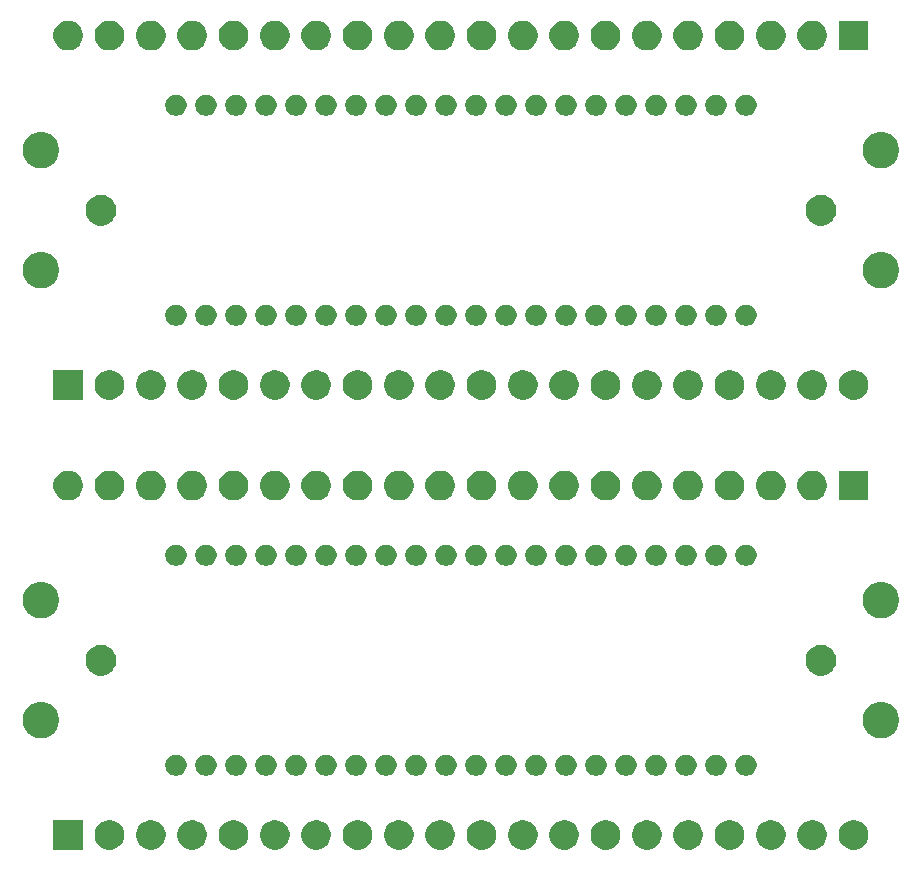
<source format=gbr>
G04 #@! TF.GenerationSoftware,KiCad,Pcbnew,5.1.5+dfsg1-2build2*
G04 #@! TF.CreationDate,2021-02-19T18:32:34-05:00*
G04 #@! TF.ProjectId,,58585858-5858-4585-9858-585858585858,rev?*
G04 #@! TF.SameCoordinates,Original*
G04 #@! TF.FileFunction,Soldermask,Bot*
G04 #@! TF.FilePolarity,Negative*
%FSLAX46Y46*%
G04 Gerber Fmt 4.6, Leading zero omitted, Abs format (unit mm)*
G04 Created by KiCad (PCBNEW 5.1.5+dfsg1-2build2) date 2021-02-19 18:32:34*
%MOMM*%
%LPD*%
G04 APERTURE LIST*
%ADD10C,0.100000*%
G04 APERTURE END LIST*
D10*
G36*
X158994903Y-125030075D02*
G01*
X159222571Y-125124378D01*
X159427466Y-125261285D01*
X159601715Y-125435534D01*
X159738622Y-125640429D01*
X159832925Y-125868097D01*
X159881000Y-126109787D01*
X159881000Y-126356213D01*
X159832925Y-126597903D01*
X159738622Y-126825571D01*
X159601715Y-127030466D01*
X159427466Y-127204715D01*
X159222571Y-127341622D01*
X159222570Y-127341623D01*
X159222569Y-127341623D01*
X158994903Y-127435925D01*
X158753214Y-127484000D01*
X158506786Y-127484000D01*
X158265097Y-127435925D01*
X158037431Y-127341623D01*
X158037430Y-127341623D01*
X158037429Y-127341622D01*
X157832534Y-127204715D01*
X157658285Y-127030466D01*
X157521378Y-126825571D01*
X157427075Y-126597903D01*
X157379000Y-126356213D01*
X157379000Y-126109787D01*
X157427075Y-125868097D01*
X157521378Y-125640429D01*
X157658285Y-125435534D01*
X157832534Y-125261285D01*
X158037429Y-125124378D01*
X158265097Y-125030075D01*
X158506786Y-124982000D01*
X158753214Y-124982000D01*
X158994903Y-125030075D01*
G37*
G36*
X123994903Y-125030075D02*
G01*
X124222571Y-125124378D01*
X124427466Y-125261285D01*
X124601715Y-125435534D01*
X124738622Y-125640429D01*
X124832925Y-125868097D01*
X124881000Y-126109787D01*
X124881000Y-126356213D01*
X124832925Y-126597903D01*
X124738622Y-126825571D01*
X124601715Y-127030466D01*
X124427466Y-127204715D01*
X124222571Y-127341622D01*
X124222570Y-127341623D01*
X124222569Y-127341623D01*
X123994903Y-127435925D01*
X123753214Y-127484000D01*
X123506786Y-127484000D01*
X123265097Y-127435925D01*
X123037431Y-127341623D01*
X123037430Y-127341623D01*
X123037429Y-127341622D01*
X122832534Y-127204715D01*
X122658285Y-127030466D01*
X122521378Y-126825571D01*
X122427075Y-126597903D01*
X122379000Y-126356213D01*
X122379000Y-126109787D01*
X122427075Y-125868097D01*
X122521378Y-125640429D01*
X122658285Y-125435534D01*
X122832534Y-125261285D01*
X123037429Y-125124378D01*
X123265097Y-125030075D01*
X123506786Y-124982000D01*
X123753214Y-124982000D01*
X123994903Y-125030075D01*
G37*
G36*
X155494903Y-125030075D02*
G01*
X155722571Y-125124378D01*
X155927466Y-125261285D01*
X156101715Y-125435534D01*
X156238622Y-125640429D01*
X156332925Y-125868097D01*
X156381000Y-126109787D01*
X156381000Y-126356213D01*
X156332925Y-126597903D01*
X156238622Y-126825571D01*
X156101715Y-127030466D01*
X155927466Y-127204715D01*
X155722571Y-127341622D01*
X155722570Y-127341623D01*
X155722569Y-127341623D01*
X155494903Y-127435925D01*
X155253214Y-127484000D01*
X155006786Y-127484000D01*
X154765097Y-127435925D01*
X154537431Y-127341623D01*
X154537430Y-127341623D01*
X154537429Y-127341622D01*
X154332534Y-127204715D01*
X154158285Y-127030466D01*
X154021378Y-126825571D01*
X153927075Y-126597903D01*
X153879000Y-126356213D01*
X153879000Y-126109787D01*
X153927075Y-125868097D01*
X154021378Y-125640429D01*
X154158285Y-125435534D01*
X154332534Y-125261285D01*
X154537429Y-125124378D01*
X154765097Y-125030075D01*
X155006786Y-124982000D01*
X155253214Y-124982000D01*
X155494903Y-125030075D01*
G37*
G36*
X151994903Y-125030075D02*
G01*
X152222571Y-125124378D01*
X152427466Y-125261285D01*
X152601715Y-125435534D01*
X152738622Y-125640429D01*
X152832925Y-125868097D01*
X152881000Y-126109787D01*
X152881000Y-126356213D01*
X152832925Y-126597903D01*
X152738622Y-126825571D01*
X152601715Y-127030466D01*
X152427466Y-127204715D01*
X152222571Y-127341622D01*
X152222570Y-127341623D01*
X152222569Y-127341623D01*
X151994903Y-127435925D01*
X151753214Y-127484000D01*
X151506786Y-127484000D01*
X151265097Y-127435925D01*
X151037431Y-127341623D01*
X151037430Y-127341623D01*
X151037429Y-127341622D01*
X150832534Y-127204715D01*
X150658285Y-127030466D01*
X150521378Y-126825571D01*
X150427075Y-126597903D01*
X150379000Y-126356213D01*
X150379000Y-126109787D01*
X150427075Y-125868097D01*
X150521378Y-125640429D01*
X150658285Y-125435534D01*
X150832534Y-125261285D01*
X151037429Y-125124378D01*
X151265097Y-125030075D01*
X151506786Y-124982000D01*
X151753214Y-124982000D01*
X151994903Y-125030075D01*
G37*
G36*
X148494903Y-125030075D02*
G01*
X148722571Y-125124378D01*
X148927466Y-125261285D01*
X149101715Y-125435534D01*
X149238622Y-125640429D01*
X149332925Y-125868097D01*
X149381000Y-126109787D01*
X149381000Y-126356213D01*
X149332925Y-126597903D01*
X149238622Y-126825571D01*
X149101715Y-127030466D01*
X148927466Y-127204715D01*
X148722571Y-127341622D01*
X148722570Y-127341623D01*
X148722569Y-127341623D01*
X148494903Y-127435925D01*
X148253214Y-127484000D01*
X148006786Y-127484000D01*
X147765097Y-127435925D01*
X147537431Y-127341623D01*
X147537430Y-127341623D01*
X147537429Y-127341622D01*
X147332534Y-127204715D01*
X147158285Y-127030466D01*
X147021378Y-126825571D01*
X146927075Y-126597903D01*
X146879000Y-126356213D01*
X146879000Y-126109787D01*
X146927075Y-125868097D01*
X147021378Y-125640429D01*
X147158285Y-125435534D01*
X147332534Y-125261285D01*
X147537429Y-125124378D01*
X147765097Y-125030075D01*
X148006786Y-124982000D01*
X148253214Y-124982000D01*
X148494903Y-125030075D01*
G37*
G36*
X144994903Y-125030075D02*
G01*
X145222571Y-125124378D01*
X145427466Y-125261285D01*
X145601715Y-125435534D01*
X145738622Y-125640429D01*
X145832925Y-125868097D01*
X145881000Y-126109787D01*
X145881000Y-126356213D01*
X145832925Y-126597903D01*
X145738622Y-126825571D01*
X145601715Y-127030466D01*
X145427466Y-127204715D01*
X145222571Y-127341622D01*
X145222570Y-127341623D01*
X145222569Y-127341623D01*
X144994903Y-127435925D01*
X144753214Y-127484000D01*
X144506786Y-127484000D01*
X144265097Y-127435925D01*
X144037431Y-127341623D01*
X144037430Y-127341623D01*
X144037429Y-127341622D01*
X143832534Y-127204715D01*
X143658285Y-127030466D01*
X143521378Y-126825571D01*
X143427075Y-126597903D01*
X143379000Y-126356213D01*
X143379000Y-126109787D01*
X143427075Y-125868097D01*
X143521378Y-125640429D01*
X143658285Y-125435534D01*
X143832534Y-125261285D01*
X144037429Y-125124378D01*
X144265097Y-125030075D01*
X144506786Y-124982000D01*
X144753214Y-124982000D01*
X144994903Y-125030075D01*
G37*
G36*
X141494903Y-125030075D02*
G01*
X141722571Y-125124378D01*
X141927466Y-125261285D01*
X142101715Y-125435534D01*
X142238622Y-125640429D01*
X142332925Y-125868097D01*
X142381000Y-126109787D01*
X142381000Y-126356213D01*
X142332925Y-126597903D01*
X142238622Y-126825571D01*
X142101715Y-127030466D01*
X141927466Y-127204715D01*
X141722571Y-127341622D01*
X141722570Y-127341623D01*
X141722569Y-127341623D01*
X141494903Y-127435925D01*
X141253214Y-127484000D01*
X141006786Y-127484000D01*
X140765097Y-127435925D01*
X140537431Y-127341623D01*
X140537430Y-127341623D01*
X140537429Y-127341622D01*
X140332534Y-127204715D01*
X140158285Y-127030466D01*
X140021378Y-126825571D01*
X139927075Y-126597903D01*
X139879000Y-126356213D01*
X139879000Y-126109787D01*
X139927075Y-125868097D01*
X140021378Y-125640429D01*
X140158285Y-125435534D01*
X140332534Y-125261285D01*
X140537429Y-125124378D01*
X140765097Y-125030075D01*
X141006786Y-124982000D01*
X141253214Y-124982000D01*
X141494903Y-125030075D01*
G37*
G36*
X137994903Y-125030075D02*
G01*
X138222571Y-125124378D01*
X138427466Y-125261285D01*
X138601715Y-125435534D01*
X138738622Y-125640429D01*
X138832925Y-125868097D01*
X138881000Y-126109787D01*
X138881000Y-126356213D01*
X138832925Y-126597903D01*
X138738622Y-126825571D01*
X138601715Y-127030466D01*
X138427466Y-127204715D01*
X138222571Y-127341622D01*
X138222570Y-127341623D01*
X138222569Y-127341623D01*
X137994903Y-127435925D01*
X137753214Y-127484000D01*
X137506786Y-127484000D01*
X137265097Y-127435925D01*
X137037431Y-127341623D01*
X137037430Y-127341623D01*
X137037429Y-127341622D01*
X136832534Y-127204715D01*
X136658285Y-127030466D01*
X136521378Y-126825571D01*
X136427075Y-126597903D01*
X136379000Y-126356213D01*
X136379000Y-126109787D01*
X136427075Y-125868097D01*
X136521378Y-125640429D01*
X136658285Y-125435534D01*
X136832534Y-125261285D01*
X137037429Y-125124378D01*
X137265097Y-125030075D01*
X137506786Y-124982000D01*
X137753214Y-124982000D01*
X137994903Y-125030075D01*
G37*
G36*
X134494903Y-125030075D02*
G01*
X134722571Y-125124378D01*
X134927466Y-125261285D01*
X135101715Y-125435534D01*
X135238622Y-125640429D01*
X135332925Y-125868097D01*
X135381000Y-126109787D01*
X135381000Y-126356213D01*
X135332925Y-126597903D01*
X135238622Y-126825571D01*
X135101715Y-127030466D01*
X134927466Y-127204715D01*
X134722571Y-127341622D01*
X134722570Y-127341623D01*
X134722569Y-127341623D01*
X134494903Y-127435925D01*
X134253214Y-127484000D01*
X134006786Y-127484000D01*
X133765097Y-127435925D01*
X133537431Y-127341623D01*
X133537430Y-127341623D01*
X133537429Y-127341622D01*
X133332534Y-127204715D01*
X133158285Y-127030466D01*
X133021378Y-126825571D01*
X132927075Y-126597903D01*
X132879000Y-126356213D01*
X132879000Y-126109787D01*
X132927075Y-125868097D01*
X133021378Y-125640429D01*
X133158285Y-125435534D01*
X133332534Y-125261285D01*
X133537429Y-125124378D01*
X133765097Y-125030075D01*
X134006786Y-124982000D01*
X134253214Y-124982000D01*
X134494903Y-125030075D01*
G37*
G36*
X130994903Y-125030075D02*
G01*
X131222571Y-125124378D01*
X131427466Y-125261285D01*
X131601715Y-125435534D01*
X131738622Y-125640429D01*
X131832925Y-125868097D01*
X131881000Y-126109787D01*
X131881000Y-126356213D01*
X131832925Y-126597903D01*
X131738622Y-126825571D01*
X131601715Y-127030466D01*
X131427466Y-127204715D01*
X131222571Y-127341622D01*
X131222570Y-127341623D01*
X131222569Y-127341623D01*
X130994903Y-127435925D01*
X130753214Y-127484000D01*
X130506786Y-127484000D01*
X130265097Y-127435925D01*
X130037431Y-127341623D01*
X130037430Y-127341623D01*
X130037429Y-127341622D01*
X129832534Y-127204715D01*
X129658285Y-127030466D01*
X129521378Y-126825571D01*
X129427075Y-126597903D01*
X129379000Y-126356213D01*
X129379000Y-126109787D01*
X129427075Y-125868097D01*
X129521378Y-125640429D01*
X129658285Y-125435534D01*
X129832534Y-125261285D01*
X130037429Y-125124378D01*
X130265097Y-125030075D01*
X130506786Y-124982000D01*
X130753214Y-124982000D01*
X130994903Y-125030075D01*
G37*
G36*
X127494903Y-125030075D02*
G01*
X127722571Y-125124378D01*
X127927466Y-125261285D01*
X128101715Y-125435534D01*
X128238622Y-125640429D01*
X128332925Y-125868097D01*
X128381000Y-126109787D01*
X128381000Y-126356213D01*
X128332925Y-126597903D01*
X128238622Y-126825571D01*
X128101715Y-127030466D01*
X127927466Y-127204715D01*
X127722571Y-127341622D01*
X127722570Y-127341623D01*
X127722569Y-127341623D01*
X127494903Y-127435925D01*
X127253214Y-127484000D01*
X127006786Y-127484000D01*
X126765097Y-127435925D01*
X126537431Y-127341623D01*
X126537430Y-127341623D01*
X126537429Y-127341622D01*
X126332534Y-127204715D01*
X126158285Y-127030466D01*
X126021378Y-126825571D01*
X125927075Y-126597903D01*
X125879000Y-126356213D01*
X125879000Y-126109787D01*
X125927075Y-125868097D01*
X126021378Y-125640429D01*
X126158285Y-125435534D01*
X126332534Y-125261285D01*
X126537429Y-125124378D01*
X126765097Y-125030075D01*
X127006786Y-124982000D01*
X127253214Y-124982000D01*
X127494903Y-125030075D01*
G37*
G36*
X116994903Y-125030075D02*
G01*
X117222571Y-125124378D01*
X117427466Y-125261285D01*
X117601715Y-125435534D01*
X117738622Y-125640429D01*
X117832925Y-125868097D01*
X117881000Y-126109787D01*
X117881000Y-126356213D01*
X117832925Y-126597903D01*
X117738622Y-126825571D01*
X117601715Y-127030466D01*
X117427466Y-127204715D01*
X117222571Y-127341622D01*
X117222570Y-127341623D01*
X117222569Y-127341623D01*
X116994903Y-127435925D01*
X116753214Y-127484000D01*
X116506786Y-127484000D01*
X116265097Y-127435925D01*
X116037431Y-127341623D01*
X116037430Y-127341623D01*
X116037429Y-127341622D01*
X115832534Y-127204715D01*
X115658285Y-127030466D01*
X115521378Y-126825571D01*
X115427075Y-126597903D01*
X115379000Y-126356213D01*
X115379000Y-126109787D01*
X115427075Y-125868097D01*
X115521378Y-125640429D01*
X115658285Y-125435534D01*
X115832534Y-125261285D01*
X116037429Y-125124378D01*
X116265097Y-125030075D01*
X116506786Y-124982000D01*
X116753214Y-124982000D01*
X116994903Y-125030075D01*
G37*
G36*
X113494903Y-125030075D02*
G01*
X113722571Y-125124378D01*
X113927466Y-125261285D01*
X114101715Y-125435534D01*
X114238622Y-125640429D01*
X114332925Y-125868097D01*
X114381000Y-126109787D01*
X114381000Y-126356213D01*
X114332925Y-126597903D01*
X114238622Y-126825571D01*
X114101715Y-127030466D01*
X113927466Y-127204715D01*
X113722571Y-127341622D01*
X113722570Y-127341623D01*
X113722569Y-127341623D01*
X113494903Y-127435925D01*
X113253214Y-127484000D01*
X113006786Y-127484000D01*
X112765097Y-127435925D01*
X112537431Y-127341623D01*
X112537430Y-127341623D01*
X112537429Y-127341622D01*
X112332534Y-127204715D01*
X112158285Y-127030466D01*
X112021378Y-126825571D01*
X111927075Y-126597903D01*
X111879000Y-126356213D01*
X111879000Y-126109787D01*
X111927075Y-125868097D01*
X112021378Y-125640429D01*
X112158285Y-125435534D01*
X112332534Y-125261285D01*
X112537429Y-125124378D01*
X112765097Y-125030075D01*
X113006786Y-124982000D01*
X113253214Y-124982000D01*
X113494903Y-125030075D01*
G37*
G36*
X109994903Y-125030075D02*
G01*
X110222571Y-125124378D01*
X110427466Y-125261285D01*
X110601715Y-125435534D01*
X110738622Y-125640429D01*
X110832925Y-125868097D01*
X110881000Y-126109787D01*
X110881000Y-126356213D01*
X110832925Y-126597903D01*
X110738622Y-126825571D01*
X110601715Y-127030466D01*
X110427466Y-127204715D01*
X110222571Y-127341622D01*
X110222570Y-127341623D01*
X110222569Y-127341623D01*
X109994903Y-127435925D01*
X109753214Y-127484000D01*
X109506786Y-127484000D01*
X109265097Y-127435925D01*
X109037431Y-127341623D01*
X109037430Y-127341623D01*
X109037429Y-127341622D01*
X108832534Y-127204715D01*
X108658285Y-127030466D01*
X108521378Y-126825571D01*
X108427075Y-126597903D01*
X108379000Y-126356213D01*
X108379000Y-126109787D01*
X108427075Y-125868097D01*
X108521378Y-125640429D01*
X108658285Y-125435534D01*
X108832534Y-125261285D01*
X109037429Y-125124378D01*
X109265097Y-125030075D01*
X109506786Y-124982000D01*
X109753214Y-124982000D01*
X109994903Y-125030075D01*
G37*
G36*
X107381000Y-127484000D02*
G01*
X104879000Y-127484000D01*
X104879000Y-124982000D01*
X107381000Y-124982000D01*
X107381000Y-127484000D01*
G37*
G36*
X172994903Y-125030075D02*
G01*
X173222571Y-125124378D01*
X173427466Y-125261285D01*
X173601715Y-125435534D01*
X173738622Y-125640429D01*
X173832925Y-125868097D01*
X173881000Y-126109787D01*
X173881000Y-126356213D01*
X173832925Y-126597903D01*
X173738622Y-126825571D01*
X173601715Y-127030466D01*
X173427466Y-127204715D01*
X173222571Y-127341622D01*
X173222570Y-127341623D01*
X173222569Y-127341623D01*
X172994903Y-127435925D01*
X172753214Y-127484000D01*
X172506786Y-127484000D01*
X172265097Y-127435925D01*
X172037431Y-127341623D01*
X172037430Y-127341623D01*
X172037429Y-127341622D01*
X171832534Y-127204715D01*
X171658285Y-127030466D01*
X171521378Y-126825571D01*
X171427075Y-126597903D01*
X171379000Y-126356213D01*
X171379000Y-126109787D01*
X171427075Y-125868097D01*
X171521378Y-125640429D01*
X171658285Y-125435534D01*
X171832534Y-125261285D01*
X172037429Y-125124378D01*
X172265097Y-125030075D01*
X172506786Y-124982000D01*
X172753214Y-124982000D01*
X172994903Y-125030075D01*
G37*
G36*
X169494903Y-125030075D02*
G01*
X169722571Y-125124378D01*
X169927466Y-125261285D01*
X170101715Y-125435534D01*
X170238622Y-125640429D01*
X170332925Y-125868097D01*
X170381000Y-126109787D01*
X170381000Y-126356213D01*
X170332925Y-126597903D01*
X170238622Y-126825571D01*
X170101715Y-127030466D01*
X169927466Y-127204715D01*
X169722571Y-127341622D01*
X169722570Y-127341623D01*
X169722569Y-127341623D01*
X169494903Y-127435925D01*
X169253214Y-127484000D01*
X169006786Y-127484000D01*
X168765097Y-127435925D01*
X168537431Y-127341623D01*
X168537430Y-127341623D01*
X168537429Y-127341622D01*
X168332534Y-127204715D01*
X168158285Y-127030466D01*
X168021378Y-126825571D01*
X167927075Y-126597903D01*
X167879000Y-126356213D01*
X167879000Y-126109787D01*
X167927075Y-125868097D01*
X168021378Y-125640429D01*
X168158285Y-125435534D01*
X168332534Y-125261285D01*
X168537429Y-125124378D01*
X168765097Y-125030075D01*
X169006786Y-124982000D01*
X169253214Y-124982000D01*
X169494903Y-125030075D01*
G37*
G36*
X165994903Y-125030075D02*
G01*
X166222571Y-125124378D01*
X166427466Y-125261285D01*
X166601715Y-125435534D01*
X166738622Y-125640429D01*
X166832925Y-125868097D01*
X166881000Y-126109787D01*
X166881000Y-126356213D01*
X166832925Y-126597903D01*
X166738622Y-126825571D01*
X166601715Y-127030466D01*
X166427466Y-127204715D01*
X166222571Y-127341622D01*
X166222570Y-127341623D01*
X166222569Y-127341623D01*
X165994903Y-127435925D01*
X165753214Y-127484000D01*
X165506786Y-127484000D01*
X165265097Y-127435925D01*
X165037431Y-127341623D01*
X165037430Y-127341623D01*
X165037429Y-127341622D01*
X164832534Y-127204715D01*
X164658285Y-127030466D01*
X164521378Y-126825571D01*
X164427075Y-126597903D01*
X164379000Y-126356213D01*
X164379000Y-126109787D01*
X164427075Y-125868097D01*
X164521378Y-125640429D01*
X164658285Y-125435534D01*
X164832534Y-125261285D01*
X165037429Y-125124378D01*
X165265097Y-125030075D01*
X165506786Y-124982000D01*
X165753214Y-124982000D01*
X165994903Y-125030075D01*
G37*
G36*
X162494903Y-125030075D02*
G01*
X162722571Y-125124378D01*
X162927466Y-125261285D01*
X163101715Y-125435534D01*
X163238622Y-125640429D01*
X163332925Y-125868097D01*
X163381000Y-126109787D01*
X163381000Y-126356213D01*
X163332925Y-126597903D01*
X163238622Y-126825571D01*
X163101715Y-127030466D01*
X162927466Y-127204715D01*
X162722571Y-127341622D01*
X162722570Y-127341623D01*
X162722569Y-127341623D01*
X162494903Y-127435925D01*
X162253214Y-127484000D01*
X162006786Y-127484000D01*
X161765097Y-127435925D01*
X161537431Y-127341623D01*
X161537430Y-127341623D01*
X161537429Y-127341622D01*
X161332534Y-127204715D01*
X161158285Y-127030466D01*
X161021378Y-126825571D01*
X160927075Y-126597903D01*
X160879000Y-126356213D01*
X160879000Y-126109787D01*
X160927075Y-125868097D01*
X161021378Y-125640429D01*
X161158285Y-125435534D01*
X161332534Y-125261285D01*
X161537429Y-125124378D01*
X161765097Y-125030075D01*
X162006786Y-124982000D01*
X162253214Y-124982000D01*
X162494903Y-125030075D01*
G37*
G36*
X120494903Y-125030075D02*
G01*
X120722571Y-125124378D01*
X120927466Y-125261285D01*
X121101715Y-125435534D01*
X121238622Y-125640429D01*
X121332925Y-125868097D01*
X121381000Y-126109787D01*
X121381000Y-126356213D01*
X121332925Y-126597903D01*
X121238622Y-126825571D01*
X121101715Y-127030466D01*
X120927466Y-127204715D01*
X120722571Y-127341622D01*
X120722570Y-127341623D01*
X120722569Y-127341623D01*
X120494903Y-127435925D01*
X120253214Y-127484000D01*
X120006786Y-127484000D01*
X119765097Y-127435925D01*
X119537431Y-127341623D01*
X119537430Y-127341623D01*
X119537429Y-127341622D01*
X119332534Y-127204715D01*
X119158285Y-127030466D01*
X119021378Y-126825571D01*
X118927075Y-126597903D01*
X118879000Y-126356213D01*
X118879000Y-126109787D01*
X118927075Y-125868097D01*
X119021378Y-125640429D01*
X119158285Y-125435534D01*
X119332534Y-125261285D01*
X119537429Y-125124378D01*
X119765097Y-125030075D01*
X120006786Y-124982000D01*
X120253214Y-124982000D01*
X120494903Y-125030075D01*
G37*
G36*
X163623512Y-119433927D02*
G01*
X163772812Y-119463624D01*
X163936784Y-119531544D01*
X164084354Y-119630147D01*
X164209853Y-119755646D01*
X164308456Y-119903216D01*
X164376376Y-120067188D01*
X164411000Y-120241259D01*
X164411000Y-120418741D01*
X164376376Y-120592812D01*
X164308456Y-120756784D01*
X164209853Y-120904354D01*
X164084354Y-121029853D01*
X163936784Y-121128456D01*
X163772812Y-121196376D01*
X163623512Y-121226073D01*
X163598742Y-121231000D01*
X163421258Y-121231000D01*
X163396488Y-121226073D01*
X163247188Y-121196376D01*
X163083216Y-121128456D01*
X162935646Y-121029853D01*
X162810147Y-120904354D01*
X162711544Y-120756784D01*
X162643624Y-120592812D01*
X162609000Y-120418741D01*
X162609000Y-120241259D01*
X162643624Y-120067188D01*
X162711544Y-119903216D01*
X162810147Y-119755646D01*
X162935646Y-119630147D01*
X163083216Y-119531544D01*
X163247188Y-119463624D01*
X163396488Y-119433927D01*
X163421258Y-119429000D01*
X163598742Y-119429000D01*
X163623512Y-119433927D01*
G37*
G36*
X158543512Y-119433927D02*
G01*
X158692812Y-119463624D01*
X158856784Y-119531544D01*
X159004354Y-119630147D01*
X159129853Y-119755646D01*
X159228456Y-119903216D01*
X159296376Y-120067188D01*
X159331000Y-120241259D01*
X159331000Y-120418741D01*
X159296376Y-120592812D01*
X159228456Y-120756784D01*
X159129853Y-120904354D01*
X159004354Y-121029853D01*
X158856784Y-121128456D01*
X158692812Y-121196376D01*
X158543512Y-121226073D01*
X158518742Y-121231000D01*
X158341258Y-121231000D01*
X158316488Y-121226073D01*
X158167188Y-121196376D01*
X158003216Y-121128456D01*
X157855646Y-121029853D01*
X157730147Y-120904354D01*
X157631544Y-120756784D01*
X157563624Y-120592812D01*
X157529000Y-120418741D01*
X157529000Y-120241259D01*
X157563624Y-120067188D01*
X157631544Y-119903216D01*
X157730147Y-119755646D01*
X157855646Y-119630147D01*
X158003216Y-119531544D01*
X158167188Y-119463624D01*
X158316488Y-119433927D01*
X158341258Y-119429000D01*
X158518742Y-119429000D01*
X158543512Y-119433927D01*
G37*
G36*
X156003512Y-119433927D02*
G01*
X156152812Y-119463624D01*
X156316784Y-119531544D01*
X156464354Y-119630147D01*
X156589853Y-119755646D01*
X156688456Y-119903216D01*
X156756376Y-120067188D01*
X156791000Y-120241259D01*
X156791000Y-120418741D01*
X156756376Y-120592812D01*
X156688456Y-120756784D01*
X156589853Y-120904354D01*
X156464354Y-121029853D01*
X156316784Y-121128456D01*
X156152812Y-121196376D01*
X156003512Y-121226073D01*
X155978742Y-121231000D01*
X155801258Y-121231000D01*
X155776488Y-121226073D01*
X155627188Y-121196376D01*
X155463216Y-121128456D01*
X155315646Y-121029853D01*
X155190147Y-120904354D01*
X155091544Y-120756784D01*
X155023624Y-120592812D01*
X154989000Y-120418741D01*
X154989000Y-120241259D01*
X155023624Y-120067188D01*
X155091544Y-119903216D01*
X155190147Y-119755646D01*
X155315646Y-119630147D01*
X155463216Y-119531544D01*
X155627188Y-119463624D01*
X155776488Y-119433927D01*
X155801258Y-119429000D01*
X155978742Y-119429000D01*
X156003512Y-119433927D01*
G37*
G36*
X153463512Y-119433927D02*
G01*
X153612812Y-119463624D01*
X153776784Y-119531544D01*
X153924354Y-119630147D01*
X154049853Y-119755646D01*
X154148456Y-119903216D01*
X154216376Y-120067188D01*
X154251000Y-120241259D01*
X154251000Y-120418741D01*
X154216376Y-120592812D01*
X154148456Y-120756784D01*
X154049853Y-120904354D01*
X153924354Y-121029853D01*
X153776784Y-121128456D01*
X153612812Y-121196376D01*
X153463512Y-121226073D01*
X153438742Y-121231000D01*
X153261258Y-121231000D01*
X153236488Y-121226073D01*
X153087188Y-121196376D01*
X152923216Y-121128456D01*
X152775646Y-121029853D01*
X152650147Y-120904354D01*
X152551544Y-120756784D01*
X152483624Y-120592812D01*
X152449000Y-120418741D01*
X152449000Y-120241259D01*
X152483624Y-120067188D01*
X152551544Y-119903216D01*
X152650147Y-119755646D01*
X152775646Y-119630147D01*
X152923216Y-119531544D01*
X153087188Y-119463624D01*
X153236488Y-119433927D01*
X153261258Y-119429000D01*
X153438742Y-119429000D01*
X153463512Y-119433927D01*
G37*
G36*
X150923512Y-119433927D02*
G01*
X151072812Y-119463624D01*
X151236784Y-119531544D01*
X151384354Y-119630147D01*
X151509853Y-119755646D01*
X151608456Y-119903216D01*
X151676376Y-120067188D01*
X151711000Y-120241259D01*
X151711000Y-120418741D01*
X151676376Y-120592812D01*
X151608456Y-120756784D01*
X151509853Y-120904354D01*
X151384354Y-121029853D01*
X151236784Y-121128456D01*
X151072812Y-121196376D01*
X150923512Y-121226073D01*
X150898742Y-121231000D01*
X150721258Y-121231000D01*
X150696488Y-121226073D01*
X150547188Y-121196376D01*
X150383216Y-121128456D01*
X150235646Y-121029853D01*
X150110147Y-120904354D01*
X150011544Y-120756784D01*
X149943624Y-120592812D01*
X149909000Y-120418741D01*
X149909000Y-120241259D01*
X149943624Y-120067188D01*
X150011544Y-119903216D01*
X150110147Y-119755646D01*
X150235646Y-119630147D01*
X150383216Y-119531544D01*
X150547188Y-119463624D01*
X150696488Y-119433927D01*
X150721258Y-119429000D01*
X150898742Y-119429000D01*
X150923512Y-119433927D01*
G37*
G36*
X148383512Y-119433927D02*
G01*
X148532812Y-119463624D01*
X148696784Y-119531544D01*
X148844354Y-119630147D01*
X148969853Y-119755646D01*
X149068456Y-119903216D01*
X149136376Y-120067188D01*
X149171000Y-120241259D01*
X149171000Y-120418741D01*
X149136376Y-120592812D01*
X149068456Y-120756784D01*
X148969853Y-120904354D01*
X148844354Y-121029853D01*
X148696784Y-121128456D01*
X148532812Y-121196376D01*
X148383512Y-121226073D01*
X148358742Y-121231000D01*
X148181258Y-121231000D01*
X148156488Y-121226073D01*
X148007188Y-121196376D01*
X147843216Y-121128456D01*
X147695646Y-121029853D01*
X147570147Y-120904354D01*
X147471544Y-120756784D01*
X147403624Y-120592812D01*
X147369000Y-120418741D01*
X147369000Y-120241259D01*
X147403624Y-120067188D01*
X147471544Y-119903216D01*
X147570147Y-119755646D01*
X147695646Y-119630147D01*
X147843216Y-119531544D01*
X148007188Y-119463624D01*
X148156488Y-119433927D01*
X148181258Y-119429000D01*
X148358742Y-119429000D01*
X148383512Y-119433927D01*
G37*
G36*
X145843512Y-119433927D02*
G01*
X145992812Y-119463624D01*
X146156784Y-119531544D01*
X146304354Y-119630147D01*
X146429853Y-119755646D01*
X146528456Y-119903216D01*
X146596376Y-120067188D01*
X146631000Y-120241259D01*
X146631000Y-120418741D01*
X146596376Y-120592812D01*
X146528456Y-120756784D01*
X146429853Y-120904354D01*
X146304354Y-121029853D01*
X146156784Y-121128456D01*
X145992812Y-121196376D01*
X145843512Y-121226073D01*
X145818742Y-121231000D01*
X145641258Y-121231000D01*
X145616488Y-121226073D01*
X145467188Y-121196376D01*
X145303216Y-121128456D01*
X145155646Y-121029853D01*
X145030147Y-120904354D01*
X144931544Y-120756784D01*
X144863624Y-120592812D01*
X144829000Y-120418741D01*
X144829000Y-120241259D01*
X144863624Y-120067188D01*
X144931544Y-119903216D01*
X145030147Y-119755646D01*
X145155646Y-119630147D01*
X145303216Y-119531544D01*
X145467188Y-119463624D01*
X145616488Y-119433927D01*
X145641258Y-119429000D01*
X145818742Y-119429000D01*
X145843512Y-119433927D01*
G37*
G36*
X143303512Y-119433927D02*
G01*
X143452812Y-119463624D01*
X143616784Y-119531544D01*
X143764354Y-119630147D01*
X143889853Y-119755646D01*
X143988456Y-119903216D01*
X144056376Y-120067188D01*
X144091000Y-120241259D01*
X144091000Y-120418741D01*
X144056376Y-120592812D01*
X143988456Y-120756784D01*
X143889853Y-120904354D01*
X143764354Y-121029853D01*
X143616784Y-121128456D01*
X143452812Y-121196376D01*
X143303512Y-121226073D01*
X143278742Y-121231000D01*
X143101258Y-121231000D01*
X143076488Y-121226073D01*
X142927188Y-121196376D01*
X142763216Y-121128456D01*
X142615646Y-121029853D01*
X142490147Y-120904354D01*
X142391544Y-120756784D01*
X142323624Y-120592812D01*
X142289000Y-120418741D01*
X142289000Y-120241259D01*
X142323624Y-120067188D01*
X142391544Y-119903216D01*
X142490147Y-119755646D01*
X142615646Y-119630147D01*
X142763216Y-119531544D01*
X142927188Y-119463624D01*
X143076488Y-119433927D01*
X143101258Y-119429000D01*
X143278742Y-119429000D01*
X143303512Y-119433927D01*
G37*
G36*
X140763512Y-119433927D02*
G01*
X140912812Y-119463624D01*
X141076784Y-119531544D01*
X141224354Y-119630147D01*
X141349853Y-119755646D01*
X141448456Y-119903216D01*
X141516376Y-120067188D01*
X141551000Y-120241259D01*
X141551000Y-120418741D01*
X141516376Y-120592812D01*
X141448456Y-120756784D01*
X141349853Y-120904354D01*
X141224354Y-121029853D01*
X141076784Y-121128456D01*
X140912812Y-121196376D01*
X140763512Y-121226073D01*
X140738742Y-121231000D01*
X140561258Y-121231000D01*
X140536488Y-121226073D01*
X140387188Y-121196376D01*
X140223216Y-121128456D01*
X140075646Y-121029853D01*
X139950147Y-120904354D01*
X139851544Y-120756784D01*
X139783624Y-120592812D01*
X139749000Y-120418741D01*
X139749000Y-120241259D01*
X139783624Y-120067188D01*
X139851544Y-119903216D01*
X139950147Y-119755646D01*
X140075646Y-119630147D01*
X140223216Y-119531544D01*
X140387188Y-119463624D01*
X140536488Y-119433927D01*
X140561258Y-119429000D01*
X140738742Y-119429000D01*
X140763512Y-119433927D01*
G37*
G36*
X117903512Y-119433927D02*
G01*
X118052812Y-119463624D01*
X118216784Y-119531544D01*
X118364354Y-119630147D01*
X118489853Y-119755646D01*
X118588456Y-119903216D01*
X118656376Y-120067188D01*
X118691000Y-120241259D01*
X118691000Y-120418741D01*
X118656376Y-120592812D01*
X118588456Y-120756784D01*
X118489853Y-120904354D01*
X118364354Y-121029853D01*
X118216784Y-121128456D01*
X118052812Y-121196376D01*
X117903512Y-121226073D01*
X117878742Y-121231000D01*
X117701258Y-121231000D01*
X117676488Y-121226073D01*
X117527188Y-121196376D01*
X117363216Y-121128456D01*
X117215646Y-121029853D01*
X117090147Y-120904354D01*
X116991544Y-120756784D01*
X116923624Y-120592812D01*
X116889000Y-120418741D01*
X116889000Y-120241259D01*
X116923624Y-120067188D01*
X116991544Y-119903216D01*
X117090147Y-119755646D01*
X117215646Y-119630147D01*
X117363216Y-119531544D01*
X117527188Y-119463624D01*
X117676488Y-119433927D01*
X117701258Y-119429000D01*
X117878742Y-119429000D01*
X117903512Y-119433927D01*
G37*
G36*
X115363512Y-119433927D02*
G01*
X115512812Y-119463624D01*
X115676784Y-119531544D01*
X115824354Y-119630147D01*
X115949853Y-119755646D01*
X116048456Y-119903216D01*
X116116376Y-120067188D01*
X116151000Y-120241259D01*
X116151000Y-120418741D01*
X116116376Y-120592812D01*
X116048456Y-120756784D01*
X115949853Y-120904354D01*
X115824354Y-121029853D01*
X115676784Y-121128456D01*
X115512812Y-121196376D01*
X115363512Y-121226073D01*
X115338742Y-121231000D01*
X115161258Y-121231000D01*
X115136488Y-121226073D01*
X114987188Y-121196376D01*
X114823216Y-121128456D01*
X114675646Y-121029853D01*
X114550147Y-120904354D01*
X114451544Y-120756784D01*
X114383624Y-120592812D01*
X114349000Y-120418741D01*
X114349000Y-120241259D01*
X114383624Y-120067188D01*
X114451544Y-119903216D01*
X114550147Y-119755646D01*
X114675646Y-119630147D01*
X114823216Y-119531544D01*
X114987188Y-119463624D01*
X115136488Y-119433927D01*
X115161258Y-119429000D01*
X115338742Y-119429000D01*
X115363512Y-119433927D01*
G37*
G36*
X125523512Y-119433927D02*
G01*
X125672812Y-119463624D01*
X125836784Y-119531544D01*
X125984354Y-119630147D01*
X126109853Y-119755646D01*
X126208456Y-119903216D01*
X126276376Y-120067188D01*
X126311000Y-120241259D01*
X126311000Y-120418741D01*
X126276376Y-120592812D01*
X126208456Y-120756784D01*
X126109853Y-120904354D01*
X125984354Y-121029853D01*
X125836784Y-121128456D01*
X125672812Y-121196376D01*
X125523512Y-121226073D01*
X125498742Y-121231000D01*
X125321258Y-121231000D01*
X125296488Y-121226073D01*
X125147188Y-121196376D01*
X124983216Y-121128456D01*
X124835646Y-121029853D01*
X124710147Y-120904354D01*
X124611544Y-120756784D01*
X124543624Y-120592812D01*
X124509000Y-120418741D01*
X124509000Y-120241259D01*
X124543624Y-120067188D01*
X124611544Y-119903216D01*
X124710147Y-119755646D01*
X124835646Y-119630147D01*
X124983216Y-119531544D01*
X125147188Y-119463624D01*
X125296488Y-119433927D01*
X125321258Y-119429000D01*
X125498742Y-119429000D01*
X125523512Y-119433927D01*
G37*
G36*
X120443512Y-119433927D02*
G01*
X120592812Y-119463624D01*
X120756784Y-119531544D01*
X120904354Y-119630147D01*
X121029853Y-119755646D01*
X121128456Y-119903216D01*
X121196376Y-120067188D01*
X121231000Y-120241259D01*
X121231000Y-120418741D01*
X121196376Y-120592812D01*
X121128456Y-120756784D01*
X121029853Y-120904354D01*
X120904354Y-121029853D01*
X120756784Y-121128456D01*
X120592812Y-121196376D01*
X120443512Y-121226073D01*
X120418742Y-121231000D01*
X120241258Y-121231000D01*
X120216488Y-121226073D01*
X120067188Y-121196376D01*
X119903216Y-121128456D01*
X119755646Y-121029853D01*
X119630147Y-120904354D01*
X119531544Y-120756784D01*
X119463624Y-120592812D01*
X119429000Y-120418741D01*
X119429000Y-120241259D01*
X119463624Y-120067188D01*
X119531544Y-119903216D01*
X119630147Y-119755646D01*
X119755646Y-119630147D01*
X119903216Y-119531544D01*
X120067188Y-119463624D01*
X120216488Y-119433927D01*
X120241258Y-119429000D01*
X120418742Y-119429000D01*
X120443512Y-119433927D01*
G37*
G36*
X122983512Y-119433927D02*
G01*
X123132812Y-119463624D01*
X123296784Y-119531544D01*
X123444354Y-119630147D01*
X123569853Y-119755646D01*
X123668456Y-119903216D01*
X123736376Y-120067188D01*
X123771000Y-120241259D01*
X123771000Y-120418741D01*
X123736376Y-120592812D01*
X123668456Y-120756784D01*
X123569853Y-120904354D01*
X123444354Y-121029853D01*
X123296784Y-121128456D01*
X123132812Y-121196376D01*
X122983512Y-121226073D01*
X122958742Y-121231000D01*
X122781258Y-121231000D01*
X122756488Y-121226073D01*
X122607188Y-121196376D01*
X122443216Y-121128456D01*
X122295646Y-121029853D01*
X122170147Y-120904354D01*
X122071544Y-120756784D01*
X122003624Y-120592812D01*
X121969000Y-120418741D01*
X121969000Y-120241259D01*
X122003624Y-120067188D01*
X122071544Y-119903216D01*
X122170147Y-119755646D01*
X122295646Y-119630147D01*
X122443216Y-119531544D01*
X122607188Y-119463624D01*
X122756488Y-119433927D01*
X122781258Y-119429000D01*
X122958742Y-119429000D01*
X122983512Y-119433927D01*
G37*
G36*
X135683512Y-119433927D02*
G01*
X135832812Y-119463624D01*
X135996784Y-119531544D01*
X136144354Y-119630147D01*
X136269853Y-119755646D01*
X136368456Y-119903216D01*
X136436376Y-120067188D01*
X136471000Y-120241259D01*
X136471000Y-120418741D01*
X136436376Y-120592812D01*
X136368456Y-120756784D01*
X136269853Y-120904354D01*
X136144354Y-121029853D01*
X135996784Y-121128456D01*
X135832812Y-121196376D01*
X135683512Y-121226073D01*
X135658742Y-121231000D01*
X135481258Y-121231000D01*
X135456488Y-121226073D01*
X135307188Y-121196376D01*
X135143216Y-121128456D01*
X134995646Y-121029853D01*
X134870147Y-120904354D01*
X134771544Y-120756784D01*
X134703624Y-120592812D01*
X134669000Y-120418741D01*
X134669000Y-120241259D01*
X134703624Y-120067188D01*
X134771544Y-119903216D01*
X134870147Y-119755646D01*
X134995646Y-119630147D01*
X135143216Y-119531544D01*
X135307188Y-119463624D01*
X135456488Y-119433927D01*
X135481258Y-119429000D01*
X135658742Y-119429000D01*
X135683512Y-119433927D01*
G37*
G36*
X133143512Y-119433927D02*
G01*
X133292812Y-119463624D01*
X133456784Y-119531544D01*
X133604354Y-119630147D01*
X133729853Y-119755646D01*
X133828456Y-119903216D01*
X133896376Y-120067188D01*
X133931000Y-120241259D01*
X133931000Y-120418741D01*
X133896376Y-120592812D01*
X133828456Y-120756784D01*
X133729853Y-120904354D01*
X133604354Y-121029853D01*
X133456784Y-121128456D01*
X133292812Y-121196376D01*
X133143512Y-121226073D01*
X133118742Y-121231000D01*
X132941258Y-121231000D01*
X132916488Y-121226073D01*
X132767188Y-121196376D01*
X132603216Y-121128456D01*
X132455646Y-121029853D01*
X132330147Y-120904354D01*
X132231544Y-120756784D01*
X132163624Y-120592812D01*
X132129000Y-120418741D01*
X132129000Y-120241259D01*
X132163624Y-120067188D01*
X132231544Y-119903216D01*
X132330147Y-119755646D01*
X132455646Y-119630147D01*
X132603216Y-119531544D01*
X132767188Y-119463624D01*
X132916488Y-119433927D01*
X132941258Y-119429000D01*
X133118742Y-119429000D01*
X133143512Y-119433927D01*
G37*
G36*
X130603512Y-119433927D02*
G01*
X130752812Y-119463624D01*
X130916784Y-119531544D01*
X131064354Y-119630147D01*
X131189853Y-119755646D01*
X131288456Y-119903216D01*
X131356376Y-120067188D01*
X131391000Y-120241259D01*
X131391000Y-120418741D01*
X131356376Y-120592812D01*
X131288456Y-120756784D01*
X131189853Y-120904354D01*
X131064354Y-121029853D01*
X130916784Y-121128456D01*
X130752812Y-121196376D01*
X130603512Y-121226073D01*
X130578742Y-121231000D01*
X130401258Y-121231000D01*
X130376488Y-121226073D01*
X130227188Y-121196376D01*
X130063216Y-121128456D01*
X129915646Y-121029853D01*
X129790147Y-120904354D01*
X129691544Y-120756784D01*
X129623624Y-120592812D01*
X129589000Y-120418741D01*
X129589000Y-120241259D01*
X129623624Y-120067188D01*
X129691544Y-119903216D01*
X129790147Y-119755646D01*
X129915646Y-119630147D01*
X130063216Y-119531544D01*
X130227188Y-119463624D01*
X130376488Y-119433927D01*
X130401258Y-119429000D01*
X130578742Y-119429000D01*
X130603512Y-119433927D01*
G37*
G36*
X138223512Y-119433927D02*
G01*
X138372812Y-119463624D01*
X138536784Y-119531544D01*
X138684354Y-119630147D01*
X138809853Y-119755646D01*
X138908456Y-119903216D01*
X138976376Y-120067188D01*
X139011000Y-120241259D01*
X139011000Y-120418741D01*
X138976376Y-120592812D01*
X138908456Y-120756784D01*
X138809853Y-120904354D01*
X138684354Y-121029853D01*
X138536784Y-121128456D01*
X138372812Y-121196376D01*
X138223512Y-121226073D01*
X138198742Y-121231000D01*
X138021258Y-121231000D01*
X137996488Y-121226073D01*
X137847188Y-121196376D01*
X137683216Y-121128456D01*
X137535646Y-121029853D01*
X137410147Y-120904354D01*
X137311544Y-120756784D01*
X137243624Y-120592812D01*
X137209000Y-120418741D01*
X137209000Y-120241259D01*
X137243624Y-120067188D01*
X137311544Y-119903216D01*
X137410147Y-119755646D01*
X137535646Y-119630147D01*
X137683216Y-119531544D01*
X137847188Y-119463624D01*
X137996488Y-119433927D01*
X138021258Y-119429000D01*
X138198742Y-119429000D01*
X138223512Y-119433927D01*
G37*
G36*
X128063512Y-119433927D02*
G01*
X128212812Y-119463624D01*
X128376784Y-119531544D01*
X128524354Y-119630147D01*
X128649853Y-119755646D01*
X128748456Y-119903216D01*
X128816376Y-120067188D01*
X128851000Y-120241259D01*
X128851000Y-120418741D01*
X128816376Y-120592812D01*
X128748456Y-120756784D01*
X128649853Y-120904354D01*
X128524354Y-121029853D01*
X128376784Y-121128456D01*
X128212812Y-121196376D01*
X128063512Y-121226073D01*
X128038742Y-121231000D01*
X127861258Y-121231000D01*
X127836488Y-121226073D01*
X127687188Y-121196376D01*
X127523216Y-121128456D01*
X127375646Y-121029853D01*
X127250147Y-120904354D01*
X127151544Y-120756784D01*
X127083624Y-120592812D01*
X127049000Y-120418741D01*
X127049000Y-120241259D01*
X127083624Y-120067188D01*
X127151544Y-119903216D01*
X127250147Y-119755646D01*
X127375646Y-119630147D01*
X127523216Y-119531544D01*
X127687188Y-119463624D01*
X127836488Y-119433927D01*
X127861258Y-119429000D01*
X128038742Y-119429000D01*
X128063512Y-119433927D01*
G37*
G36*
X161083512Y-119433927D02*
G01*
X161232812Y-119463624D01*
X161396784Y-119531544D01*
X161544354Y-119630147D01*
X161669853Y-119755646D01*
X161768456Y-119903216D01*
X161836376Y-120067188D01*
X161871000Y-120241259D01*
X161871000Y-120418741D01*
X161836376Y-120592812D01*
X161768456Y-120756784D01*
X161669853Y-120904354D01*
X161544354Y-121029853D01*
X161396784Y-121128456D01*
X161232812Y-121196376D01*
X161083512Y-121226073D01*
X161058742Y-121231000D01*
X160881258Y-121231000D01*
X160856488Y-121226073D01*
X160707188Y-121196376D01*
X160543216Y-121128456D01*
X160395646Y-121029853D01*
X160270147Y-120904354D01*
X160171544Y-120756784D01*
X160103624Y-120592812D01*
X160069000Y-120418741D01*
X160069000Y-120241259D01*
X160103624Y-120067188D01*
X160171544Y-119903216D01*
X160270147Y-119755646D01*
X160395646Y-119630147D01*
X160543216Y-119531544D01*
X160707188Y-119463624D01*
X160856488Y-119433927D01*
X160881258Y-119429000D01*
X161058742Y-119429000D01*
X161083512Y-119433927D01*
G37*
G36*
X175242585Y-114998802D02*
G01*
X175392410Y-115028604D01*
X175674674Y-115145521D01*
X175928705Y-115315259D01*
X176144741Y-115531295D01*
X176314479Y-115785326D01*
X176431396Y-116067590D01*
X176491000Y-116367240D01*
X176491000Y-116672760D01*
X176431396Y-116972410D01*
X176314479Y-117254674D01*
X176144741Y-117508705D01*
X175928705Y-117724741D01*
X175674674Y-117894479D01*
X175392410Y-118011396D01*
X175242585Y-118041198D01*
X175092761Y-118071000D01*
X174787239Y-118071000D01*
X174637415Y-118041198D01*
X174487590Y-118011396D01*
X174205326Y-117894479D01*
X173951295Y-117724741D01*
X173735259Y-117508705D01*
X173565521Y-117254674D01*
X173448604Y-116972410D01*
X173389000Y-116672760D01*
X173389000Y-116367240D01*
X173448604Y-116067590D01*
X173565521Y-115785326D01*
X173735259Y-115531295D01*
X173951295Y-115315259D01*
X174205326Y-115145521D01*
X174487590Y-115028604D01*
X174637415Y-114998802D01*
X174787239Y-114969000D01*
X175092761Y-114969000D01*
X175242585Y-114998802D01*
G37*
G36*
X104122585Y-114998802D02*
G01*
X104272410Y-115028604D01*
X104554674Y-115145521D01*
X104808705Y-115315259D01*
X105024741Y-115531295D01*
X105194479Y-115785326D01*
X105311396Y-116067590D01*
X105371000Y-116367240D01*
X105371000Y-116672760D01*
X105311396Y-116972410D01*
X105194479Y-117254674D01*
X105024741Y-117508705D01*
X104808705Y-117724741D01*
X104554674Y-117894479D01*
X104272410Y-118011396D01*
X104122585Y-118041198D01*
X103972761Y-118071000D01*
X103667239Y-118071000D01*
X103517415Y-118041198D01*
X103367590Y-118011396D01*
X103085326Y-117894479D01*
X102831295Y-117724741D01*
X102615259Y-117508705D01*
X102445521Y-117254674D01*
X102328604Y-116972410D01*
X102269000Y-116672760D01*
X102269000Y-116367240D01*
X102328604Y-116067590D01*
X102445521Y-115785326D01*
X102615259Y-115531295D01*
X102831295Y-115315259D01*
X103085326Y-115145521D01*
X103367590Y-115028604D01*
X103517415Y-114998802D01*
X103667239Y-114969000D01*
X103972761Y-114969000D01*
X104122585Y-114998802D01*
G37*
G36*
X109279393Y-110189304D02*
G01*
X109516101Y-110287352D01*
X109516103Y-110287353D01*
X109729135Y-110429696D01*
X109910304Y-110610865D01*
X110052647Y-110823897D01*
X110052648Y-110823899D01*
X110150696Y-111060607D01*
X110200680Y-111311893D01*
X110200680Y-111568107D01*
X110150696Y-111819393D01*
X110052648Y-112056101D01*
X110052647Y-112056103D01*
X109910304Y-112269135D01*
X109729135Y-112450304D01*
X109516103Y-112592647D01*
X109516102Y-112592648D01*
X109516101Y-112592648D01*
X109279393Y-112690696D01*
X109028107Y-112740680D01*
X108771893Y-112740680D01*
X108520607Y-112690696D01*
X108283899Y-112592648D01*
X108283898Y-112592648D01*
X108283897Y-112592647D01*
X108070865Y-112450304D01*
X107889696Y-112269135D01*
X107747353Y-112056103D01*
X107747352Y-112056101D01*
X107649304Y-111819393D01*
X107599320Y-111568107D01*
X107599320Y-111311893D01*
X107649304Y-111060607D01*
X107747352Y-110823899D01*
X107747353Y-110823897D01*
X107889696Y-110610865D01*
X108070865Y-110429696D01*
X108283897Y-110287353D01*
X108283899Y-110287352D01*
X108520607Y-110189304D01*
X108771893Y-110139320D01*
X109028107Y-110139320D01*
X109279393Y-110189304D01*
G37*
G36*
X170239393Y-110189304D02*
G01*
X170476101Y-110287352D01*
X170476103Y-110287353D01*
X170689135Y-110429696D01*
X170870304Y-110610865D01*
X171012647Y-110823897D01*
X171012648Y-110823899D01*
X171110696Y-111060607D01*
X171160680Y-111311893D01*
X171160680Y-111568107D01*
X171110696Y-111819393D01*
X171012648Y-112056101D01*
X171012647Y-112056103D01*
X170870304Y-112269135D01*
X170689135Y-112450304D01*
X170476103Y-112592647D01*
X170476102Y-112592648D01*
X170476101Y-112592648D01*
X170239393Y-112690696D01*
X169988107Y-112740680D01*
X169731893Y-112740680D01*
X169480607Y-112690696D01*
X169243899Y-112592648D01*
X169243898Y-112592648D01*
X169243897Y-112592647D01*
X169030865Y-112450304D01*
X168849696Y-112269135D01*
X168707353Y-112056103D01*
X168707352Y-112056101D01*
X168609304Y-111819393D01*
X168559320Y-111568107D01*
X168559320Y-111311893D01*
X168609304Y-111060607D01*
X168707352Y-110823899D01*
X168707353Y-110823897D01*
X168849696Y-110610865D01*
X169030865Y-110429696D01*
X169243897Y-110287353D01*
X169243899Y-110287352D01*
X169480607Y-110189304D01*
X169731893Y-110139320D01*
X169988107Y-110139320D01*
X170239393Y-110189304D01*
G37*
G36*
X104122585Y-104838802D02*
G01*
X104272410Y-104868604D01*
X104554674Y-104985521D01*
X104808705Y-105155259D01*
X105024741Y-105371295D01*
X105194479Y-105625326D01*
X105311396Y-105907590D01*
X105371000Y-106207240D01*
X105371000Y-106512760D01*
X105311396Y-106812410D01*
X105194479Y-107094674D01*
X105024741Y-107348705D01*
X104808705Y-107564741D01*
X104554674Y-107734479D01*
X104272410Y-107851396D01*
X104122585Y-107881198D01*
X103972761Y-107911000D01*
X103667239Y-107911000D01*
X103517415Y-107881198D01*
X103367590Y-107851396D01*
X103085326Y-107734479D01*
X102831295Y-107564741D01*
X102615259Y-107348705D01*
X102445521Y-107094674D01*
X102328604Y-106812410D01*
X102269000Y-106512760D01*
X102269000Y-106207240D01*
X102328604Y-105907590D01*
X102445521Y-105625326D01*
X102615259Y-105371295D01*
X102831295Y-105155259D01*
X103085326Y-104985521D01*
X103367590Y-104868604D01*
X103517415Y-104838802D01*
X103667239Y-104809000D01*
X103972761Y-104809000D01*
X104122585Y-104838802D01*
G37*
G36*
X175242585Y-104838802D02*
G01*
X175392410Y-104868604D01*
X175674674Y-104985521D01*
X175928705Y-105155259D01*
X176144741Y-105371295D01*
X176314479Y-105625326D01*
X176431396Y-105907590D01*
X176491000Y-106207240D01*
X176491000Y-106512760D01*
X176431396Y-106812410D01*
X176314479Y-107094674D01*
X176144741Y-107348705D01*
X175928705Y-107564741D01*
X175674674Y-107734479D01*
X175392410Y-107851396D01*
X175242585Y-107881198D01*
X175092761Y-107911000D01*
X174787239Y-107911000D01*
X174637415Y-107881198D01*
X174487590Y-107851396D01*
X174205326Y-107734479D01*
X173951295Y-107564741D01*
X173735259Y-107348705D01*
X173565521Y-107094674D01*
X173448604Y-106812410D01*
X173389000Y-106512760D01*
X173389000Y-106207240D01*
X173448604Y-105907590D01*
X173565521Y-105625326D01*
X173735259Y-105371295D01*
X173951295Y-105155259D01*
X174205326Y-104985521D01*
X174487590Y-104868604D01*
X174637415Y-104838802D01*
X174787239Y-104809000D01*
X175092761Y-104809000D01*
X175242585Y-104838802D01*
G37*
G36*
X128063512Y-101653927D02*
G01*
X128212812Y-101683624D01*
X128376784Y-101751544D01*
X128524354Y-101850147D01*
X128649853Y-101975646D01*
X128748456Y-102123216D01*
X128816376Y-102287188D01*
X128851000Y-102461259D01*
X128851000Y-102638741D01*
X128816376Y-102812812D01*
X128748456Y-102976784D01*
X128649853Y-103124354D01*
X128524354Y-103249853D01*
X128376784Y-103348456D01*
X128212812Y-103416376D01*
X128063512Y-103446073D01*
X128038742Y-103451000D01*
X127861258Y-103451000D01*
X127836488Y-103446073D01*
X127687188Y-103416376D01*
X127523216Y-103348456D01*
X127375646Y-103249853D01*
X127250147Y-103124354D01*
X127151544Y-102976784D01*
X127083624Y-102812812D01*
X127049000Y-102638741D01*
X127049000Y-102461259D01*
X127083624Y-102287188D01*
X127151544Y-102123216D01*
X127250147Y-101975646D01*
X127375646Y-101850147D01*
X127523216Y-101751544D01*
X127687188Y-101683624D01*
X127836488Y-101653927D01*
X127861258Y-101649000D01*
X128038742Y-101649000D01*
X128063512Y-101653927D01*
G37*
G36*
X135683512Y-101653927D02*
G01*
X135832812Y-101683624D01*
X135996784Y-101751544D01*
X136144354Y-101850147D01*
X136269853Y-101975646D01*
X136368456Y-102123216D01*
X136436376Y-102287188D01*
X136471000Y-102461259D01*
X136471000Y-102638741D01*
X136436376Y-102812812D01*
X136368456Y-102976784D01*
X136269853Y-103124354D01*
X136144354Y-103249853D01*
X135996784Y-103348456D01*
X135832812Y-103416376D01*
X135683512Y-103446073D01*
X135658742Y-103451000D01*
X135481258Y-103451000D01*
X135456488Y-103446073D01*
X135307188Y-103416376D01*
X135143216Y-103348456D01*
X134995646Y-103249853D01*
X134870147Y-103124354D01*
X134771544Y-102976784D01*
X134703624Y-102812812D01*
X134669000Y-102638741D01*
X134669000Y-102461259D01*
X134703624Y-102287188D01*
X134771544Y-102123216D01*
X134870147Y-101975646D01*
X134995646Y-101850147D01*
X135143216Y-101751544D01*
X135307188Y-101683624D01*
X135456488Y-101653927D01*
X135481258Y-101649000D01*
X135658742Y-101649000D01*
X135683512Y-101653927D01*
G37*
G36*
X138223512Y-101653927D02*
G01*
X138372812Y-101683624D01*
X138536784Y-101751544D01*
X138684354Y-101850147D01*
X138809853Y-101975646D01*
X138908456Y-102123216D01*
X138976376Y-102287188D01*
X139011000Y-102461259D01*
X139011000Y-102638741D01*
X138976376Y-102812812D01*
X138908456Y-102976784D01*
X138809853Y-103124354D01*
X138684354Y-103249853D01*
X138536784Y-103348456D01*
X138372812Y-103416376D01*
X138223512Y-103446073D01*
X138198742Y-103451000D01*
X138021258Y-103451000D01*
X137996488Y-103446073D01*
X137847188Y-103416376D01*
X137683216Y-103348456D01*
X137535646Y-103249853D01*
X137410147Y-103124354D01*
X137311544Y-102976784D01*
X137243624Y-102812812D01*
X137209000Y-102638741D01*
X137209000Y-102461259D01*
X137243624Y-102287188D01*
X137311544Y-102123216D01*
X137410147Y-101975646D01*
X137535646Y-101850147D01*
X137683216Y-101751544D01*
X137847188Y-101683624D01*
X137996488Y-101653927D01*
X138021258Y-101649000D01*
X138198742Y-101649000D01*
X138223512Y-101653927D01*
G37*
G36*
X140763512Y-101653927D02*
G01*
X140912812Y-101683624D01*
X141076784Y-101751544D01*
X141224354Y-101850147D01*
X141349853Y-101975646D01*
X141448456Y-102123216D01*
X141516376Y-102287188D01*
X141551000Y-102461259D01*
X141551000Y-102638741D01*
X141516376Y-102812812D01*
X141448456Y-102976784D01*
X141349853Y-103124354D01*
X141224354Y-103249853D01*
X141076784Y-103348456D01*
X140912812Y-103416376D01*
X140763512Y-103446073D01*
X140738742Y-103451000D01*
X140561258Y-103451000D01*
X140536488Y-103446073D01*
X140387188Y-103416376D01*
X140223216Y-103348456D01*
X140075646Y-103249853D01*
X139950147Y-103124354D01*
X139851544Y-102976784D01*
X139783624Y-102812812D01*
X139749000Y-102638741D01*
X139749000Y-102461259D01*
X139783624Y-102287188D01*
X139851544Y-102123216D01*
X139950147Y-101975646D01*
X140075646Y-101850147D01*
X140223216Y-101751544D01*
X140387188Y-101683624D01*
X140536488Y-101653927D01*
X140561258Y-101649000D01*
X140738742Y-101649000D01*
X140763512Y-101653927D01*
G37*
G36*
X143303512Y-101653927D02*
G01*
X143452812Y-101683624D01*
X143616784Y-101751544D01*
X143764354Y-101850147D01*
X143889853Y-101975646D01*
X143988456Y-102123216D01*
X144056376Y-102287188D01*
X144091000Y-102461259D01*
X144091000Y-102638741D01*
X144056376Y-102812812D01*
X143988456Y-102976784D01*
X143889853Y-103124354D01*
X143764354Y-103249853D01*
X143616784Y-103348456D01*
X143452812Y-103416376D01*
X143303512Y-103446073D01*
X143278742Y-103451000D01*
X143101258Y-103451000D01*
X143076488Y-103446073D01*
X142927188Y-103416376D01*
X142763216Y-103348456D01*
X142615646Y-103249853D01*
X142490147Y-103124354D01*
X142391544Y-102976784D01*
X142323624Y-102812812D01*
X142289000Y-102638741D01*
X142289000Y-102461259D01*
X142323624Y-102287188D01*
X142391544Y-102123216D01*
X142490147Y-101975646D01*
X142615646Y-101850147D01*
X142763216Y-101751544D01*
X142927188Y-101683624D01*
X143076488Y-101653927D01*
X143101258Y-101649000D01*
X143278742Y-101649000D01*
X143303512Y-101653927D01*
G37*
G36*
X145843512Y-101653927D02*
G01*
X145992812Y-101683624D01*
X146156784Y-101751544D01*
X146304354Y-101850147D01*
X146429853Y-101975646D01*
X146528456Y-102123216D01*
X146596376Y-102287188D01*
X146631000Y-102461259D01*
X146631000Y-102638741D01*
X146596376Y-102812812D01*
X146528456Y-102976784D01*
X146429853Y-103124354D01*
X146304354Y-103249853D01*
X146156784Y-103348456D01*
X145992812Y-103416376D01*
X145843512Y-103446073D01*
X145818742Y-103451000D01*
X145641258Y-103451000D01*
X145616488Y-103446073D01*
X145467188Y-103416376D01*
X145303216Y-103348456D01*
X145155646Y-103249853D01*
X145030147Y-103124354D01*
X144931544Y-102976784D01*
X144863624Y-102812812D01*
X144829000Y-102638741D01*
X144829000Y-102461259D01*
X144863624Y-102287188D01*
X144931544Y-102123216D01*
X145030147Y-101975646D01*
X145155646Y-101850147D01*
X145303216Y-101751544D01*
X145467188Y-101683624D01*
X145616488Y-101653927D01*
X145641258Y-101649000D01*
X145818742Y-101649000D01*
X145843512Y-101653927D01*
G37*
G36*
X133143512Y-101653927D02*
G01*
X133292812Y-101683624D01*
X133456784Y-101751544D01*
X133604354Y-101850147D01*
X133729853Y-101975646D01*
X133828456Y-102123216D01*
X133896376Y-102287188D01*
X133931000Y-102461259D01*
X133931000Y-102638741D01*
X133896376Y-102812812D01*
X133828456Y-102976784D01*
X133729853Y-103124354D01*
X133604354Y-103249853D01*
X133456784Y-103348456D01*
X133292812Y-103416376D01*
X133143512Y-103446073D01*
X133118742Y-103451000D01*
X132941258Y-103451000D01*
X132916488Y-103446073D01*
X132767188Y-103416376D01*
X132603216Y-103348456D01*
X132455646Y-103249853D01*
X132330147Y-103124354D01*
X132231544Y-102976784D01*
X132163624Y-102812812D01*
X132129000Y-102638741D01*
X132129000Y-102461259D01*
X132163624Y-102287188D01*
X132231544Y-102123216D01*
X132330147Y-101975646D01*
X132455646Y-101850147D01*
X132603216Y-101751544D01*
X132767188Y-101683624D01*
X132916488Y-101653927D01*
X132941258Y-101649000D01*
X133118742Y-101649000D01*
X133143512Y-101653927D01*
G37*
G36*
X153463512Y-101653927D02*
G01*
X153612812Y-101683624D01*
X153776784Y-101751544D01*
X153924354Y-101850147D01*
X154049853Y-101975646D01*
X154148456Y-102123216D01*
X154216376Y-102287188D01*
X154251000Y-102461259D01*
X154251000Y-102638741D01*
X154216376Y-102812812D01*
X154148456Y-102976784D01*
X154049853Y-103124354D01*
X153924354Y-103249853D01*
X153776784Y-103348456D01*
X153612812Y-103416376D01*
X153463512Y-103446073D01*
X153438742Y-103451000D01*
X153261258Y-103451000D01*
X153236488Y-103446073D01*
X153087188Y-103416376D01*
X152923216Y-103348456D01*
X152775646Y-103249853D01*
X152650147Y-103124354D01*
X152551544Y-102976784D01*
X152483624Y-102812812D01*
X152449000Y-102638741D01*
X152449000Y-102461259D01*
X152483624Y-102287188D01*
X152551544Y-102123216D01*
X152650147Y-101975646D01*
X152775646Y-101850147D01*
X152923216Y-101751544D01*
X153087188Y-101683624D01*
X153236488Y-101653927D01*
X153261258Y-101649000D01*
X153438742Y-101649000D01*
X153463512Y-101653927D01*
G37*
G36*
X150923512Y-101653927D02*
G01*
X151072812Y-101683624D01*
X151236784Y-101751544D01*
X151384354Y-101850147D01*
X151509853Y-101975646D01*
X151608456Y-102123216D01*
X151676376Y-102287188D01*
X151711000Y-102461259D01*
X151711000Y-102638741D01*
X151676376Y-102812812D01*
X151608456Y-102976784D01*
X151509853Y-103124354D01*
X151384354Y-103249853D01*
X151236784Y-103348456D01*
X151072812Y-103416376D01*
X150923512Y-103446073D01*
X150898742Y-103451000D01*
X150721258Y-103451000D01*
X150696488Y-103446073D01*
X150547188Y-103416376D01*
X150383216Y-103348456D01*
X150235646Y-103249853D01*
X150110147Y-103124354D01*
X150011544Y-102976784D01*
X149943624Y-102812812D01*
X149909000Y-102638741D01*
X149909000Y-102461259D01*
X149943624Y-102287188D01*
X150011544Y-102123216D01*
X150110147Y-101975646D01*
X150235646Y-101850147D01*
X150383216Y-101751544D01*
X150547188Y-101683624D01*
X150696488Y-101653927D01*
X150721258Y-101649000D01*
X150898742Y-101649000D01*
X150923512Y-101653927D01*
G37*
G36*
X156003512Y-101653927D02*
G01*
X156152812Y-101683624D01*
X156316784Y-101751544D01*
X156464354Y-101850147D01*
X156589853Y-101975646D01*
X156688456Y-102123216D01*
X156756376Y-102287188D01*
X156791000Y-102461259D01*
X156791000Y-102638741D01*
X156756376Y-102812812D01*
X156688456Y-102976784D01*
X156589853Y-103124354D01*
X156464354Y-103249853D01*
X156316784Y-103348456D01*
X156152812Y-103416376D01*
X156003512Y-103446073D01*
X155978742Y-103451000D01*
X155801258Y-103451000D01*
X155776488Y-103446073D01*
X155627188Y-103416376D01*
X155463216Y-103348456D01*
X155315646Y-103249853D01*
X155190147Y-103124354D01*
X155091544Y-102976784D01*
X155023624Y-102812812D01*
X154989000Y-102638741D01*
X154989000Y-102461259D01*
X155023624Y-102287188D01*
X155091544Y-102123216D01*
X155190147Y-101975646D01*
X155315646Y-101850147D01*
X155463216Y-101751544D01*
X155627188Y-101683624D01*
X155776488Y-101653927D01*
X155801258Y-101649000D01*
X155978742Y-101649000D01*
X156003512Y-101653927D01*
G37*
G36*
X161083512Y-101653927D02*
G01*
X161232812Y-101683624D01*
X161396784Y-101751544D01*
X161544354Y-101850147D01*
X161669853Y-101975646D01*
X161768456Y-102123216D01*
X161836376Y-102287188D01*
X161871000Y-102461259D01*
X161871000Y-102638741D01*
X161836376Y-102812812D01*
X161768456Y-102976784D01*
X161669853Y-103124354D01*
X161544354Y-103249853D01*
X161396784Y-103348456D01*
X161232812Y-103416376D01*
X161083512Y-103446073D01*
X161058742Y-103451000D01*
X160881258Y-103451000D01*
X160856488Y-103446073D01*
X160707188Y-103416376D01*
X160543216Y-103348456D01*
X160395646Y-103249853D01*
X160270147Y-103124354D01*
X160171544Y-102976784D01*
X160103624Y-102812812D01*
X160069000Y-102638741D01*
X160069000Y-102461259D01*
X160103624Y-102287188D01*
X160171544Y-102123216D01*
X160270147Y-101975646D01*
X160395646Y-101850147D01*
X160543216Y-101751544D01*
X160707188Y-101683624D01*
X160856488Y-101653927D01*
X160881258Y-101649000D01*
X161058742Y-101649000D01*
X161083512Y-101653927D01*
G37*
G36*
X158543512Y-101653927D02*
G01*
X158692812Y-101683624D01*
X158856784Y-101751544D01*
X159004354Y-101850147D01*
X159129853Y-101975646D01*
X159228456Y-102123216D01*
X159296376Y-102287188D01*
X159331000Y-102461259D01*
X159331000Y-102638741D01*
X159296376Y-102812812D01*
X159228456Y-102976784D01*
X159129853Y-103124354D01*
X159004354Y-103249853D01*
X158856784Y-103348456D01*
X158692812Y-103416376D01*
X158543512Y-103446073D01*
X158518742Y-103451000D01*
X158341258Y-103451000D01*
X158316488Y-103446073D01*
X158167188Y-103416376D01*
X158003216Y-103348456D01*
X157855646Y-103249853D01*
X157730147Y-103124354D01*
X157631544Y-102976784D01*
X157563624Y-102812812D01*
X157529000Y-102638741D01*
X157529000Y-102461259D01*
X157563624Y-102287188D01*
X157631544Y-102123216D01*
X157730147Y-101975646D01*
X157855646Y-101850147D01*
X158003216Y-101751544D01*
X158167188Y-101683624D01*
X158316488Y-101653927D01*
X158341258Y-101649000D01*
X158518742Y-101649000D01*
X158543512Y-101653927D01*
G37*
G36*
X130603512Y-101653927D02*
G01*
X130752812Y-101683624D01*
X130916784Y-101751544D01*
X131064354Y-101850147D01*
X131189853Y-101975646D01*
X131288456Y-102123216D01*
X131356376Y-102287188D01*
X131391000Y-102461259D01*
X131391000Y-102638741D01*
X131356376Y-102812812D01*
X131288456Y-102976784D01*
X131189853Y-103124354D01*
X131064354Y-103249853D01*
X130916784Y-103348456D01*
X130752812Y-103416376D01*
X130603512Y-103446073D01*
X130578742Y-103451000D01*
X130401258Y-103451000D01*
X130376488Y-103446073D01*
X130227188Y-103416376D01*
X130063216Y-103348456D01*
X129915646Y-103249853D01*
X129790147Y-103124354D01*
X129691544Y-102976784D01*
X129623624Y-102812812D01*
X129589000Y-102638741D01*
X129589000Y-102461259D01*
X129623624Y-102287188D01*
X129691544Y-102123216D01*
X129790147Y-101975646D01*
X129915646Y-101850147D01*
X130063216Y-101751544D01*
X130227188Y-101683624D01*
X130376488Y-101653927D01*
X130401258Y-101649000D01*
X130578742Y-101649000D01*
X130603512Y-101653927D01*
G37*
G36*
X122983512Y-101653927D02*
G01*
X123132812Y-101683624D01*
X123296784Y-101751544D01*
X123444354Y-101850147D01*
X123569853Y-101975646D01*
X123668456Y-102123216D01*
X123736376Y-102287188D01*
X123771000Y-102461259D01*
X123771000Y-102638741D01*
X123736376Y-102812812D01*
X123668456Y-102976784D01*
X123569853Y-103124354D01*
X123444354Y-103249853D01*
X123296784Y-103348456D01*
X123132812Y-103416376D01*
X122983512Y-103446073D01*
X122958742Y-103451000D01*
X122781258Y-103451000D01*
X122756488Y-103446073D01*
X122607188Y-103416376D01*
X122443216Y-103348456D01*
X122295646Y-103249853D01*
X122170147Y-103124354D01*
X122071544Y-102976784D01*
X122003624Y-102812812D01*
X121969000Y-102638741D01*
X121969000Y-102461259D01*
X122003624Y-102287188D01*
X122071544Y-102123216D01*
X122170147Y-101975646D01*
X122295646Y-101850147D01*
X122443216Y-101751544D01*
X122607188Y-101683624D01*
X122756488Y-101653927D01*
X122781258Y-101649000D01*
X122958742Y-101649000D01*
X122983512Y-101653927D01*
G37*
G36*
X125523512Y-101653927D02*
G01*
X125672812Y-101683624D01*
X125836784Y-101751544D01*
X125984354Y-101850147D01*
X126109853Y-101975646D01*
X126208456Y-102123216D01*
X126276376Y-102287188D01*
X126311000Y-102461259D01*
X126311000Y-102638741D01*
X126276376Y-102812812D01*
X126208456Y-102976784D01*
X126109853Y-103124354D01*
X125984354Y-103249853D01*
X125836784Y-103348456D01*
X125672812Y-103416376D01*
X125523512Y-103446073D01*
X125498742Y-103451000D01*
X125321258Y-103451000D01*
X125296488Y-103446073D01*
X125147188Y-103416376D01*
X124983216Y-103348456D01*
X124835646Y-103249853D01*
X124710147Y-103124354D01*
X124611544Y-102976784D01*
X124543624Y-102812812D01*
X124509000Y-102638741D01*
X124509000Y-102461259D01*
X124543624Y-102287188D01*
X124611544Y-102123216D01*
X124710147Y-101975646D01*
X124835646Y-101850147D01*
X124983216Y-101751544D01*
X125147188Y-101683624D01*
X125296488Y-101653927D01*
X125321258Y-101649000D01*
X125498742Y-101649000D01*
X125523512Y-101653927D01*
G37*
G36*
X148383512Y-101653927D02*
G01*
X148532812Y-101683624D01*
X148696784Y-101751544D01*
X148844354Y-101850147D01*
X148969853Y-101975646D01*
X149068456Y-102123216D01*
X149136376Y-102287188D01*
X149171000Y-102461259D01*
X149171000Y-102638741D01*
X149136376Y-102812812D01*
X149068456Y-102976784D01*
X148969853Y-103124354D01*
X148844354Y-103249853D01*
X148696784Y-103348456D01*
X148532812Y-103416376D01*
X148383512Y-103446073D01*
X148358742Y-103451000D01*
X148181258Y-103451000D01*
X148156488Y-103446073D01*
X148007188Y-103416376D01*
X147843216Y-103348456D01*
X147695646Y-103249853D01*
X147570147Y-103124354D01*
X147471544Y-102976784D01*
X147403624Y-102812812D01*
X147369000Y-102638741D01*
X147369000Y-102461259D01*
X147403624Y-102287188D01*
X147471544Y-102123216D01*
X147570147Y-101975646D01*
X147695646Y-101850147D01*
X147843216Y-101751544D01*
X148007188Y-101683624D01*
X148156488Y-101653927D01*
X148181258Y-101649000D01*
X148358742Y-101649000D01*
X148383512Y-101653927D01*
G37*
G36*
X120443512Y-101653927D02*
G01*
X120592812Y-101683624D01*
X120756784Y-101751544D01*
X120904354Y-101850147D01*
X121029853Y-101975646D01*
X121128456Y-102123216D01*
X121196376Y-102287188D01*
X121231000Y-102461259D01*
X121231000Y-102638741D01*
X121196376Y-102812812D01*
X121128456Y-102976784D01*
X121029853Y-103124354D01*
X120904354Y-103249853D01*
X120756784Y-103348456D01*
X120592812Y-103416376D01*
X120443512Y-103446073D01*
X120418742Y-103451000D01*
X120241258Y-103451000D01*
X120216488Y-103446073D01*
X120067188Y-103416376D01*
X119903216Y-103348456D01*
X119755646Y-103249853D01*
X119630147Y-103124354D01*
X119531544Y-102976784D01*
X119463624Y-102812812D01*
X119429000Y-102638741D01*
X119429000Y-102461259D01*
X119463624Y-102287188D01*
X119531544Y-102123216D01*
X119630147Y-101975646D01*
X119755646Y-101850147D01*
X119903216Y-101751544D01*
X120067188Y-101683624D01*
X120216488Y-101653927D01*
X120241258Y-101649000D01*
X120418742Y-101649000D01*
X120443512Y-101653927D01*
G37*
G36*
X117903512Y-101653927D02*
G01*
X118052812Y-101683624D01*
X118216784Y-101751544D01*
X118364354Y-101850147D01*
X118489853Y-101975646D01*
X118588456Y-102123216D01*
X118656376Y-102287188D01*
X118691000Y-102461259D01*
X118691000Y-102638741D01*
X118656376Y-102812812D01*
X118588456Y-102976784D01*
X118489853Y-103124354D01*
X118364354Y-103249853D01*
X118216784Y-103348456D01*
X118052812Y-103416376D01*
X117903512Y-103446073D01*
X117878742Y-103451000D01*
X117701258Y-103451000D01*
X117676488Y-103446073D01*
X117527188Y-103416376D01*
X117363216Y-103348456D01*
X117215646Y-103249853D01*
X117090147Y-103124354D01*
X116991544Y-102976784D01*
X116923624Y-102812812D01*
X116889000Y-102638741D01*
X116889000Y-102461259D01*
X116923624Y-102287188D01*
X116991544Y-102123216D01*
X117090147Y-101975646D01*
X117215646Y-101850147D01*
X117363216Y-101751544D01*
X117527188Y-101683624D01*
X117676488Y-101653927D01*
X117701258Y-101649000D01*
X117878742Y-101649000D01*
X117903512Y-101653927D01*
G37*
G36*
X115363512Y-101653927D02*
G01*
X115512812Y-101683624D01*
X115676784Y-101751544D01*
X115824354Y-101850147D01*
X115949853Y-101975646D01*
X116048456Y-102123216D01*
X116116376Y-102287188D01*
X116151000Y-102461259D01*
X116151000Y-102638741D01*
X116116376Y-102812812D01*
X116048456Y-102976784D01*
X115949853Y-103124354D01*
X115824354Y-103249853D01*
X115676784Y-103348456D01*
X115512812Y-103416376D01*
X115363512Y-103446073D01*
X115338742Y-103451000D01*
X115161258Y-103451000D01*
X115136488Y-103446073D01*
X114987188Y-103416376D01*
X114823216Y-103348456D01*
X114675646Y-103249853D01*
X114550147Y-103124354D01*
X114451544Y-102976784D01*
X114383624Y-102812812D01*
X114349000Y-102638741D01*
X114349000Y-102461259D01*
X114383624Y-102287188D01*
X114451544Y-102123216D01*
X114550147Y-101975646D01*
X114675646Y-101850147D01*
X114823216Y-101751544D01*
X114987188Y-101683624D01*
X115136488Y-101653927D01*
X115161258Y-101649000D01*
X115338742Y-101649000D01*
X115363512Y-101653927D01*
G37*
G36*
X163623512Y-101653927D02*
G01*
X163772812Y-101683624D01*
X163936784Y-101751544D01*
X164084354Y-101850147D01*
X164209853Y-101975646D01*
X164308456Y-102123216D01*
X164376376Y-102287188D01*
X164411000Y-102461259D01*
X164411000Y-102638741D01*
X164376376Y-102812812D01*
X164308456Y-102976784D01*
X164209853Y-103124354D01*
X164084354Y-103249853D01*
X163936784Y-103348456D01*
X163772812Y-103416376D01*
X163623512Y-103446073D01*
X163598742Y-103451000D01*
X163421258Y-103451000D01*
X163396488Y-103446073D01*
X163247188Y-103416376D01*
X163083216Y-103348456D01*
X162935646Y-103249853D01*
X162810147Y-103124354D01*
X162711544Y-102976784D01*
X162643624Y-102812812D01*
X162609000Y-102638741D01*
X162609000Y-102461259D01*
X162643624Y-102287188D01*
X162711544Y-102123216D01*
X162810147Y-101975646D01*
X162935646Y-101850147D01*
X163083216Y-101751544D01*
X163247188Y-101683624D01*
X163396488Y-101653927D01*
X163421258Y-101649000D01*
X163598742Y-101649000D01*
X163623512Y-101653927D01*
G37*
G36*
X173881000Y-97898000D02*
G01*
X171379000Y-97898000D01*
X171379000Y-95396000D01*
X173881000Y-95396000D01*
X173881000Y-97898000D01*
G37*
G36*
X106494903Y-95444075D02*
G01*
X106722571Y-95538378D01*
X106927466Y-95675285D01*
X107101715Y-95849534D01*
X107238622Y-96054429D01*
X107332925Y-96282097D01*
X107381000Y-96523787D01*
X107381000Y-96770213D01*
X107332925Y-97011903D01*
X107238622Y-97239571D01*
X107101715Y-97444466D01*
X106927466Y-97618715D01*
X106722571Y-97755622D01*
X106722570Y-97755623D01*
X106722569Y-97755623D01*
X106494903Y-97849925D01*
X106253214Y-97898000D01*
X106006786Y-97898000D01*
X105765097Y-97849925D01*
X105537431Y-97755623D01*
X105537430Y-97755623D01*
X105537429Y-97755622D01*
X105332534Y-97618715D01*
X105158285Y-97444466D01*
X105021378Y-97239571D01*
X104927075Y-97011903D01*
X104879000Y-96770213D01*
X104879000Y-96523787D01*
X104927075Y-96282097D01*
X105021378Y-96054429D01*
X105158285Y-95849534D01*
X105332534Y-95675285D01*
X105537429Y-95538378D01*
X105765097Y-95444075D01*
X106006786Y-95396000D01*
X106253214Y-95396000D01*
X106494903Y-95444075D01*
G37*
G36*
X109994903Y-95444075D02*
G01*
X110222571Y-95538378D01*
X110427466Y-95675285D01*
X110601715Y-95849534D01*
X110738622Y-96054429D01*
X110832925Y-96282097D01*
X110881000Y-96523787D01*
X110881000Y-96770213D01*
X110832925Y-97011903D01*
X110738622Y-97239571D01*
X110601715Y-97444466D01*
X110427466Y-97618715D01*
X110222571Y-97755622D01*
X110222570Y-97755623D01*
X110222569Y-97755623D01*
X109994903Y-97849925D01*
X109753214Y-97898000D01*
X109506786Y-97898000D01*
X109265097Y-97849925D01*
X109037431Y-97755623D01*
X109037430Y-97755623D01*
X109037429Y-97755622D01*
X108832534Y-97618715D01*
X108658285Y-97444466D01*
X108521378Y-97239571D01*
X108427075Y-97011903D01*
X108379000Y-96770213D01*
X108379000Y-96523787D01*
X108427075Y-96282097D01*
X108521378Y-96054429D01*
X108658285Y-95849534D01*
X108832534Y-95675285D01*
X109037429Y-95538378D01*
X109265097Y-95444075D01*
X109506786Y-95396000D01*
X109753214Y-95396000D01*
X109994903Y-95444075D01*
G37*
G36*
X113494903Y-95444075D02*
G01*
X113722571Y-95538378D01*
X113927466Y-95675285D01*
X114101715Y-95849534D01*
X114238622Y-96054429D01*
X114332925Y-96282097D01*
X114381000Y-96523787D01*
X114381000Y-96770213D01*
X114332925Y-97011903D01*
X114238622Y-97239571D01*
X114101715Y-97444466D01*
X113927466Y-97618715D01*
X113722571Y-97755622D01*
X113722570Y-97755623D01*
X113722569Y-97755623D01*
X113494903Y-97849925D01*
X113253214Y-97898000D01*
X113006786Y-97898000D01*
X112765097Y-97849925D01*
X112537431Y-97755623D01*
X112537430Y-97755623D01*
X112537429Y-97755622D01*
X112332534Y-97618715D01*
X112158285Y-97444466D01*
X112021378Y-97239571D01*
X111927075Y-97011903D01*
X111879000Y-96770213D01*
X111879000Y-96523787D01*
X111927075Y-96282097D01*
X112021378Y-96054429D01*
X112158285Y-95849534D01*
X112332534Y-95675285D01*
X112537429Y-95538378D01*
X112765097Y-95444075D01*
X113006786Y-95396000D01*
X113253214Y-95396000D01*
X113494903Y-95444075D01*
G37*
G36*
X120494903Y-95444075D02*
G01*
X120722571Y-95538378D01*
X120927466Y-95675285D01*
X121101715Y-95849534D01*
X121238622Y-96054429D01*
X121332925Y-96282097D01*
X121381000Y-96523787D01*
X121381000Y-96770213D01*
X121332925Y-97011903D01*
X121238622Y-97239571D01*
X121101715Y-97444466D01*
X120927466Y-97618715D01*
X120722571Y-97755622D01*
X120722570Y-97755623D01*
X120722569Y-97755623D01*
X120494903Y-97849925D01*
X120253214Y-97898000D01*
X120006786Y-97898000D01*
X119765097Y-97849925D01*
X119537431Y-97755623D01*
X119537430Y-97755623D01*
X119537429Y-97755622D01*
X119332534Y-97618715D01*
X119158285Y-97444466D01*
X119021378Y-97239571D01*
X118927075Y-97011903D01*
X118879000Y-96770213D01*
X118879000Y-96523787D01*
X118927075Y-96282097D01*
X119021378Y-96054429D01*
X119158285Y-95849534D01*
X119332534Y-95675285D01*
X119537429Y-95538378D01*
X119765097Y-95444075D01*
X120006786Y-95396000D01*
X120253214Y-95396000D01*
X120494903Y-95444075D01*
G37*
G36*
X123994903Y-95444075D02*
G01*
X124222571Y-95538378D01*
X124427466Y-95675285D01*
X124601715Y-95849534D01*
X124738622Y-96054429D01*
X124832925Y-96282097D01*
X124881000Y-96523787D01*
X124881000Y-96770213D01*
X124832925Y-97011903D01*
X124738622Y-97239571D01*
X124601715Y-97444466D01*
X124427466Y-97618715D01*
X124222571Y-97755622D01*
X124222570Y-97755623D01*
X124222569Y-97755623D01*
X123994903Y-97849925D01*
X123753214Y-97898000D01*
X123506786Y-97898000D01*
X123265097Y-97849925D01*
X123037431Y-97755623D01*
X123037430Y-97755623D01*
X123037429Y-97755622D01*
X122832534Y-97618715D01*
X122658285Y-97444466D01*
X122521378Y-97239571D01*
X122427075Y-97011903D01*
X122379000Y-96770213D01*
X122379000Y-96523787D01*
X122427075Y-96282097D01*
X122521378Y-96054429D01*
X122658285Y-95849534D01*
X122832534Y-95675285D01*
X123037429Y-95538378D01*
X123265097Y-95444075D01*
X123506786Y-95396000D01*
X123753214Y-95396000D01*
X123994903Y-95444075D01*
G37*
G36*
X127494903Y-95444075D02*
G01*
X127722571Y-95538378D01*
X127927466Y-95675285D01*
X128101715Y-95849534D01*
X128238622Y-96054429D01*
X128332925Y-96282097D01*
X128381000Y-96523787D01*
X128381000Y-96770213D01*
X128332925Y-97011903D01*
X128238622Y-97239571D01*
X128101715Y-97444466D01*
X127927466Y-97618715D01*
X127722571Y-97755622D01*
X127722570Y-97755623D01*
X127722569Y-97755623D01*
X127494903Y-97849925D01*
X127253214Y-97898000D01*
X127006786Y-97898000D01*
X126765097Y-97849925D01*
X126537431Y-97755623D01*
X126537430Y-97755623D01*
X126537429Y-97755622D01*
X126332534Y-97618715D01*
X126158285Y-97444466D01*
X126021378Y-97239571D01*
X125927075Y-97011903D01*
X125879000Y-96770213D01*
X125879000Y-96523787D01*
X125927075Y-96282097D01*
X126021378Y-96054429D01*
X126158285Y-95849534D01*
X126332534Y-95675285D01*
X126537429Y-95538378D01*
X126765097Y-95444075D01*
X127006786Y-95396000D01*
X127253214Y-95396000D01*
X127494903Y-95444075D01*
G37*
G36*
X169494903Y-95444075D02*
G01*
X169722571Y-95538378D01*
X169927466Y-95675285D01*
X170101715Y-95849534D01*
X170238622Y-96054429D01*
X170332925Y-96282097D01*
X170381000Y-96523787D01*
X170381000Y-96770213D01*
X170332925Y-97011903D01*
X170238622Y-97239571D01*
X170101715Y-97444466D01*
X169927466Y-97618715D01*
X169722571Y-97755622D01*
X169722570Y-97755623D01*
X169722569Y-97755623D01*
X169494903Y-97849925D01*
X169253214Y-97898000D01*
X169006786Y-97898000D01*
X168765097Y-97849925D01*
X168537431Y-97755623D01*
X168537430Y-97755623D01*
X168537429Y-97755622D01*
X168332534Y-97618715D01*
X168158285Y-97444466D01*
X168021378Y-97239571D01*
X167927075Y-97011903D01*
X167879000Y-96770213D01*
X167879000Y-96523787D01*
X167927075Y-96282097D01*
X168021378Y-96054429D01*
X168158285Y-95849534D01*
X168332534Y-95675285D01*
X168537429Y-95538378D01*
X168765097Y-95444075D01*
X169006786Y-95396000D01*
X169253214Y-95396000D01*
X169494903Y-95444075D01*
G37*
G36*
X165994903Y-95444075D02*
G01*
X166222571Y-95538378D01*
X166427466Y-95675285D01*
X166601715Y-95849534D01*
X166738622Y-96054429D01*
X166832925Y-96282097D01*
X166881000Y-96523787D01*
X166881000Y-96770213D01*
X166832925Y-97011903D01*
X166738622Y-97239571D01*
X166601715Y-97444466D01*
X166427466Y-97618715D01*
X166222571Y-97755622D01*
X166222570Y-97755623D01*
X166222569Y-97755623D01*
X165994903Y-97849925D01*
X165753214Y-97898000D01*
X165506786Y-97898000D01*
X165265097Y-97849925D01*
X165037431Y-97755623D01*
X165037430Y-97755623D01*
X165037429Y-97755622D01*
X164832534Y-97618715D01*
X164658285Y-97444466D01*
X164521378Y-97239571D01*
X164427075Y-97011903D01*
X164379000Y-96770213D01*
X164379000Y-96523787D01*
X164427075Y-96282097D01*
X164521378Y-96054429D01*
X164658285Y-95849534D01*
X164832534Y-95675285D01*
X165037429Y-95538378D01*
X165265097Y-95444075D01*
X165506786Y-95396000D01*
X165753214Y-95396000D01*
X165994903Y-95444075D01*
G37*
G36*
X162494903Y-95444075D02*
G01*
X162722571Y-95538378D01*
X162927466Y-95675285D01*
X163101715Y-95849534D01*
X163238622Y-96054429D01*
X163332925Y-96282097D01*
X163381000Y-96523787D01*
X163381000Y-96770213D01*
X163332925Y-97011903D01*
X163238622Y-97239571D01*
X163101715Y-97444466D01*
X162927466Y-97618715D01*
X162722571Y-97755622D01*
X162722570Y-97755623D01*
X162722569Y-97755623D01*
X162494903Y-97849925D01*
X162253214Y-97898000D01*
X162006786Y-97898000D01*
X161765097Y-97849925D01*
X161537431Y-97755623D01*
X161537430Y-97755623D01*
X161537429Y-97755622D01*
X161332534Y-97618715D01*
X161158285Y-97444466D01*
X161021378Y-97239571D01*
X160927075Y-97011903D01*
X160879000Y-96770213D01*
X160879000Y-96523787D01*
X160927075Y-96282097D01*
X161021378Y-96054429D01*
X161158285Y-95849534D01*
X161332534Y-95675285D01*
X161537429Y-95538378D01*
X161765097Y-95444075D01*
X162006786Y-95396000D01*
X162253214Y-95396000D01*
X162494903Y-95444075D01*
G37*
G36*
X155494903Y-95444075D02*
G01*
X155722571Y-95538378D01*
X155927466Y-95675285D01*
X156101715Y-95849534D01*
X156238622Y-96054429D01*
X156332925Y-96282097D01*
X156381000Y-96523787D01*
X156381000Y-96770213D01*
X156332925Y-97011903D01*
X156238622Y-97239571D01*
X156101715Y-97444466D01*
X155927466Y-97618715D01*
X155722571Y-97755622D01*
X155722570Y-97755623D01*
X155722569Y-97755623D01*
X155494903Y-97849925D01*
X155253214Y-97898000D01*
X155006786Y-97898000D01*
X154765097Y-97849925D01*
X154537431Y-97755623D01*
X154537430Y-97755623D01*
X154537429Y-97755622D01*
X154332534Y-97618715D01*
X154158285Y-97444466D01*
X154021378Y-97239571D01*
X153927075Y-97011903D01*
X153879000Y-96770213D01*
X153879000Y-96523787D01*
X153927075Y-96282097D01*
X154021378Y-96054429D01*
X154158285Y-95849534D01*
X154332534Y-95675285D01*
X154537429Y-95538378D01*
X154765097Y-95444075D01*
X155006786Y-95396000D01*
X155253214Y-95396000D01*
X155494903Y-95444075D01*
G37*
G36*
X116994903Y-95444075D02*
G01*
X117222571Y-95538378D01*
X117427466Y-95675285D01*
X117601715Y-95849534D01*
X117738622Y-96054429D01*
X117832925Y-96282097D01*
X117881000Y-96523787D01*
X117881000Y-96770213D01*
X117832925Y-97011903D01*
X117738622Y-97239571D01*
X117601715Y-97444466D01*
X117427466Y-97618715D01*
X117222571Y-97755622D01*
X117222570Y-97755623D01*
X117222569Y-97755623D01*
X116994903Y-97849925D01*
X116753214Y-97898000D01*
X116506786Y-97898000D01*
X116265097Y-97849925D01*
X116037431Y-97755623D01*
X116037430Y-97755623D01*
X116037429Y-97755622D01*
X115832534Y-97618715D01*
X115658285Y-97444466D01*
X115521378Y-97239571D01*
X115427075Y-97011903D01*
X115379000Y-96770213D01*
X115379000Y-96523787D01*
X115427075Y-96282097D01*
X115521378Y-96054429D01*
X115658285Y-95849534D01*
X115832534Y-95675285D01*
X116037429Y-95538378D01*
X116265097Y-95444075D01*
X116506786Y-95396000D01*
X116753214Y-95396000D01*
X116994903Y-95444075D01*
G37*
G36*
X148494903Y-95444075D02*
G01*
X148722571Y-95538378D01*
X148927466Y-95675285D01*
X149101715Y-95849534D01*
X149238622Y-96054429D01*
X149332925Y-96282097D01*
X149381000Y-96523787D01*
X149381000Y-96770213D01*
X149332925Y-97011903D01*
X149238622Y-97239571D01*
X149101715Y-97444466D01*
X148927466Y-97618715D01*
X148722571Y-97755622D01*
X148722570Y-97755623D01*
X148722569Y-97755623D01*
X148494903Y-97849925D01*
X148253214Y-97898000D01*
X148006786Y-97898000D01*
X147765097Y-97849925D01*
X147537431Y-97755623D01*
X147537430Y-97755623D01*
X147537429Y-97755622D01*
X147332534Y-97618715D01*
X147158285Y-97444466D01*
X147021378Y-97239571D01*
X146927075Y-97011903D01*
X146879000Y-96770213D01*
X146879000Y-96523787D01*
X146927075Y-96282097D01*
X147021378Y-96054429D01*
X147158285Y-95849534D01*
X147332534Y-95675285D01*
X147537429Y-95538378D01*
X147765097Y-95444075D01*
X148006786Y-95396000D01*
X148253214Y-95396000D01*
X148494903Y-95444075D01*
G37*
G36*
X144994903Y-95444075D02*
G01*
X145222571Y-95538378D01*
X145427466Y-95675285D01*
X145601715Y-95849534D01*
X145738622Y-96054429D01*
X145832925Y-96282097D01*
X145881000Y-96523787D01*
X145881000Y-96770213D01*
X145832925Y-97011903D01*
X145738622Y-97239571D01*
X145601715Y-97444466D01*
X145427466Y-97618715D01*
X145222571Y-97755622D01*
X145222570Y-97755623D01*
X145222569Y-97755623D01*
X144994903Y-97849925D01*
X144753214Y-97898000D01*
X144506786Y-97898000D01*
X144265097Y-97849925D01*
X144037431Y-97755623D01*
X144037430Y-97755623D01*
X144037429Y-97755622D01*
X143832534Y-97618715D01*
X143658285Y-97444466D01*
X143521378Y-97239571D01*
X143427075Y-97011903D01*
X143379000Y-96770213D01*
X143379000Y-96523787D01*
X143427075Y-96282097D01*
X143521378Y-96054429D01*
X143658285Y-95849534D01*
X143832534Y-95675285D01*
X144037429Y-95538378D01*
X144265097Y-95444075D01*
X144506786Y-95396000D01*
X144753214Y-95396000D01*
X144994903Y-95444075D01*
G37*
G36*
X141494903Y-95444075D02*
G01*
X141722571Y-95538378D01*
X141927466Y-95675285D01*
X142101715Y-95849534D01*
X142238622Y-96054429D01*
X142332925Y-96282097D01*
X142381000Y-96523787D01*
X142381000Y-96770213D01*
X142332925Y-97011903D01*
X142238622Y-97239571D01*
X142101715Y-97444466D01*
X141927466Y-97618715D01*
X141722571Y-97755622D01*
X141722570Y-97755623D01*
X141722569Y-97755623D01*
X141494903Y-97849925D01*
X141253214Y-97898000D01*
X141006786Y-97898000D01*
X140765097Y-97849925D01*
X140537431Y-97755623D01*
X140537430Y-97755623D01*
X140537429Y-97755622D01*
X140332534Y-97618715D01*
X140158285Y-97444466D01*
X140021378Y-97239571D01*
X139927075Y-97011903D01*
X139879000Y-96770213D01*
X139879000Y-96523787D01*
X139927075Y-96282097D01*
X140021378Y-96054429D01*
X140158285Y-95849534D01*
X140332534Y-95675285D01*
X140537429Y-95538378D01*
X140765097Y-95444075D01*
X141006786Y-95396000D01*
X141253214Y-95396000D01*
X141494903Y-95444075D01*
G37*
G36*
X137994903Y-95444075D02*
G01*
X138222571Y-95538378D01*
X138427466Y-95675285D01*
X138601715Y-95849534D01*
X138738622Y-96054429D01*
X138832925Y-96282097D01*
X138881000Y-96523787D01*
X138881000Y-96770213D01*
X138832925Y-97011903D01*
X138738622Y-97239571D01*
X138601715Y-97444466D01*
X138427466Y-97618715D01*
X138222571Y-97755622D01*
X138222570Y-97755623D01*
X138222569Y-97755623D01*
X137994903Y-97849925D01*
X137753214Y-97898000D01*
X137506786Y-97898000D01*
X137265097Y-97849925D01*
X137037431Y-97755623D01*
X137037430Y-97755623D01*
X137037429Y-97755622D01*
X136832534Y-97618715D01*
X136658285Y-97444466D01*
X136521378Y-97239571D01*
X136427075Y-97011903D01*
X136379000Y-96770213D01*
X136379000Y-96523787D01*
X136427075Y-96282097D01*
X136521378Y-96054429D01*
X136658285Y-95849534D01*
X136832534Y-95675285D01*
X137037429Y-95538378D01*
X137265097Y-95444075D01*
X137506786Y-95396000D01*
X137753214Y-95396000D01*
X137994903Y-95444075D01*
G37*
G36*
X134494903Y-95444075D02*
G01*
X134722571Y-95538378D01*
X134927466Y-95675285D01*
X135101715Y-95849534D01*
X135238622Y-96054429D01*
X135332925Y-96282097D01*
X135381000Y-96523787D01*
X135381000Y-96770213D01*
X135332925Y-97011903D01*
X135238622Y-97239571D01*
X135101715Y-97444466D01*
X134927466Y-97618715D01*
X134722571Y-97755622D01*
X134722570Y-97755623D01*
X134722569Y-97755623D01*
X134494903Y-97849925D01*
X134253214Y-97898000D01*
X134006786Y-97898000D01*
X133765097Y-97849925D01*
X133537431Y-97755623D01*
X133537430Y-97755623D01*
X133537429Y-97755622D01*
X133332534Y-97618715D01*
X133158285Y-97444466D01*
X133021378Y-97239571D01*
X132927075Y-97011903D01*
X132879000Y-96770213D01*
X132879000Y-96523787D01*
X132927075Y-96282097D01*
X133021378Y-96054429D01*
X133158285Y-95849534D01*
X133332534Y-95675285D01*
X133537429Y-95538378D01*
X133765097Y-95444075D01*
X134006786Y-95396000D01*
X134253214Y-95396000D01*
X134494903Y-95444075D01*
G37*
G36*
X130994903Y-95444075D02*
G01*
X131222571Y-95538378D01*
X131427466Y-95675285D01*
X131601715Y-95849534D01*
X131738622Y-96054429D01*
X131832925Y-96282097D01*
X131881000Y-96523787D01*
X131881000Y-96770213D01*
X131832925Y-97011903D01*
X131738622Y-97239571D01*
X131601715Y-97444466D01*
X131427466Y-97618715D01*
X131222571Y-97755622D01*
X131222570Y-97755623D01*
X131222569Y-97755623D01*
X130994903Y-97849925D01*
X130753214Y-97898000D01*
X130506786Y-97898000D01*
X130265097Y-97849925D01*
X130037431Y-97755623D01*
X130037430Y-97755623D01*
X130037429Y-97755622D01*
X129832534Y-97618715D01*
X129658285Y-97444466D01*
X129521378Y-97239571D01*
X129427075Y-97011903D01*
X129379000Y-96770213D01*
X129379000Y-96523787D01*
X129427075Y-96282097D01*
X129521378Y-96054429D01*
X129658285Y-95849534D01*
X129832534Y-95675285D01*
X130037429Y-95538378D01*
X130265097Y-95444075D01*
X130506786Y-95396000D01*
X130753214Y-95396000D01*
X130994903Y-95444075D01*
G37*
G36*
X151994903Y-95444075D02*
G01*
X152222571Y-95538378D01*
X152427466Y-95675285D01*
X152601715Y-95849534D01*
X152738622Y-96054429D01*
X152832925Y-96282097D01*
X152881000Y-96523787D01*
X152881000Y-96770213D01*
X152832925Y-97011903D01*
X152738622Y-97239571D01*
X152601715Y-97444466D01*
X152427466Y-97618715D01*
X152222571Y-97755622D01*
X152222570Y-97755623D01*
X152222569Y-97755623D01*
X151994903Y-97849925D01*
X151753214Y-97898000D01*
X151506786Y-97898000D01*
X151265097Y-97849925D01*
X151037431Y-97755623D01*
X151037430Y-97755623D01*
X151037429Y-97755622D01*
X150832534Y-97618715D01*
X150658285Y-97444466D01*
X150521378Y-97239571D01*
X150427075Y-97011903D01*
X150379000Y-96770213D01*
X150379000Y-96523787D01*
X150427075Y-96282097D01*
X150521378Y-96054429D01*
X150658285Y-95849534D01*
X150832534Y-95675285D01*
X151037429Y-95538378D01*
X151265097Y-95444075D01*
X151506786Y-95396000D01*
X151753214Y-95396000D01*
X151994903Y-95444075D01*
G37*
G36*
X158994903Y-95444075D02*
G01*
X159222571Y-95538378D01*
X159427466Y-95675285D01*
X159601715Y-95849534D01*
X159738622Y-96054429D01*
X159832925Y-96282097D01*
X159881000Y-96523787D01*
X159881000Y-96770213D01*
X159832925Y-97011903D01*
X159738622Y-97239571D01*
X159601715Y-97444466D01*
X159427466Y-97618715D01*
X159222571Y-97755622D01*
X159222570Y-97755623D01*
X159222569Y-97755623D01*
X158994903Y-97849925D01*
X158753214Y-97898000D01*
X158506786Y-97898000D01*
X158265097Y-97849925D01*
X158037431Y-97755623D01*
X158037430Y-97755623D01*
X158037429Y-97755622D01*
X157832534Y-97618715D01*
X157658285Y-97444466D01*
X157521378Y-97239571D01*
X157427075Y-97011903D01*
X157379000Y-96770213D01*
X157379000Y-96523787D01*
X157427075Y-96282097D01*
X157521378Y-96054429D01*
X157658285Y-95849534D01*
X157832534Y-95675285D01*
X158037429Y-95538378D01*
X158265097Y-95444075D01*
X158506786Y-95396000D01*
X158753214Y-95396000D01*
X158994903Y-95444075D01*
G37*
G36*
X144994903Y-86930075D02*
G01*
X145222571Y-87024378D01*
X145427466Y-87161285D01*
X145601715Y-87335534D01*
X145738622Y-87540429D01*
X145832925Y-87768097D01*
X145881000Y-88009787D01*
X145881000Y-88256213D01*
X145832925Y-88497903D01*
X145738622Y-88725571D01*
X145601715Y-88930466D01*
X145427466Y-89104715D01*
X145222571Y-89241622D01*
X145222570Y-89241623D01*
X145222569Y-89241623D01*
X144994903Y-89335925D01*
X144753214Y-89384000D01*
X144506786Y-89384000D01*
X144265097Y-89335925D01*
X144037431Y-89241623D01*
X144037430Y-89241623D01*
X144037429Y-89241622D01*
X143832534Y-89104715D01*
X143658285Y-88930466D01*
X143521378Y-88725571D01*
X143427075Y-88497903D01*
X143379000Y-88256213D01*
X143379000Y-88009787D01*
X143427075Y-87768097D01*
X143521378Y-87540429D01*
X143658285Y-87335534D01*
X143832534Y-87161285D01*
X144037429Y-87024378D01*
X144265097Y-86930075D01*
X144506786Y-86882000D01*
X144753214Y-86882000D01*
X144994903Y-86930075D01*
G37*
G36*
X148494903Y-86930075D02*
G01*
X148722571Y-87024378D01*
X148927466Y-87161285D01*
X149101715Y-87335534D01*
X149238622Y-87540429D01*
X149332925Y-87768097D01*
X149381000Y-88009787D01*
X149381000Y-88256213D01*
X149332925Y-88497903D01*
X149238622Y-88725571D01*
X149101715Y-88930466D01*
X148927466Y-89104715D01*
X148722571Y-89241622D01*
X148722570Y-89241623D01*
X148722569Y-89241623D01*
X148494903Y-89335925D01*
X148253214Y-89384000D01*
X148006786Y-89384000D01*
X147765097Y-89335925D01*
X147537431Y-89241623D01*
X147537430Y-89241623D01*
X147537429Y-89241622D01*
X147332534Y-89104715D01*
X147158285Y-88930466D01*
X147021378Y-88725571D01*
X146927075Y-88497903D01*
X146879000Y-88256213D01*
X146879000Y-88009787D01*
X146927075Y-87768097D01*
X147021378Y-87540429D01*
X147158285Y-87335534D01*
X147332534Y-87161285D01*
X147537429Y-87024378D01*
X147765097Y-86930075D01*
X148006786Y-86882000D01*
X148253214Y-86882000D01*
X148494903Y-86930075D01*
G37*
G36*
X151994903Y-86930075D02*
G01*
X152222571Y-87024378D01*
X152427466Y-87161285D01*
X152601715Y-87335534D01*
X152738622Y-87540429D01*
X152832925Y-87768097D01*
X152881000Y-88009787D01*
X152881000Y-88256213D01*
X152832925Y-88497903D01*
X152738622Y-88725571D01*
X152601715Y-88930466D01*
X152427466Y-89104715D01*
X152222571Y-89241622D01*
X152222570Y-89241623D01*
X152222569Y-89241623D01*
X151994903Y-89335925D01*
X151753214Y-89384000D01*
X151506786Y-89384000D01*
X151265097Y-89335925D01*
X151037431Y-89241623D01*
X151037430Y-89241623D01*
X151037429Y-89241622D01*
X150832534Y-89104715D01*
X150658285Y-88930466D01*
X150521378Y-88725571D01*
X150427075Y-88497903D01*
X150379000Y-88256213D01*
X150379000Y-88009787D01*
X150427075Y-87768097D01*
X150521378Y-87540429D01*
X150658285Y-87335534D01*
X150832534Y-87161285D01*
X151037429Y-87024378D01*
X151265097Y-86930075D01*
X151506786Y-86882000D01*
X151753214Y-86882000D01*
X151994903Y-86930075D01*
G37*
G36*
X155494903Y-86930075D02*
G01*
X155722571Y-87024378D01*
X155927466Y-87161285D01*
X156101715Y-87335534D01*
X156238622Y-87540429D01*
X156332925Y-87768097D01*
X156381000Y-88009787D01*
X156381000Y-88256213D01*
X156332925Y-88497903D01*
X156238622Y-88725571D01*
X156101715Y-88930466D01*
X155927466Y-89104715D01*
X155722571Y-89241622D01*
X155722570Y-89241623D01*
X155722569Y-89241623D01*
X155494903Y-89335925D01*
X155253214Y-89384000D01*
X155006786Y-89384000D01*
X154765097Y-89335925D01*
X154537431Y-89241623D01*
X154537430Y-89241623D01*
X154537429Y-89241622D01*
X154332534Y-89104715D01*
X154158285Y-88930466D01*
X154021378Y-88725571D01*
X153927075Y-88497903D01*
X153879000Y-88256213D01*
X153879000Y-88009787D01*
X153927075Y-87768097D01*
X154021378Y-87540429D01*
X154158285Y-87335534D01*
X154332534Y-87161285D01*
X154537429Y-87024378D01*
X154765097Y-86930075D01*
X155006786Y-86882000D01*
X155253214Y-86882000D01*
X155494903Y-86930075D01*
G37*
G36*
X158994903Y-86930075D02*
G01*
X159222571Y-87024378D01*
X159427466Y-87161285D01*
X159601715Y-87335534D01*
X159738622Y-87540429D01*
X159832925Y-87768097D01*
X159881000Y-88009787D01*
X159881000Y-88256213D01*
X159832925Y-88497903D01*
X159738622Y-88725571D01*
X159601715Y-88930466D01*
X159427466Y-89104715D01*
X159222571Y-89241622D01*
X159222570Y-89241623D01*
X159222569Y-89241623D01*
X158994903Y-89335925D01*
X158753214Y-89384000D01*
X158506786Y-89384000D01*
X158265097Y-89335925D01*
X158037431Y-89241623D01*
X158037430Y-89241623D01*
X158037429Y-89241622D01*
X157832534Y-89104715D01*
X157658285Y-88930466D01*
X157521378Y-88725571D01*
X157427075Y-88497903D01*
X157379000Y-88256213D01*
X157379000Y-88009787D01*
X157427075Y-87768097D01*
X157521378Y-87540429D01*
X157658285Y-87335534D01*
X157832534Y-87161285D01*
X158037429Y-87024378D01*
X158265097Y-86930075D01*
X158506786Y-86882000D01*
X158753214Y-86882000D01*
X158994903Y-86930075D01*
G37*
G36*
X162494903Y-86930075D02*
G01*
X162722571Y-87024378D01*
X162927466Y-87161285D01*
X163101715Y-87335534D01*
X163238622Y-87540429D01*
X163332925Y-87768097D01*
X163381000Y-88009787D01*
X163381000Y-88256213D01*
X163332925Y-88497903D01*
X163238622Y-88725571D01*
X163101715Y-88930466D01*
X162927466Y-89104715D01*
X162722571Y-89241622D01*
X162722570Y-89241623D01*
X162722569Y-89241623D01*
X162494903Y-89335925D01*
X162253214Y-89384000D01*
X162006786Y-89384000D01*
X161765097Y-89335925D01*
X161537431Y-89241623D01*
X161537430Y-89241623D01*
X161537429Y-89241622D01*
X161332534Y-89104715D01*
X161158285Y-88930466D01*
X161021378Y-88725571D01*
X160927075Y-88497903D01*
X160879000Y-88256213D01*
X160879000Y-88009787D01*
X160927075Y-87768097D01*
X161021378Y-87540429D01*
X161158285Y-87335534D01*
X161332534Y-87161285D01*
X161537429Y-87024378D01*
X161765097Y-86930075D01*
X162006786Y-86882000D01*
X162253214Y-86882000D01*
X162494903Y-86930075D01*
G37*
G36*
X165994903Y-86930075D02*
G01*
X166222571Y-87024378D01*
X166427466Y-87161285D01*
X166601715Y-87335534D01*
X166738622Y-87540429D01*
X166832925Y-87768097D01*
X166881000Y-88009787D01*
X166881000Y-88256213D01*
X166832925Y-88497903D01*
X166738622Y-88725571D01*
X166601715Y-88930466D01*
X166427466Y-89104715D01*
X166222571Y-89241622D01*
X166222570Y-89241623D01*
X166222569Y-89241623D01*
X165994903Y-89335925D01*
X165753214Y-89384000D01*
X165506786Y-89384000D01*
X165265097Y-89335925D01*
X165037431Y-89241623D01*
X165037430Y-89241623D01*
X165037429Y-89241622D01*
X164832534Y-89104715D01*
X164658285Y-88930466D01*
X164521378Y-88725571D01*
X164427075Y-88497903D01*
X164379000Y-88256213D01*
X164379000Y-88009787D01*
X164427075Y-87768097D01*
X164521378Y-87540429D01*
X164658285Y-87335534D01*
X164832534Y-87161285D01*
X165037429Y-87024378D01*
X165265097Y-86930075D01*
X165506786Y-86882000D01*
X165753214Y-86882000D01*
X165994903Y-86930075D01*
G37*
G36*
X169494903Y-86930075D02*
G01*
X169722571Y-87024378D01*
X169927466Y-87161285D01*
X170101715Y-87335534D01*
X170238622Y-87540429D01*
X170332925Y-87768097D01*
X170381000Y-88009787D01*
X170381000Y-88256213D01*
X170332925Y-88497903D01*
X170238622Y-88725571D01*
X170101715Y-88930466D01*
X169927466Y-89104715D01*
X169722571Y-89241622D01*
X169722570Y-89241623D01*
X169722569Y-89241623D01*
X169494903Y-89335925D01*
X169253214Y-89384000D01*
X169006786Y-89384000D01*
X168765097Y-89335925D01*
X168537431Y-89241623D01*
X168537430Y-89241623D01*
X168537429Y-89241622D01*
X168332534Y-89104715D01*
X168158285Y-88930466D01*
X168021378Y-88725571D01*
X167927075Y-88497903D01*
X167879000Y-88256213D01*
X167879000Y-88009787D01*
X167927075Y-87768097D01*
X168021378Y-87540429D01*
X168158285Y-87335534D01*
X168332534Y-87161285D01*
X168537429Y-87024378D01*
X168765097Y-86930075D01*
X169006786Y-86882000D01*
X169253214Y-86882000D01*
X169494903Y-86930075D01*
G37*
G36*
X172994903Y-86930075D02*
G01*
X173222571Y-87024378D01*
X173427466Y-87161285D01*
X173601715Y-87335534D01*
X173738622Y-87540429D01*
X173832925Y-87768097D01*
X173881000Y-88009787D01*
X173881000Y-88256213D01*
X173832925Y-88497903D01*
X173738622Y-88725571D01*
X173601715Y-88930466D01*
X173427466Y-89104715D01*
X173222571Y-89241622D01*
X173222570Y-89241623D01*
X173222569Y-89241623D01*
X172994903Y-89335925D01*
X172753214Y-89384000D01*
X172506786Y-89384000D01*
X172265097Y-89335925D01*
X172037431Y-89241623D01*
X172037430Y-89241623D01*
X172037429Y-89241622D01*
X171832534Y-89104715D01*
X171658285Y-88930466D01*
X171521378Y-88725571D01*
X171427075Y-88497903D01*
X171379000Y-88256213D01*
X171379000Y-88009787D01*
X171427075Y-87768097D01*
X171521378Y-87540429D01*
X171658285Y-87335534D01*
X171832534Y-87161285D01*
X172037429Y-87024378D01*
X172265097Y-86930075D01*
X172506786Y-86882000D01*
X172753214Y-86882000D01*
X172994903Y-86930075D01*
G37*
G36*
X107381000Y-89384000D02*
G01*
X104879000Y-89384000D01*
X104879000Y-86882000D01*
X107381000Y-86882000D01*
X107381000Y-89384000D01*
G37*
G36*
X137994903Y-86930075D02*
G01*
X138222571Y-87024378D01*
X138427466Y-87161285D01*
X138601715Y-87335534D01*
X138738622Y-87540429D01*
X138832925Y-87768097D01*
X138881000Y-88009787D01*
X138881000Y-88256213D01*
X138832925Y-88497903D01*
X138738622Y-88725571D01*
X138601715Y-88930466D01*
X138427466Y-89104715D01*
X138222571Y-89241622D01*
X138222570Y-89241623D01*
X138222569Y-89241623D01*
X137994903Y-89335925D01*
X137753214Y-89384000D01*
X137506786Y-89384000D01*
X137265097Y-89335925D01*
X137037431Y-89241623D01*
X137037430Y-89241623D01*
X137037429Y-89241622D01*
X136832534Y-89104715D01*
X136658285Y-88930466D01*
X136521378Y-88725571D01*
X136427075Y-88497903D01*
X136379000Y-88256213D01*
X136379000Y-88009787D01*
X136427075Y-87768097D01*
X136521378Y-87540429D01*
X136658285Y-87335534D01*
X136832534Y-87161285D01*
X137037429Y-87024378D01*
X137265097Y-86930075D01*
X137506786Y-86882000D01*
X137753214Y-86882000D01*
X137994903Y-86930075D01*
G37*
G36*
X141494903Y-86930075D02*
G01*
X141722571Y-87024378D01*
X141927466Y-87161285D01*
X142101715Y-87335534D01*
X142238622Y-87540429D01*
X142332925Y-87768097D01*
X142381000Y-88009787D01*
X142381000Y-88256213D01*
X142332925Y-88497903D01*
X142238622Y-88725571D01*
X142101715Y-88930466D01*
X141927466Y-89104715D01*
X141722571Y-89241622D01*
X141722570Y-89241623D01*
X141722569Y-89241623D01*
X141494903Y-89335925D01*
X141253214Y-89384000D01*
X141006786Y-89384000D01*
X140765097Y-89335925D01*
X140537431Y-89241623D01*
X140537430Y-89241623D01*
X140537429Y-89241622D01*
X140332534Y-89104715D01*
X140158285Y-88930466D01*
X140021378Y-88725571D01*
X139927075Y-88497903D01*
X139879000Y-88256213D01*
X139879000Y-88009787D01*
X139927075Y-87768097D01*
X140021378Y-87540429D01*
X140158285Y-87335534D01*
X140332534Y-87161285D01*
X140537429Y-87024378D01*
X140765097Y-86930075D01*
X141006786Y-86882000D01*
X141253214Y-86882000D01*
X141494903Y-86930075D01*
G37*
G36*
X109994903Y-86930075D02*
G01*
X110222571Y-87024378D01*
X110427466Y-87161285D01*
X110601715Y-87335534D01*
X110738622Y-87540429D01*
X110832925Y-87768097D01*
X110881000Y-88009787D01*
X110881000Y-88256213D01*
X110832925Y-88497903D01*
X110738622Y-88725571D01*
X110601715Y-88930466D01*
X110427466Y-89104715D01*
X110222571Y-89241622D01*
X110222570Y-89241623D01*
X110222569Y-89241623D01*
X109994903Y-89335925D01*
X109753214Y-89384000D01*
X109506786Y-89384000D01*
X109265097Y-89335925D01*
X109037431Y-89241623D01*
X109037430Y-89241623D01*
X109037429Y-89241622D01*
X108832534Y-89104715D01*
X108658285Y-88930466D01*
X108521378Y-88725571D01*
X108427075Y-88497903D01*
X108379000Y-88256213D01*
X108379000Y-88009787D01*
X108427075Y-87768097D01*
X108521378Y-87540429D01*
X108658285Y-87335534D01*
X108832534Y-87161285D01*
X109037429Y-87024378D01*
X109265097Y-86930075D01*
X109506786Y-86882000D01*
X109753214Y-86882000D01*
X109994903Y-86930075D01*
G37*
G36*
X113494903Y-86930075D02*
G01*
X113722571Y-87024378D01*
X113927466Y-87161285D01*
X114101715Y-87335534D01*
X114238622Y-87540429D01*
X114332925Y-87768097D01*
X114381000Y-88009787D01*
X114381000Y-88256213D01*
X114332925Y-88497903D01*
X114238622Y-88725571D01*
X114101715Y-88930466D01*
X113927466Y-89104715D01*
X113722571Y-89241622D01*
X113722570Y-89241623D01*
X113722569Y-89241623D01*
X113494903Y-89335925D01*
X113253214Y-89384000D01*
X113006786Y-89384000D01*
X112765097Y-89335925D01*
X112537431Y-89241623D01*
X112537430Y-89241623D01*
X112537429Y-89241622D01*
X112332534Y-89104715D01*
X112158285Y-88930466D01*
X112021378Y-88725571D01*
X111927075Y-88497903D01*
X111879000Y-88256213D01*
X111879000Y-88009787D01*
X111927075Y-87768097D01*
X112021378Y-87540429D01*
X112158285Y-87335534D01*
X112332534Y-87161285D01*
X112537429Y-87024378D01*
X112765097Y-86930075D01*
X113006786Y-86882000D01*
X113253214Y-86882000D01*
X113494903Y-86930075D01*
G37*
G36*
X116994903Y-86930075D02*
G01*
X117222571Y-87024378D01*
X117427466Y-87161285D01*
X117601715Y-87335534D01*
X117738622Y-87540429D01*
X117832925Y-87768097D01*
X117881000Y-88009787D01*
X117881000Y-88256213D01*
X117832925Y-88497903D01*
X117738622Y-88725571D01*
X117601715Y-88930466D01*
X117427466Y-89104715D01*
X117222571Y-89241622D01*
X117222570Y-89241623D01*
X117222569Y-89241623D01*
X116994903Y-89335925D01*
X116753214Y-89384000D01*
X116506786Y-89384000D01*
X116265097Y-89335925D01*
X116037431Y-89241623D01*
X116037430Y-89241623D01*
X116037429Y-89241622D01*
X115832534Y-89104715D01*
X115658285Y-88930466D01*
X115521378Y-88725571D01*
X115427075Y-88497903D01*
X115379000Y-88256213D01*
X115379000Y-88009787D01*
X115427075Y-87768097D01*
X115521378Y-87540429D01*
X115658285Y-87335534D01*
X115832534Y-87161285D01*
X116037429Y-87024378D01*
X116265097Y-86930075D01*
X116506786Y-86882000D01*
X116753214Y-86882000D01*
X116994903Y-86930075D01*
G37*
G36*
X120494903Y-86930075D02*
G01*
X120722571Y-87024378D01*
X120927466Y-87161285D01*
X121101715Y-87335534D01*
X121238622Y-87540429D01*
X121332925Y-87768097D01*
X121381000Y-88009787D01*
X121381000Y-88256213D01*
X121332925Y-88497903D01*
X121238622Y-88725571D01*
X121101715Y-88930466D01*
X120927466Y-89104715D01*
X120722571Y-89241622D01*
X120722570Y-89241623D01*
X120722569Y-89241623D01*
X120494903Y-89335925D01*
X120253214Y-89384000D01*
X120006786Y-89384000D01*
X119765097Y-89335925D01*
X119537431Y-89241623D01*
X119537430Y-89241623D01*
X119537429Y-89241622D01*
X119332534Y-89104715D01*
X119158285Y-88930466D01*
X119021378Y-88725571D01*
X118927075Y-88497903D01*
X118879000Y-88256213D01*
X118879000Y-88009787D01*
X118927075Y-87768097D01*
X119021378Y-87540429D01*
X119158285Y-87335534D01*
X119332534Y-87161285D01*
X119537429Y-87024378D01*
X119765097Y-86930075D01*
X120006786Y-86882000D01*
X120253214Y-86882000D01*
X120494903Y-86930075D01*
G37*
G36*
X123994903Y-86930075D02*
G01*
X124222571Y-87024378D01*
X124427466Y-87161285D01*
X124601715Y-87335534D01*
X124738622Y-87540429D01*
X124832925Y-87768097D01*
X124881000Y-88009787D01*
X124881000Y-88256213D01*
X124832925Y-88497903D01*
X124738622Y-88725571D01*
X124601715Y-88930466D01*
X124427466Y-89104715D01*
X124222571Y-89241622D01*
X124222570Y-89241623D01*
X124222569Y-89241623D01*
X123994903Y-89335925D01*
X123753214Y-89384000D01*
X123506786Y-89384000D01*
X123265097Y-89335925D01*
X123037431Y-89241623D01*
X123037430Y-89241623D01*
X123037429Y-89241622D01*
X122832534Y-89104715D01*
X122658285Y-88930466D01*
X122521378Y-88725571D01*
X122427075Y-88497903D01*
X122379000Y-88256213D01*
X122379000Y-88009787D01*
X122427075Y-87768097D01*
X122521378Y-87540429D01*
X122658285Y-87335534D01*
X122832534Y-87161285D01*
X123037429Y-87024378D01*
X123265097Y-86930075D01*
X123506786Y-86882000D01*
X123753214Y-86882000D01*
X123994903Y-86930075D01*
G37*
G36*
X127494903Y-86930075D02*
G01*
X127722571Y-87024378D01*
X127927466Y-87161285D01*
X128101715Y-87335534D01*
X128238622Y-87540429D01*
X128332925Y-87768097D01*
X128381000Y-88009787D01*
X128381000Y-88256213D01*
X128332925Y-88497903D01*
X128238622Y-88725571D01*
X128101715Y-88930466D01*
X127927466Y-89104715D01*
X127722571Y-89241622D01*
X127722570Y-89241623D01*
X127722569Y-89241623D01*
X127494903Y-89335925D01*
X127253214Y-89384000D01*
X127006786Y-89384000D01*
X126765097Y-89335925D01*
X126537431Y-89241623D01*
X126537430Y-89241623D01*
X126537429Y-89241622D01*
X126332534Y-89104715D01*
X126158285Y-88930466D01*
X126021378Y-88725571D01*
X125927075Y-88497903D01*
X125879000Y-88256213D01*
X125879000Y-88009787D01*
X125927075Y-87768097D01*
X126021378Y-87540429D01*
X126158285Y-87335534D01*
X126332534Y-87161285D01*
X126537429Y-87024378D01*
X126765097Y-86930075D01*
X127006786Y-86882000D01*
X127253214Y-86882000D01*
X127494903Y-86930075D01*
G37*
G36*
X130994903Y-86930075D02*
G01*
X131222571Y-87024378D01*
X131427466Y-87161285D01*
X131601715Y-87335534D01*
X131738622Y-87540429D01*
X131832925Y-87768097D01*
X131881000Y-88009787D01*
X131881000Y-88256213D01*
X131832925Y-88497903D01*
X131738622Y-88725571D01*
X131601715Y-88930466D01*
X131427466Y-89104715D01*
X131222571Y-89241622D01*
X131222570Y-89241623D01*
X131222569Y-89241623D01*
X130994903Y-89335925D01*
X130753214Y-89384000D01*
X130506786Y-89384000D01*
X130265097Y-89335925D01*
X130037431Y-89241623D01*
X130037430Y-89241623D01*
X130037429Y-89241622D01*
X129832534Y-89104715D01*
X129658285Y-88930466D01*
X129521378Y-88725571D01*
X129427075Y-88497903D01*
X129379000Y-88256213D01*
X129379000Y-88009787D01*
X129427075Y-87768097D01*
X129521378Y-87540429D01*
X129658285Y-87335534D01*
X129832534Y-87161285D01*
X130037429Y-87024378D01*
X130265097Y-86930075D01*
X130506786Y-86882000D01*
X130753214Y-86882000D01*
X130994903Y-86930075D01*
G37*
G36*
X134494903Y-86930075D02*
G01*
X134722571Y-87024378D01*
X134927466Y-87161285D01*
X135101715Y-87335534D01*
X135238622Y-87540429D01*
X135332925Y-87768097D01*
X135381000Y-88009787D01*
X135381000Y-88256213D01*
X135332925Y-88497903D01*
X135238622Y-88725571D01*
X135101715Y-88930466D01*
X134927466Y-89104715D01*
X134722571Y-89241622D01*
X134722570Y-89241623D01*
X134722569Y-89241623D01*
X134494903Y-89335925D01*
X134253214Y-89384000D01*
X134006786Y-89384000D01*
X133765097Y-89335925D01*
X133537431Y-89241623D01*
X133537430Y-89241623D01*
X133537429Y-89241622D01*
X133332534Y-89104715D01*
X133158285Y-88930466D01*
X133021378Y-88725571D01*
X132927075Y-88497903D01*
X132879000Y-88256213D01*
X132879000Y-88009787D01*
X132927075Y-87768097D01*
X133021378Y-87540429D01*
X133158285Y-87335534D01*
X133332534Y-87161285D01*
X133537429Y-87024378D01*
X133765097Y-86930075D01*
X134006786Y-86882000D01*
X134253214Y-86882000D01*
X134494903Y-86930075D01*
G37*
G36*
X148383512Y-81333927D02*
G01*
X148532812Y-81363624D01*
X148696784Y-81431544D01*
X148844354Y-81530147D01*
X148969853Y-81655646D01*
X149068456Y-81803216D01*
X149136376Y-81967188D01*
X149171000Y-82141259D01*
X149171000Y-82318741D01*
X149136376Y-82492812D01*
X149068456Y-82656784D01*
X148969853Y-82804354D01*
X148844354Y-82929853D01*
X148696784Y-83028456D01*
X148532812Y-83096376D01*
X148383512Y-83126073D01*
X148358742Y-83131000D01*
X148181258Y-83131000D01*
X148156488Y-83126073D01*
X148007188Y-83096376D01*
X147843216Y-83028456D01*
X147695646Y-82929853D01*
X147570147Y-82804354D01*
X147471544Y-82656784D01*
X147403624Y-82492812D01*
X147369000Y-82318741D01*
X147369000Y-82141259D01*
X147403624Y-81967188D01*
X147471544Y-81803216D01*
X147570147Y-81655646D01*
X147695646Y-81530147D01*
X147843216Y-81431544D01*
X148007188Y-81363624D01*
X148156488Y-81333927D01*
X148181258Y-81329000D01*
X148358742Y-81329000D01*
X148383512Y-81333927D01*
G37*
G36*
X163623512Y-81333927D02*
G01*
X163772812Y-81363624D01*
X163936784Y-81431544D01*
X164084354Y-81530147D01*
X164209853Y-81655646D01*
X164308456Y-81803216D01*
X164376376Y-81967188D01*
X164411000Y-82141259D01*
X164411000Y-82318741D01*
X164376376Y-82492812D01*
X164308456Y-82656784D01*
X164209853Y-82804354D01*
X164084354Y-82929853D01*
X163936784Y-83028456D01*
X163772812Y-83096376D01*
X163623512Y-83126073D01*
X163598742Y-83131000D01*
X163421258Y-83131000D01*
X163396488Y-83126073D01*
X163247188Y-83096376D01*
X163083216Y-83028456D01*
X162935646Y-82929853D01*
X162810147Y-82804354D01*
X162711544Y-82656784D01*
X162643624Y-82492812D01*
X162609000Y-82318741D01*
X162609000Y-82141259D01*
X162643624Y-81967188D01*
X162711544Y-81803216D01*
X162810147Y-81655646D01*
X162935646Y-81530147D01*
X163083216Y-81431544D01*
X163247188Y-81363624D01*
X163396488Y-81333927D01*
X163421258Y-81329000D01*
X163598742Y-81329000D01*
X163623512Y-81333927D01*
G37*
G36*
X161083512Y-81333927D02*
G01*
X161232812Y-81363624D01*
X161396784Y-81431544D01*
X161544354Y-81530147D01*
X161669853Y-81655646D01*
X161768456Y-81803216D01*
X161836376Y-81967188D01*
X161871000Y-82141259D01*
X161871000Y-82318741D01*
X161836376Y-82492812D01*
X161768456Y-82656784D01*
X161669853Y-82804354D01*
X161544354Y-82929853D01*
X161396784Y-83028456D01*
X161232812Y-83096376D01*
X161083512Y-83126073D01*
X161058742Y-83131000D01*
X160881258Y-83131000D01*
X160856488Y-83126073D01*
X160707188Y-83096376D01*
X160543216Y-83028456D01*
X160395646Y-82929853D01*
X160270147Y-82804354D01*
X160171544Y-82656784D01*
X160103624Y-82492812D01*
X160069000Y-82318741D01*
X160069000Y-82141259D01*
X160103624Y-81967188D01*
X160171544Y-81803216D01*
X160270147Y-81655646D01*
X160395646Y-81530147D01*
X160543216Y-81431544D01*
X160707188Y-81363624D01*
X160856488Y-81333927D01*
X160881258Y-81329000D01*
X161058742Y-81329000D01*
X161083512Y-81333927D01*
G37*
G36*
X158543512Y-81333927D02*
G01*
X158692812Y-81363624D01*
X158856784Y-81431544D01*
X159004354Y-81530147D01*
X159129853Y-81655646D01*
X159228456Y-81803216D01*
X159296376Y-81967188D01*
X159331000Y-82141259D01*
X159331000Y-82318741D01*
X159296376Y-82492812D01*
X159228456Y-82656784D01*
X159129853Y-82804354D01*
X159004354Y-82929853D01*
X158856784Y-83028456D01*
X158692812Y-83096376D01*
X158543512Y-83126073D01*
X158518742Y-83131000D01*
X158341258Y-83131000D01*
X158316488Y-83126073D01*
X158167188Y-83096376D01*
X158003216Y-83028456D01*
X157855646Y-82929853D01*
X157730147Y-82804354D01*
X157631544Y-82656784D01*
X157563624Y-82492812D01*
X157529000Y-82318741D01*
X157529000Y-82141259D01*
X157563624Y-81967188D01*
X157631544Y-81803216D01*
X157730147Y-81655646D01*
X157855646Y-81530147D01*
X158003216Y-81431544D01*
X158167188Y-81363624D01*
X158316488Y-81333927D01*
X158341258Y-81329000D01*
X158518742Y-81329000D01*
X158543512Y-81333927D01*
G37*
G36*
X156003512Y-81333927D02*
G01*
X156152812Y-81363624D01*
X156316784Y-81431544D01*
X156464354Y-81530147D01*
X156589853Y-81655646D01*
X156688456Y-81803216D01*
X156756376Y-81967188D01*
X156791000Y-82141259D01*
X156791000Y-82318741D01*
X156756376Y-82492812D01*
X156688456Y-82656784D01*
X156589853Y-82804354D01*
X156464354Y-82929853D01*
X156316784Y-83028456D01*
X156152812Y-83096376D01*
X156003512Y-83126073D01*
X155978742Y-83131000D01*
X155801258Y-83131000D01*
X155776488Y-83126073D01*
X155627188Y-83096376D01*
X155463216Y-83028456D01*
X155315646Y-82929853D01*
X155190147Y-82804354D01*
X155091544Y-82656784D01*
X155023624Y-82492812D01*
X154989000Y-82318741D01*
X154989000Y-82141259D01*
X155023624Y-81967188D01*
X155091544Y-81803216D01*
X155190147Y-81655646D01*
X155315646Y-81530147D01*
X155463216Y-81431544D01*
X155627188Y-81363624D01*
X155776488Y-81333927D01*
X155801258Y-81329000D01*
X155978742Y-81329000D01*
X156003512Y-81333927D01*
G37*
G36*
X153463512Y-81333927D02*
G01*
X153612812Y-81363624D01*
X153776784Y-81431544D01*
X153924354Y-81530147D01*
X154049853Y-81655646D01*
X154148456Y-81803216D01*
X154216376Y-81967188D01*
X154251000Y-82141259D01*
X154251000Y-82318741D01*
X154216376Y-82492812D01*
X154148456Y-82656784D01*
X154049853Y-82804354D01*
X153924354Y-82929853D01*
X153776784Y-83028456D01*
X153612812Y-83096376D01*
X153463512Y-83126073D01*
X153438742Y-83131000D01*
X153261258Y-83131000D01*
X153236488Y-83126073D01*
X153087188Y-83096376D01*
X152923216Y-83028456D01*
X152775646Y-82929853D01*
X152650147Y-82804354D01*
X152551544Y-82656784D01*
X152483624Y-82492812D01*
X152449000Y-82318741D01*
X152449000Y-82141259D01*
X152483624Y-81967188D01*
X152551544Y-81803216D01*
X152650147Y-81655646D01*
X152775646Y-81530147D01*
X152923216Y-81431544D01*
X153087188Y-81363624D01*
X153236488Y-81333927D01*
X153261258Y-81329000D01*
X153438742Y-81329000D01*
X153463512Y-81333927D01*
G37*
G36*
X150923512Y-81333927D02*
G01*
X151072812Y-81363624D01*
X151236784Y-81431544D01*
X151384354Y-81530147D01*
X151509853Y-81655646D01*
X151608456Y-81803216D01*
X151676376Y-81967188D01*
X151711000Y-82141259D01*
X151711000Y-82318741D01*
X151676376Y-82492812D01*
X151608456Y-82656784D01*
X151509853Y-82804354D01*
X151384354Y-82929853D01*
X151236784Y-83028456D01*
X151072812Y-83096376D01*
X150923512Y-83126073D01*
X150898742Y-83131000D01*
X150721258Y-83131000D01*
X150696488Y-83126073D01*
X150547188Y-83096376D01*
X150383216Y-83028456D01*
X150235646Y-82929853D01*
X150110147Y-82804354D01*
X150011544Y-82656784D01*
X149943624Y-82492812D01*
X149909000Y-82318741D01*
X149909000Y-82141259D01*
X149943624Y-81967188D01*
X150011544Y-81803216D01*
X150110147Y-81655646D01*
X150235646Y-81530147D01*
X150383216Y-81431544D01*
X150547188Y-81363624D01*
X150696488Y-81333927D01*
X150721258Y-81329000D01*
X150898742Y-81329000D01*
X150923512Y-81333927D01*
G37*
G36*
X145843512Y-81333927D02*
G01*
X145992812Y-81363624D01*
X146156784Y-81431544D01*
X146304354Y-81530147D01*
X146429853Y-81655646D01*
X146528456Y-81803216D01*
X146596376Y-81967188D01*
X146631000Y-82141259D01*
X146631000Y-82318741D01*
X146596376Y-82492812D01*
X146528456Y-82656784D01*
X146429853Y-82804354D01*
X146304354Y-82929853D01*
X146156784Y-83028456D01*
X145992812Y-83096376D01*
X145843512Y-83126073D01*
X145818742Y-83131000D01*
X145641258Y-83131000D01*
X145616488Y-83126073D01*
X145467188Y-83096376D01*
X145303216Y-83028456D01*
X145155646Y-82929853D01*
X145030147Y-82804354D01*
X144931544Y-82656784D01*
X144863624Y-82492812D01*
X144829000Y-82318741D01*
X144829000Y-82141259D01*
X144863624Y-81967188D01*
X144931544Y-81803216D01*
X145030147Y-81655646D01*
X145155646Y-81530147D01*
X145303216Y-81431544D01*
X145467188Y-81363624D01*
X145616488Y-81333927D01*
X145641258Y-81329000D01*
X145818742Y-81329000D01*
X145843512Y-81333927D01*
G37*
G36*
X143303512Y-81333927D02*
G01*
X143452812Y-81363624D01*
X143616784Y-81431544D01*
X143764354Y-81530147D01*
X143889853Y-81655646D01*
X143988456Y-81803216D01*
X144056376Y-81967188D01*
X144091000Y-82141259D01*
X144091000Y-82318741D01*
X144056376Y-82492812D01*
X143988456Y-82656784D01*
X143889853Y-82804354D01*
X143764354Y-82929853D01*
X143616784Y-83028456D01*
X143452812Y-83096376D01*
X143303512Y-83126073D01*
X143278742Y-83131000D01*
X143101258Y-83131000D01*
X143076488Y-83126073D01*
X142927188Y-83096376D01*
X142763216Y-83028456D01*
X142615646Y-82929853D01*
X142490147Y-82804354D01*
X142391544Y-82656784D01*
X142323624Y-82492812D01*
X142289000Y-82318741D01*
X142289000Y-82141259D01*
X142323624Y-81967188D01*
X142391544Y-81803216D01*
X142490147Y-81655646D01*
X142615646Y-81530147D01*
X142763216Y-81431544D01*
X142927188Y-81363624D01*
X143076488Y-81333927D01*
X143101258Y-81329000D01*
X143278742Y-81329000D01*
X143303512Y-81333927D01*
G37*
G36*
X117903512Y-81333927D02*
G01*
X118052812Y-81363624D01*
X118216784Y-81431544D01*
X118364354Y-81530147D01*
X118489853Y-81655646D01*
X118588456Y-81803216D01*
X118656376Y-81967188D01*
X118691000Y-82141259D01*
X118691000Y-82318741D01*
X118656376Y-82492812D01*
X118588456Y-82656784D01*
X118489853Y-82804354D01*
X118364354Y-82929853D01*
X118216784Y-83028456D01*
X118052812Y-83096376D01*
X117903512Y-83126073D01*
X117878742Y-83131000D01*
X117701258Y-83131000D01*
X117676488Y-83126073D01*
X117527188Y-83096376D01*
X117363216Y-83028456D01*
X117215646Y-82929853D01*
X117090147Y-82804354D01*
X116991544Y-82656784D01*
X116923624Y-82492812D01*
X116889000Y-82318741D01*
X116889000Y-82141259D01*
X116923624Y-81967188D01*
X116991544Y-81803216D01*
X117090147Y-81655646D01*
X117215646Y-81530147D01*
X117363216Y-81431544D01*
X117527188Y-81363624D01*
X117676488Y-81333927D01*
X117701258Y-81329000D01*
X117878742Y-81329000D01*
X117903512Y-81333927D01*
G37*
G36*
X122983512Y-81333927D02*
G01*
X123132812Y-81363624D01*
X123296784Y-81431544D01*
X123444354Y-81530147D01*
X123569853Y-81655646D01*
X123668456Y-81803216D01*
X123736376Y-81967188D01*
X123771000Y-82141259D01*
X123771000Y-82318741D01*
X123736376Y-82492812D01*
X123668456Y-82656784D01*
X123569853Y-82804354D01*
X123444354Y-82929853D01*
X123296784Y-83028456D01*
X123132812Y-83096376D01*
X122983512Y-83126073D01*
X122958742Y-83131000D01*
X122781258Y-83131000D01*
X122756488Y-83126073D01*
X122607188Y-83096376D01*
X122443216Y-83028456D01*
X122295646Y-82929853D01*
X122170147Y-82804354D01*
X122071544Y-82656784D01*
X122003624Y-82492812D01*
X121969000Y-82318741D01*
X121969000Y-82141259D01*
X122003624Y-81967188D01*
X122071544Y-81803216D01*
X122170147Y-81655646D01*
X122295646Y-81530147D01*
X122443216Y-81431544D01*
X122607188Y-81363624D01*
X122756488Y-81333927D01*
X122781258Y-81329000D01*
X122958742Y-81329000D01*
X122983512Y-81333927D01*
G37*
G36*
X125523512Y-81333927D02*
G01*
X125672812Y-81363624D01*
X125836784Y-81431544D01*
X125984354Y-81530147D01*
X126109853Y-81655646D01*
X126208456Y-81803216D01*
X126276376Y-81967188D01*
X126311000Y-82141259D01*
X126311000Y-82318741D01*
X126276376Y-82492812D01*
X126208456Y-82656784D01*
X126109853Y-82804354D01*
X125984354Y-82929853D01*
X125836784Y-83028456D01*
X125672812Y-83096376D01*
X125523512Y-83126073D01*
X125498742Y-83131000D01*
X125321258Y-83131000D01*
X125296488Y-83126073D01*
X125147188Y-83096376D01*
X124983216Y-83028456D01*
X124835646Y-82929853D01*
X124710147Y-82804354D01*
X124611544Y-82656784D01*
X124543624Y-82492812D01*
X124509000Y-82318741D01*
X124509000Y-82141259D01*
X124543624Y-81967188D01*
X124611544Y-81803216D01*
X124710147Y-81655646D01*
X124835646Y-81530147D01*
X124983216Y-81431544D01*
X125147188Y-81363624D01*
X125296488Y-81333927D01*
X125321258Y-81329000D01*
X125498742Y-81329000D01*
X125523512Y-81333927D01*
G37*
G36*
X140763512Y-81333927D02*
G01*
X140912812Y-81363624D01*
X141076784Y-81431544D01*
X141224354Y-81530147D01*
X141349853Y-81655646D01*
X141448456Y-81803216D01*
X141516376Y-81967188D01*
X141551000Y-82141259D01*
X141551000Y-82318741D01*
X141516376Y-82492812D01*
X141448456Y-82656784D01*
X141349853Y-82804354D01*
X141224354Y-82929853D01*
X141076784Y-83028456D01*
X140912812Y-83096376D01*
X140763512Y-83126073D01*
X140738742Y-83131000D01*
X140561258Y-83131000D01*
X140536488Y-83126073D01*
X140387188Y-83096376D01*
X140223216Y-83028456D01*
X140075646Y-82929853D01*
X139950147Y-82804354D01*
X139851544Y-82656784D01*
X139783624Y-82492812D01*
X139749000Y-82318741D01*
X139749000Y-82141259D01*
X139783624Y-81967188D01*
X139851544Y-81803216D01*
X139950147Y-81655646D01*
X140075646Y-81530147D01*
X140223216Y-81431544D01*
X140387188Y-81363624D01*
X140536488Y-81333927D01*
X140561258Y-81329000D01*
X140738742Y-81329000D01*
X140763512Y-81333927D01*
G37*
G36*
X128063512Y-81333927D02*
G01*
X128212812Y-81363624D01*
X128376784Y-81431544D01*
X128524354Y-81530147D01*
X128649853Y-81655646D01*
X128748456Y-81803216D01*
X128816376Y-81967188D01*
X128851000Y-82141259D01*
X128851000Y-82318741D01*
X128816376Y-82492812D01*
X128748456Y-82656784D01*
X128649853Y-82804354D01*
X128524354Y-82929853D01*
X128376784Y-83028456D01*
X128212812Y-83096376D01*
X128063512Y-83126073D01*
X128038742Y-83131000D01*
X127861258Y-83131000D01*
X127836488Y-83126073D01*
X127687188Y-83096376D01*
X127523216Y-83028456D01*
X127375646Y-82929853D01*
X127250147Y-82804354D01*
X127151544Y-82656784D01*
X127083624Y-82492812D01*
X127049000Y-82318741D01*
X127049000Y-82141259D01*
X127083624Y-81967188D01*
X127151544Y-81803216D01*
X127250147Y-81655646D01*
X127375646Y-81530147D01*
X127523216Y-81431544D01*
X127687188Y-81363624D01*
X127836488Y-81333927D01*
X127861258Y-81329000D01*
X128038742Y-81329000D01*
X128063512Y-81333927D01*
G37*
G36*
X115363512Y-81333927D02*
G01*
X115512812Y-81363624D01*
X115676784Y-81431544D01*
X115824354Y-81530147D01*
X115949853Y-81655646D01*
X116048456Y-81803216D01*
X116116376Y-81967188D01*
X116151000Y-82141259D01*
X116151000Y-82318741D01*
X116116376Y-82492812D01*
X116048456Y-82656784D01*
X115949853Y-82804354D01*
X115824354Y-82929853D01*
X115676784Y-83028456D01*
X115512812Y-83096376D01*
X115363512Y-83126073D01*
X115338742Y-83131000D01*
X115161258Y-83131000D01*
X115136488Y-83126073D01*
X114987188Y-83096376D01*
X114823216Y-83028456D01*
X114675646Y-82929853D01*
X114550147Y-82804354D01*
X114451544Y-82656784D01*
X114383624Y-82492812D01*
X114349000Y-82318741D01*
X114349000Y-82141259D01*
X114383624Y-81967188D01*
X114451544Y-81803216D01*
X114550147Y-81655646D01*
X114675646Y-81530147D01*
X114823216Y-81431544D01*
X114987188Y-81363624D01*
X115136488Y-81333927D01*
X115161258Y-81329000D01*
X115338742Y-81329000D01*
X115363512Y-81333927D01*
G37*
G36*
X138223512Y-81333927D02*
G01*
X138372812Y-81363624D01*
X138536784Y-81431544D01*
X138684354Y-81530147D01*
X138809853Y-81655646D01*
X138908456Y-81803216D01*
X138976376Y-81967188D01*
X139011000Y-82141259D01*
X139011000Y-82318741D01*
X138976376Y-82492812D01*
X138908456Y-82656784D01*
X138809853Y-82804354D01*
X138684354Y-82929853D01*
X138536784Y-83028456D01*
X138372812Y-83096376D01*
X138223512Y-83126073D01*
X138198742Y-83131000D01*
X138021258Y-83131000D01*
X137996488Y-83126073D01*
X137847188Y-83096376D01*
X137683216Y-83028456D01*
X137535646Y-82929853D01*
X137410147Y-82804354D01*
X137311544Y-82656784D01*
X137243624Y-82492812D01*
X137209000Y-82318741D01*
X137209000Y-82141259D01*
X137243624Y-81967188D01*
X137311544Y-81803216D01*
X137410147Y-81655646D01*
X137535646Y-81530147D01*
X137683216Y-81431544D01*
X137847188Y-81363624D01*
X137996488Y-81333927D01*
X138021258Y-81329000D01*
X138198742Y-81329000D01*
X138223512Y-81333927D01*
G37*
G36*
X135683512Y-81333927D02*
G01*
X135832812Y-81363624D01*
X135996784Y-81431544D01*
X136144354Y-81530147D01*
X136269853Y-81655646D01*
X136368456Y-81803216D01*
X136436376Y-81967188D01*
X136471000Y-82141259D01*
X136471000Y-82318741D01*
X136436376Y-82492812D01*
X136368456Y-82656784D01*
X136269853Y-82804354D01*
X136144354Y-82929853D01*
X135996784Y-83028456D01*
X135832812Y-83096376D01*
X135683512Y-83126073D01*
X135658742Y-83131000D01*
X135481258Y-83131000D01*
X135456488Y-83126073D01*
X135307188Y-83096376D01*
X135143216Y-83028456D01*
X134995646Y-82929853D01*
X134870147Y-82804354D01*
X134771544Y-82656784D01*
X134703624Y-82492812D01*
X134669000Y-82318741D01*
X134669000Y-82141259D01*
X134703624Y-81967188D01*
X134771544Y-81803216D01*
X134870147Y-81655646D01*
X134995646Y-81530147D01*
X135143216Y-81431544D01*
X135307188Y-81363624D01*
X135456488Y-81333927D01*
X135481258Y-81329000D01*
X135658742Y-81329000D01*
X135683512Y-81333927D01*
G37*
G36*
X133143512Y-81333927D02*
G01*
X133292812Y-81363624D01*
X133456784Y-81431544D01*
X133604354Y-81530147D01*
X133729853Y-81655646D01*
X133828456Y-81803216D01*
X133896376Y-81967188D01*
X133931000Y-82141259D01*
X133931000Y-82318741D01*
X133896376Y-82492812D01*
X133828456Y-82656784D01*
X133729853Y-82804354D01*
X133604354Y-82929853D01*
X133456784Y-83028456D01*
X133292812Y-83096376D01*
X133143512Y-83126073D01*
X133118742Y-83131000D01*
X132941258Y-83131000D01*
X132916488Y-83126073D01*
X132767188Y-83096376D01*
X132603216Y-83028456D01*
X132455646Y-82929853D01*
X132330147Y-82804354D01*
X132231544Y-82656784D01*
X132163624Y-82492812D01*
X132129000Y-82318741D01*
X132129000Y-82141259D01*
X132163624Y-81967188D01*
X132231544Y-81803216D01*
X132330147Y-81655646D01*
X132455646Y-81530147D01*
X132603216Y-81431544D01*
X132767188Y-81363624D01*
X132916488Y-81333927D01*
X132941258Y-81329000D01*
X133118742Y-81329000D01*
X133143512Y-81333927D01*
G37*
G36*
X130603512Y-81333927D02*
G01*
X130752812Y-81363624D01*
X130916784Y-81431544D01*
X131064354Y-81530147D01*
X131189853Y-81655646D01*
X131288456Y-81803216D01*
X131356376Y-81967188D01*
X131391000Y-82141259D01*
X131391000Y-82318741D01*
X131356376Y-82492812D01*
X131288456Y-82656784D01*
X131189853Y-82804354D01*
X131064354Y-82929853D01*
X130916784Y-83028456D01*
X130752812Y-83096376D01*
X130603512Y-83126073D01*
X130578742Y-83131000D01*
X130401258Y-83131000D01*
X130376488Y-83126073D01*
X130227188Y-83096376D01*
X130063216Y-83028456D01*
X129915646Y-82929853D01*
X129790147Y-82804354D01*
X129691544Y-82656784D01*
X129623624Y-82492812D01*
X129589000Y-82318741D01*
X129589000Y-82141259D01*
X129623624Y-81967188D01*
X129691544Y-81803216D01*
X129790147Y-81655646D01*
X129915646Y-81530147D01*
X130063216Y-81431544D01*
X130227188Y-81363624D01*
X130376488Y-81333927D01*
X130401258Y-81329000D01*
X130578742Y-81329000D01*
X130603512Y-81333927D01*
G37*
G36*
X120443512Y-81333927D02*
G01*
X120592812Y-81363624D01*
X120756784Y-81431544D01*
X120904354Y-81530147D01*
X121029853Y-81655646D01*
X121128456Y-81803216D01*
X121196376Y-81967188D01*
X121231000Y-82141259D01*
X121231000Y-82318741D01*
X121196376Y-82492812D01*
X121128456Y-82656784D01*
X121029853Y-82804354D01*
X120904354Y-82929853D01*
X120756784Y-83028456D01*
X120592812Y-83096376D01*
X120443512Y-83126073D01*
X120418742Y-83131000D01*
X120241258Y-83131000D01*
X120216488Y-83126073D01*
X120067188Y-83096376D01*
X119903216Y-83028456D01*
X119755646Y-82929853D01*
X119630147Y-82804354D01*
X119531544Y-82656784D01*
X119463624Y-82492812D01*
X119429000Y-82318741D01*
X119429000Y-82141259D01*
X119463624Y-81967188D01*
X119531544Y-81803216D01*
X119630147Y-81655646D01*
X119755646Y-81530147D01*
X119903216Y-81431544D01*
X120067188Y-81363624D01*
X120216488Y-81333927D01*
X120241258Y-81329000D01*
X120418742Y-81329000D01*
X120443512Y-81333927D01*
G37*
G36*
X104122585Y-76898802D02*
G01*
X104272410Y-76928604D01*
X104554674Y-77045521D01*
X104808705Y-77215259D01*
X105024741Y-77431295D01*
X105194479Y-77685326D01*
X105311396Y-77967590D01*
X105371000Y-78267240D01*
X105371000Y-78572760D01*
X105311396Y-78872410D01*
X105194479Y-79154674D01*
X105024741Y-79408705D01*
X104808705Y-79624741D01*
X104554674Y-79794479D01*
X104272410Y-79911396D01*
X104122585Y-79941198D01*
X103972761Y-79971000D01*
X103667239Y-79971000D01*
X103517415Y-79941198D01*
X103367590Y-79911396D01*
X103085326Y-79794479D01*
X102831295Y-79624741D01*
X102615259Y-79408705D01*
X102445521Y-79154674D01*
X102328604Y-78872410D01*
X102269000Y-78572760D01*
X102269000Y-78267240D01*
X102328604Y-77967590D01*
X102445521Y-77685326D01*
X102615259Y-77431295D01*
X102831295Y-77215259D01*
X103085326Y-77045521D01*
X103367590Y-76928604D01*
X103517415Y-76898802D01*
X103667239Y-76869000D01*
X103972761Y-76869000D01*
X104122585Y-76898802D01*
G37*
G36*
X175242585Y-76898802D02*
G01*
X175392410Y-76928604D01*
X175674674Y-77045521D01*
X175928705Y-77215259D01*
X176144741Y-77431295D01*
X176314479Y-77685326D01*
X176431396Y-77967590D01*
X176491000Y-78267240D01*
X176491000Y-78572760D01*
X176431396Y-78872410D01*
X176314479Y-79154674D01*
X176144741Y-79408705D01*
X175928705Y-79624741D01*
X175674674Y-79794479D01*
X175392410Y-79911396D01*
X175242585Y-79941198D01*
X175092761Y-79971000D01*
X174787239Y-79971000D01*
X174637415Y-79941198D01*
X174487590Y-79911396D01*
X174205326Y-79794479D01*
X173951295Y-79624741D01*
X173735259Y-79408705D01*
X173565521Y-79154674D01*
X173448604Y-78872410D01*
X173389000Y-78572760D01*
X173389000Y-78267240D01*
X173448604Y-77967590D01*
X173565521Y-77685326D01*
X173735259Y-77431295D01*
X173951295Y-77215259D01*
X174205326Y-77045521D01*
X174487590Y-76928604D01*
X174637415Y-76898802D01*
X174787239Y-76869000D01*
X175092761Y-76869000D01*
X175242585Y-76898802D01*
G37*
G36*
X170239393Y-72089304D02*
G01*
X170476101Y-72187352D01*
X170476103Y-72187353D01*
X170689135Y-72329696D01*
X170870304Y-72510865D01*
X171012647Y-72723897D01*
X171012648Y-72723899D01*
X171110696Y-72960607D01*
X171160680Y-73211893D01*
X171160680Y-73468107D01*
X171110696Y-73719393D01*
X171012648Y-73956101D01*
X171012647Y-73956103D01*
X170870304Y-74169135D01*
X170689135Y-74350304D01*
X170476103Y-74492647D01*
X170476102Y-74492648D01*
X170476101Y-74492648D01*
X170239393Y-74590696D01*
X169988107Y-74640680D01*
X169731893Y-74640680D01*
X169480607Y-74590696D01*
X169243899Y-74492648D01*
X169243898Y-74492648D01*
X169243897Y-74492647D01*
X169030865Y-74350304D01*
X168849696Y-74169135D01*
X168707353Y-73956103D01*
X168707352Y-73956101D01*
X168609304Y-73719393D01*
X168559320Y-73468107D01*
X168559320Y-73211893D01*
X168609304Y-72960607D01*
X168707352Y-72723899D01*
X168707353Y-72723897D01*
X168849696Y-72510865D01*
X169030865Y-72329696D01*
X169243897Y-72187353D01*
X169243899Y-72187352D01*
X169480607Y-72089304D01*
X169731893Y-72039320D01*
X169988107Y-72039320D01*
X170239393Y-72089304D01*
G37*
G36*
X109279393Y-72089304D02*
G01*
X109516101Y-72187352D01*
X109516103Y-72187353D01*
X109729135Y-72329696D01*
X109910304Y-72510865D01*
X110052647Y-72723897D01*
X110052648Y-72723899D01*
X110150696Y-72960607D01*
X110200680Y-73211893D01*
X110200680Y-73468107D01*
X110150696Y-73719393D01*
X110052648Y-73956101D01*
X110052647Y-73956103D01*
X109910304Y-74169135D01*
X109729135Y-74350304D01*
X109516103Y-74492647D01*
X109516102Y-74492648D01*
X109516101Y-74492648D01*
X109279393Y-74590696D01*
X109028107Y-74640680D01*
X108771893Y-74640680D01*
X108520607Y-74590696D01*
X108283899Y-74492648D01*
X108283898Y-74492648D01*
X108283897Y-74492647D01*
X108070865Y-74350304D01*
X107889696Y-74169135D01*
X107747353Y-73956103D01*
X107747352Y-73956101D01*
X107649304Y-73719393D01*
X107599320Y-73468107D01*
X107599320Y-73211893D01*
X107649304Y-72960607D01*
X107747352Y-72723899D01*
X107747353Y-72723897D01*
X107889696Y-72510865D01*
X108070865Y-72329696D01*
X108283897Y-72187353D01*
X108283899Y-72187352D01*
X108520607Y-72089304D01*
X108771893Y-72039320D01*
X109028107Y-72039320D01*
X109279393Y-72089304D01*
G37*
G36*
X104122585Y-66738802D02*
G01*
X104272410Y-66768604D01*
X104554674Y-66885521D01*
X104808705Y-67055259D01*
X105024741Y-67271295D01*
X105194479Y-67525326D01*
X105311396Y-67807590D01*
X105371000Y-68107240D01*
X105371000Y-68412760D01*
X105311396Y-68712410D01*
X105194479Y-68994674D01*
X105024741Y-69248705D01*
X104808705Y-69464741D01*
X104554674Y-69634479D01*
X104272410Y-69751396D01*
X104122585Y-69781198D01*
X103972761Y-69811000D01*
X103667239Y-69811000D01*
X103517415Y-69781198D01*
X103367590Y-69751396D01*
X103085326Y-69634479D01*
X102831295Y-69464741D01*
X102615259Y-69248705D01*
X102445521Y-68994674D01*
X102328604Y-68712410D01*
X102269000Y-68412760D01*
X102269000Y-68107240D01*
X102328604Y-67807590D01*
X102445521Y-67525326D01*
X102615259Y-67271295D01*
X102831295Y-67055259D01*
X103085326Y-66885521D01*
X103367590Y-66768604D01*
X103517415Y-66738802D01*
X103667239Y-66709000D01*
X103972761Y-66709000D01*
X104122585Y-66738802D01*
G37*
G36*
X175242585Y-66738802D02*
G01*
X175392410Y-66768604D01*
X175674674Y-66885521D01*
X175928705Y-67055259D01*
X176144741Y-67271295D01*
X176314479Y-67525326D01*
X176431396Y-67807590D01*
X176491000Y-68107240D01*
X176491000Y-68412760D01*
X176431396Y-68712410D01*
X176314479Y-68994674D01*
X176144741Y-69248705D01*
X175928705Y-69464741D01*
X175674674Y-69634479D01*
X175392410Y-69751396D01*
X175242585Y-69781198D01*
X175092761Y-69811000D01*
X174787239Y-69811000D01*
X174637415Y-69781198D01*
X174487590Y-69751396D01*
X174205326Y-69634479D01*
X173951295Y-69464741D01*
X173735259Y-69248705D01*
X173565521Y-68994674D01*
X173448604Y-68712410D01*
X173389000Y-68412760D01*
X173389000Y-68107240D01*
X173448604Y-67807590D01*
X173565521Y-67525326D01*
X173735259Y-67271295D01*
X173951295Y-67055259D01*
X174205326Y-66885521D01*
X174487590Y-66768604D01*
X174637415Y-66738802D01*
X174787239Y-66709000D01*
X175092761Y-66709000D01*
X175242585Y-66738802D01*
G37*
G36*
X163623512Y-63553927D02*
G01*
X163772812Y-63583624D01*
X163936784Y-63651544D01*
X164084354Y-63750147D01*
X164209853Y-63875646D01*
X164308456Y-64023216D01*
X164376376Y-64187188D01*
X164411000Y-64361259D01*
X164411000Y-64538741D01*
X164376376Y-64712812D01*
X164308456Y-64876784D01*
X164209853Y-65024354D01*
X164084354Y-65149853D01*
X163936784Y-65248456D01*
X163772812Y-65316376D01*
X163623512Y-65346073D01*
X163598742Y-65351000D01*
X163421258Y-65351000D01*
X163396488Y-65346073D01*
X163247188Y-65316376D01*
X163083216Y-65248456D01*
X162935646Y-65149853D01*
X162810147Y-65024354D01*
X162711544Y-64876784D01*
X162643624Y-64712812D01*
X162609000Y-64538741D01*
X162609000Y-64361259D01*
X162643624Y-64187188D01*
X162711544Y-64023216D01*
X162810147Y-63875646D01*
X162935646Y-63750147D01*
X163083216Y-63651544D01*
X163247188Y-63583624D01*
X163396488Y-63553927D01*
X163421258Y-63549000D01*
X163598742Y-63549000D01*
X163623512Y-63553927D01*
G37*
G36*
X161083512Y-63553927D02*
G01*
X161232812Y-63583624D01*
X161396784Y-63651544D01*
X161544354Y-63750147D01*
X161669853Y-63875646D01*
X161768456Y-64023216D01*
X161836376Y-64187188D01*
X161871000Y-64361259D01*
X161871000Y-64538741D01*
X161836376Y-64712812D01*
X161768456Y-64876784D01*
X161669853Y-65024354D01*
X161544354Y-65149853D01*
X161396784Y-65248456D01*
X161232812Y-65316376D01*
X161083512Y-65346073D01*
X161058742Y-65351000D01*
X160881258Y-65351000D01*
X160856488Y-65346073D01*
X160707188Y-65316376D01*
X160543216Y-65248456D01*
X160395646Y-65149853D01*
X160270147Y-65024354D01*
X160171544Y-64876784D01*
X160103624Y-64712812D01*
X160069000Y-64538741D01*
X160069000Y-64361259D01*
X160103624Y-64187188D01*
X160171544Y-64023216D01*
X160270147Y-63875646D01*
X160395646Y-63750147D01*
X160543216Y-63651544D01*
X160707188Y-63583624D01*
X160856488Y-63553927D01*
X160881258Y-63549000D01*
X161058742Y-63549000D01*
X161083512Y-63553927D01*
G37*
G36*
X117903512Y-63553927D02*
G01*
X118052812Y-63583624D01*
X118216784Y-63651544D01*
X118364354Y-63750147D01*
X118489853Y-63875646D01*
X118588456Y-64023216D01*
X118656376Y-64187188D01*
X118691000Y-64361259D01*
X118691000Y-64538741D01*
X118656376Y-64712812D01*
X118588456Y-64876784D01*
X118489853Y-65024354D01*
X118364354Y-65149853D01*
X118216784Y-65248456D01*
X118052812Y-65316376D01*
X117903512Y-65346073D01*
X117878742Y-65351000D01*
X117701258Y-65351000D01*
X117676488Y-65346073D01*
X117527188Y-65316376D01*
X117363216Y-65248456D01*
X117215646Y-65149853D01*
X117090147Y-65024354D01*
X116991544Y-64876784D01*
X116923624Y-64712812D01*
X116889000Y-64538741D01*
X116889000Y-64361259D01*
X116923624Y-64187188D01*
X116991544Y-64023216D01*
X117090147Y-63875646D01*
X117215646Y-63750147D01*
X117363216Y-63651544D01*
X117527188Y-63583624D01*
X117676488Y-63553927D01*
X117701258Y-63549000D01*
X117878742Y-63549000D01*
X117903512Y-63553927D01*
G37*
G36*
X158543512Y-63553927D02*
G01*
X158692812Y-63583624D01*
X158856784Y-63651544D01*
X159004354Y-63750147D01*
X159129853Y-63875646D01*
X159228456Y-64023216D01*
X159296376Y-64187188D01*
X159331000Y-64361259D01*
X159331000Y-64538741D01*
X159296376Y-64712812D01*
X159228456Y-64876784D01*
X159129853Y-65024354D01*
X159004354Y-65149853D01*
X158856784Y-65248456D01*
X158692812Y-65316376D01*
X158543512Y-65346073D01*
X158518742Y-65351000D01*
X158341258Y-65351000D01*
X158316488Y-65346073D01*
X158167188Y-65316376D01*
X158003216Y-65248456D01*
X157855646Y-65149853D01*
X157730147Y-65024354D01*
X157631544Y-64876784D01*
X157563624Y-64712812D01*
X157529000Y-64538741D01*
X157529000Y-64361259D01*
X157563624Y-64187188D01*
X157631544Y-64023216D01*
X157730147Y-63875646D01*
X157855646Y-63750147D01*
X158003216Y-63651544D01*
X158167188Y-63583624D01*
X158316488Y-63553927D01*
X158341258Y-63549000D01*
X158518742Y-63549000D01*
X158543512Y-63553927D01*
G37*
G36*
X156003512Y-63553927D02*
G01*
X156152812Y-63583624D01*
X156316784Y-63651544D01*
X156464354Y-63750147D01*
X156589853Y-63875646D01*
X156688456Y-64023216D01*
X156756376Y-64187188D01*
X156791000Y-64361259D01*
X156791000Y-64538741D01*
X156756376Y-64712812D01*
X156688456Y-64876784D01*
X156589853Y-65024354D01*
X156464354Y-65149853D01*
X156316784Y-65248456D01*
X156152812Y-65316376D01*
X156003512Y-65346073D01*
X155978742Y-65351000D01*
X155801258Y-65351000D01*
X155776488Y-65346073D01*
X155627188Y-65316376D01*
X155463216Y-65248456D01*
X155315646Y-65149853D01*
X155190147Y-65024354D01*
X155091544Y-64876784D01*
X155023624Y-64712812D01*
X154989000Y-64538741D01*
X154989000Y-64361259D01*
X155023624Y-64187188D01*
X155091544Y-64023216D01*
X155190147Y-63875646D01*
X155315646Y-63750147D01*
X155463216Y-63651544D01*
X155627188Y-63583624D01*
X155776488Y-63553927D01*
X155801258Y-63549000D01*
X155978742Y-63549000D01*
X156003512Y-63553927D01*
G37*
G36*
X153463512Y-63553927D02*
G01*
X153612812Y-63583624D01*
X153776784Y-63651544D01*
X153924354Y-63750147D01*
X154049853Y-63875646D01*
X154148456Y-64023216D01*
X154216376Y-64187188D01*
X154251000Y-64361259D01*
X154251000Y-64538741D01*
X154216376Y-64712812D01*
X154148456Y-64876784D01*
X154049853Y-65024354D01*
X153924354Y-65149853D01*
X153776784Y-65248456D01*
X153612812Y-65316376D01*
X153463512Y-65346073D01*
X153438742Y-65351000D01*
X153261258Y-65351000D01*
X153236488Y-65346073D01*
X153087188Y-65316376D01*
X152923216Y-65248456D01*
X152775646Y-65149853D01*
X152650147Y-65024354D01*
X152551544Y-64876784D01*
X152483624Y-64712812D01*
X152449000Y-64538741D01*
X152449000Y-64361259D01*
X152483624Y-64187188D01*
X152551544Y-64023216D01*
X152650147Y-63875646D01*
X152775646Y-63750147D01*
X152923216Y-63651544D01*
X153087188Y-63583624D01*
X153236488Y-63553927D01*
X153261258Y-63549000D01*
X153438742Y-63549000D01*
X153463512Y-63553927D01*
G37*
G36*
X150923512Y-63553927D02*
G01*
X151072812Y-63583624D01*
X151236784Y-63651544D01*
X151384354Y-63750147D01*
X151509853Y-63875646D01*
X151608456Y-64023216D01*
X151676376Y-64187188D01*
X151711000Y-64361259D01*
X151711000Y-64538741D01*
X151676376Y-64712812D01*
X151608456Y-64876784D01*
X151509853Y-65024354D01*
X151384354Y-65149853D01*
X151236784Y-65248456D01*
X151072812Y-65316376D01*
X150923512Y-65346073D01*
X150898742Y-65351000D01*
X150721258Y-65351000D01*
X150696488Y-65346073D01*
X150547188Y-65316376D01*
X150383216Y-65248456D01*
X150235646Y-65149853D01*
X150110147Y-65024354D01*
X150011544Y-64876784D01*
X149943624Y-64712812D01*
X149909000Y-64538741D01*
X149909000Y-64361259D01*
X149943624Y-64187188D01*
X150011544Y-64023216D01*
X150110147Y-63875646D01*
X150235646Y-63750147D01*
X150383216Y-63651544D01*
X150547188Y-63583624D01*
X150696488Y-63553927D01*
X150721258Y-63549000D01*
X150898742Y-63549000D01*
X150923512Y-63553927D01*
G37*
G36*
X148383512Y-63553927D02*
G01*
X148532812Y-63583624D01*
X148696784Y-63651544D01*
X148844354Y-63750147D01*
X148969853Y-63875646D01*
X149068456Y-64023216D01*
X149136376Y-64187188D01*
X149171000Y-64361259D01*
X149171000Y-64538741D01*
X149136376Y-64712812D01*
X149068456Y-64876784D01*
X148969853Y-65024354D01*
X148844354Y-65149853D01*
X148696784Y-65248456D01*
X148532812Y-65316376D01*
X148383512Y-65346073D01*
X148358742Y-65351000D01*
X148181258Y-65351000D01*
X148156488Y-65346073D01*
X148007188Y-65316376D01*
X147843216Y-65248456D01*
X147695646Y-65149853D01*
X147570147Y-65024354D01*
X147471544Y-64876784D01*
X147403624Y-64712812D01*
X147369000Y-64538741D01*
X147369000Y-64361259D01*
X147403624Y-64187188D01*
X147471544Y-64023216D01*
X147570147Y-63875646D01*
X147695646Y-63750147D01*
X147843216Y-63651544D01*
X148007188Y-63583624D01*
X148156488Y-63553927D01*
X148181258Y-63549000D01*
X148358742Y-63549000D01*
X148383512Y-63553927D01*
G37*
G36*
X145843512Y-63553927D02*
G01*
X145992812Y-63583624D01*
X146156784Y-63651544D01*
X146304354Y-63750147D01*
X146429853Y-63875646D01*
X146528456Y-64023216D01*
X146596376Y-64187188D01*
X146631000Y-64361259D01*
X146631000Y-64538741D01*
X146596376Y-64712812D01*
X146528456Y-64876784D01*
X146429853Y-65024354D01*
X146304354Y-65149853D01*
X146156784Y-65248456D01*
X145992812Y-65316376D01*
X145843512Y-65346073D01*
X145818742Y-65351000D01*
X145641258Y-65351000D01*
X145616488Y-65346073D01*
X145467188Y-65316376D01*
X145303216Y-65248456D01*
X145155646Y-65149853D01*
X145030147Y-65024354D01*
X144931544Y-64876784D01*
X144863624Y-64712812D01*
X144829000Y-64538741D01*
X144829000Y-64361259D01*
X144863624Y-64187188D01*
X144931544Y-64023216D01*
X145030147Y-63875646D01*
X145155646Y-63750147D01*
X145303216Y-63651544D01*
X145467188Y-63583624D01*
X145616488Y-63553927D01*
X145641258Y-63549000D01*
X145818742Y-63549000D01*
X145843512Y-63553927D01*
G37*
G36*
X143303512Y-63553927D02*
G01*
X143452812Y-63583624D01*
X143616784Y-63651544D01*
X143764354Y-63750147D01*
X143889853Y-63875646D01*
X143988456Y-64023216D01*
X144056376Y-64187188D01*
X144091000Y-64361259D01*
X144091000Y-64538741D01*
X144056376Y-64712812D01*
X143988456Y-64876784D01*
X143889853Y-65024354D01*
X143764354Y-65149853D01*
X143616784Y-65248456D01*
X143452812Y-65316376D01*
X143303512Y-65346073D01*
X143278742Y-65351000D01*
X143101258Y-65351000D01*
X143076488Y-65346073D01*
X142927188Y-65316376D01*
X142763216Y-65248456D01*
X142615646Y-65149853D01*
X142490147Y-65024354D01*
X142391544Y-64876784D01*
X142323624Y-64712812D01*
X142289000Y-64538741D01*
X142289000Y-64361259D01*
X142323624Y-64187188D01*
X142391544Y-64023216D01*
X142490147Y-63875646D01*
X142615646Y-63750147D01*
X142763216Y-63651544D01*
X142927188Y-63583624D01*
X143076488Y-63553927D01*
X143101258Y-63549000D01*
X143278742Y-63549000D01*
X143303512Y-63553927D01*
G37*
G36*
X138223512Y-63553927D02*
G01*
X138372812Y-63583624D01*
X138536784Y-63651544D01*
X138684354Y-63750147D01*
X138809853Y-63875646D01*
X138908456Y-64023216D01*
X138976376Y-64187188D01*
X139011000Y-64361259D01*
X139011000Y-64538741D01*
X138976376Y-64712812D01*
X138908456Y-64876784D01*
X138809853Y-65024354D01*
X138684354Y-65149853D01*
X138536784Y-65248456D01*
X138372812Y-65316376D01*
X138223512Y-65346073D01*
X138198742Y-65351000D01*
X138021258Y-65351000D01*
X137996488Y-65346073D01*
X137847188Y-65316376D01*
X137683216Y-65248456D01*
X137535646Y-65149853D01*
X137410147Y-65024354D01*
X137311544Y-64876784D01*
X137243624Y-64712812D01*
X137209000Y-64538741D01*
X137209000Y-64361259D01*
X137243624Y-64187188D01*
X137311544Y-64023216D01*
X137410147Y-63875646D01*
X137535646Y-63750147D01*
X137683216Y-63651544D01*
X137847188Y-63583624D01*
X137996488Y-63553927D01*
X138021258Y-63549000D01*
X138198742Y-63549000D01*
X138223512Y-63553927D01*
G37*
G36*
X140763512Y-63553927D02*
G01*
X140912812Y-63583624D01*
X141076784Y-63651544D01*
X141224354Y-63750147D01*
X141349853Y-63875646D01*
X141448456Y-64023216D01*
X141516376Y-64187188D01*
X141551000Y-64361259D01*
X141551000Y-64538741D01*
X141516376Y-64712812D01*
X141448456Y-64876784D01*
X141349853Y-65024354D01*
X141224354Y-65149853D01*
X141076784Y-65248456D01*
X140912812Y-65316376D01*
X140763512Y-65346073D01*
X140738742Y-65351000D01*
X140561258Y-65351000D01*
X140536488Y-65346073D01*
X140387188Y-65316376D01*
X140223216Y-65248456D01*
X140075646Y-65149853D01*
X139950147Y-65024354D01*
X139851544Y-64876784D01*
X139783624Y-64712812D01*
X139749000Y-64538741D01*
X139749000Y-64361259D01*
X139783624Y-64187188D01*
X139851544Y-64023216D01*
X139950147Y-63875646D01*
X140075646Y-63750147D01*
X140223216Y-63651544D01*
X140387188Y-63583624D01*
X140536488Y-63553927D01*
X140561258Y-63549000D01*
X140738742Y-63549000D01*
X140763512Y-63553927D01*
G37*
G36*
X115363512Y-63553927D02*
G01*
X115512812Y-63583624D01*
X115676784Y-63651544D01*
X115824354Y-63750147D01*
X115949853Y-63875646D01*
X116048456Y-64023216D01*
X116116376Y-64187188D01*
X116151000Y-64361259D01*
X116151000Y-64538741D01*
X116116376Y-64712812D01*
X116048456Y-64876784D01*
X115949853Y-65024354D01*
X115824354Y-65149853D01*
X115676784Y-65248456D01*
X115512812Y-65316376D01*
X115363512Y-65346073D01*
X115338742Y-65351000D01*
X115161258Y-65351000D01*
X115136488Y-65346073D01*
X114987188Y-65316376D01*
X114823216Y-65248456D01*
X114675646Y-65149853D01*
X114550147Y-65024354D01*
X114451544Y-64876784D01*
X114383624Y-64712812D01*
X114349000Y-64538741D01*
X114349000Y-64361259D01*
X114383624Y-64187188D01*
X114451544Y-64023216D01*
X114550147Y-63875646D01*
X114675646Y-63750147D01*
X114823216Y-63651544D01*
X114987188Y-63583624D01*
X115136488Y-63553927D01*
X115161258Y-63549000D01*
X115338742Y-63549000D01*
X115363512Y-63553927D01*
G37*
G36*
X128063512Y-63553927D02*
G01*
X128212812Y-63583624D01*
X128376784Y-63651544D01*
X128524354Y-63750147D01*
X128649853Y-63875646D01*
X128748456Y-64023216D01*
X128816376Y-64187188D01*
X128851000Y-64361259D01*
X128851000Y-64538741D01*
X128816376Y-64712812D01*
X128748456Y-64876784D01*
X128649853Y-65024354D01*
X128524354Y-65149853D01*
X128376784Y-65248456D01*
X128212812Y-65316376D01*
X128063512Y-65346073D01*
X128038742Y-65351000D01*
X127861258Y-65351000D01*
X127836488Y-65346073D01*
X127687188Y-65316376D01*
X127523216Y-65248456D01*
X127375646Y-65149853D01*
X127250147Y-65024354D01*
X127151544Y-64876784D01*
X127083624Y-64712812D01*
X127049000Y-64538741D01*
X127049000Y-64361259D01*
X127083624Y-64187188D01*
X127151544Y-64023216D01*
X127250147Y-63875646D01*
X127375646Y-63750147D01*
X127523216Y-63651544D01*
X127687188Y-63583624D01*
X127836488Y-63553927D01*
X127861258Y-63549000D01*
X128038742Y-63549000D01*
X128063512Y-63553927D01*
G37*
G36*
X120443512Y-63553927D02*
G01*
X120592812Y-63583624D01*
X120756784Y-63651544D01*
X120904354Y-63750147D01*
X121029853Y-63875646D01*
X121128456Y-64023216D01*
X121196376Y-64187188D01*
X121231000Y-64361259D01*
X121231000Y-64538741D01*
X121196376Y-64712812D01*
X121128456Y-64876784D01*
X121029853Y-65024354D01*
X120904354Y-65149853D01*
X120756784Y-65248456D01*
X120592812Y-65316376D01*
X120443512Y-65346073D01*
X120418742Y-65351000D01*
X120241258Y-65351000D01*
X120216488Y-65346073D01*
X120067188Y-65316376D01*
X119903216Y-65248456D01*
X119755646Y-65149853D01*
X119630147Y-65024354D01*
X119531544Y-64876784D01*
X119463624Y-64712812D01*
X119429000Y-64538741D01*
X119429000Y-64361259D01*
X119463624Y-64187188D01*
X119531544Y-64023216D01*
X119630147Y-63875646D01*
X119755646Y-63750147D01*
X119903216Y-63651544D01*
X120067188Y-63583624D01*
X120216488Y-63553927D01*
X120241258Y-63549000D01*
X120418742Y-63549000D01*
X120443512Y-63553927D01*
G37*
G36*
X122983512Y-63553927D02*
G01*
X123132812Y-63583624D01*
X123296784Y-63651544D01*
X123444354Y-63750147D01*
X123569853Y-63875646D01*
X123668456Y-64023216D01*
X123736376Y-64187188D01*
X123771000Y-64361259D01*
X123771000Y-64538741D01*
X123736376Y-64712812D01*
X123668456Y-64876784D01*
X123569853Y-65024354D01*
X123444354Y-65149853D01*
X123296784Y-65248456D01*
X123132812Y-65316376D01*
X122983512Y-65346073D01*
X122958742Y-65351000D01*
X122781258Y-65351000D01*
X122756488Y-65346073D01*
X122607188Y-65316376D01*
X122443216Y-65248456D01*
X122295646Y-65149853D01*
X122170147Y-65024354D01*
X122071544Y-64876784D01*
X122003624Y-64712812D01*
X121969000Y-64538741D01*
X121969000Y-64361259D01*
X122003624Y-64187188D01*
X122071544Y-64023216D01*
X122170147Y-63875646D01*
X122295646Y-63750147D01*
X122443216Y-63651544D01*
X122607188Y-63583624D01*
X122756488Y-63553927D01*
X122781258Y-63549000D01*
X122958742Y-63549000D01*
X122983512Y-63553927D01*
G37*
G36*
X125523512Y-63553927D02*
G01*
X125672812Y-63583624D01*
X125836784Y-63651544D01*
X125984354Y-63750147D01*
X126109853Y-63875646D01*
X126208456Y-64023216D01*
X126276376Y-64187188D01*
X126311000Y-64361259D01*
X126311000Y-64538741D01*
X126276376Y-64712812D01*
X126208456Y-64876784D01*
X126109853Y-65024354D01*
X125984354Y-65149853D01*
X125836784Y-65248456D01*
X125672812Y-65316376D01*
X125523512Y-65346073D01*
X125498742Y-65351000D01*
X125321258Y-65351000D01*
X125296488Y-65346073D01*
X125147188Y-65316376D01*
X124983216Y-65248456D01*
X124835646Y-65149853D01*
X124710147Y-65024354D01*
X124611544Y-64876784D01*
X124543624Y-64712812D01*
X124509000Y-64538741D01*
X124509000Y-64361259D01*
X124543624Y-64187188D01*
X124611544Y-64023216D01*
X124710147Y-63875646D01*
X124835646Y-63750147D01*
X124983216Y-63651544D01*
X125147188Y-63583624D01*
X125296488Y-63553927D01*
X125321258Y-63549000D01*
X125498742Y-63549000D01*
X125523512Y-63553927D01*
G37*
G36*
X130603512Y-63553927D02*
G01*
X130752812Y-63583624D01*
X130916784Y-63651544D01*
X131064354Y-63750147D01*
X131189853Y-63875646D01*
X131288456Y-64023216D01*
X131356376Y-64187188D01*
X131391000Y-64361259D01*
X131391000Y-64538741D01*
X131356376Y-64712812D01*
X131288456Y-64876784D01*
X131189853Y-65024354D01*
X131064354Y-65149853D01*
X130916784Y-65248456D01*
X130752812Y-65316376D01*
X130603512Y-65346073D01*
X130578742Y-65351000D01*
X130401258Y-65351000D01*
X130376488Y-65346073D01*
X130227188Y-65316376D01*
X130063216Y-65248456D01*
X129915646Y-65149853D01*
X129790147Y-65024354D01*
X129691544Y-64876784D01*
X129623624Y-64712812D01*
X129589000Y-64538741D01*
X129589000Y-64361259D01*
X129623624Y-64187188D01*
X129691544Y-64023216D01*
X129790147Y-63875646D01*
X129915646Y-63750147D01*
X130063216Y-63651544D01*
X130227188Y-63583624D01*
X130376488Y-63553927D01*
X130401258Y-63549000D01*
X130578742Y-63549000D01*
X130603512Y-63553927D01*
G37*
G36*
X133143512Y-63553927D02*
G01*
X133292812Y-63583624D01*
X133456784Y-63651544D01*
X133604354Y-63750147D01*
X133729853Y-63875646D01*
X133828456Y-64023216D01*
X133896376Y-64187188D01*
X133931000Y-64361259D01*
X133931000Y-64538741D01*
X133896376Y-64712812D01*
X133828456Y-64876784D01*
X133729853Y-65024354D01*
X133604354Y-65149853D01*
X133456784Y-65248456D01*
X133292812Y-65316376D01*
X133143512Y-65346073D01*
X133118742Y-65351000D01*
X132941258Y-65351000D01*
X132916488Y-65346073D01*
X132767188Y-65316376D01*
X132603216Y-65248456D01*
X132455646Y-65149853D01*
X132330147Y-65024354D01*
X132231544Y-64876784D01*
X132163624Y-64712812D01*
X132129000Y-64538741D01*
X132129000Y-64361259D01*
X132163624Y-64187188D01*
X132231544Y-64023216D01*
X132330147Y-63875646D01*
X132455646Y-63750147D01*
X132603216Y-63651544D01*
X132767188Y-63583624D01*
X132916488Y-63553927D01*
X132941258Y-63549000D01*
X133118742Y-63549000D01*
X133143512Y-63553927D01*
G37*
G36*
X135683512Y-63553927D02*
G01*
X135832812Y-63583624D01*
X135996784Y-63651544D01*
X136144354Y-63750147D01*
X136269853Y-63875646D01*
X136368456Y-64023216D01*
X136436376Y-64187188D01*
X136471000Y-64361259D01*
X136471000Y-64538741D01*
X136436376Y-64712812D01*
X136368456Y-64876784D01*
X136269853Y-65024354D01*
X136144354Y-65149853D01*
X135996784Y-65248456D01*
X135832812Y-65316376D01*
X135683512Y-65346073D01*
X135658742Y-65351000D01*
X135481258Y-65351000D01*
X135456488Y-65346073D01*
X135307188Y-65316376D01*
X135143216Y-65248456D01*
X134995646Y-65149853D01*
X134870147Y-65024354D01*
X134771544Y-64876784D01*
X134703624Y-64712812D01*
X134669000Y-64538741D01*
X134669000Y-64361259D01*
X134703624Y-64187188D01*
X134771544Y-64023216D01*
X134870147Y-63875646D01*
X134995646Y-63750147D01*
X135143216Y-63651544D01*
X135307188Y-63583624D01*
X135456488Y-63553927D01*
X135481258Y-63549000D01*
X135658742Y-63549000D01*
X135683512Y-63553927D01*
G37*
G36*
X127494903Y-57344075D02*
G01*
X127722571Y-57438378D01*
X127927466Y-57575285D01*
X128101715Y-57749534D01*
X128238622Y-57954429D01*
X128332925Y-58182097D01*
X128381000Y-58423787D01*
X128381000Y-58670213D01*
X128332925Y-58911903D01*
X128238622Y-59139571D01*
X128101715Y-59344466D01*
X127927466Y-59518715D01*
X127722571Y-59655622D01*
X127722570Y-59655623D01*
X127722569Y-59655623D01*
X127494903Y-59749925D01*
X127253214Y-59798000D01*
X127006786Y-59798000D01*
X126765097Y-59749925D01*
X126537431Y-59655623D01*
X126537430Y-59655623D01*
X126537429Y-59655622D01*
X126332534Y-59518715D01*
X126158285Y-59344466D01*
X126021378Y-59139571D01*
X125927075Y-58911903D01*
X125879000Y-58670213D01*
X125879000Y-58423787D01*
X125927075Y-58182097D01*
X126021378Y-57954429D01*
X126158285Y-57749534D01*
X126332534Y-57575285D01*
X126537429Y-57438378D01*
X126765097Y-57344075D01*
X127006786Y-57296000D01*
X127253214Y-57296000D01*
X127494903Y-57344075D01*
G37*
G36*
X109994903Y-57344075D02*
G01*
X110222571Y-57438378D01*
X110427466Y-57575285D01*
X110601715Y-57749534D01*
X110738622Y-57954429D01*
X110832925Y-58182097D01*
X110881000Y-58423787D01*
X110881000Y-58670213D01*
X110832925Y-58911903D01*
X110738622Y-59139571D01*
X110601715Y-59344466D01*
X110427466Y-59518715D01*
X110222571Y-59655622D01*
X110222570Y-59655623D01*
X110222569Y-59655623D01*
X109994903Y-59749925D01*
X109753214Y-59798000D01*
X109506786Y-59798000D01*
X109265097Y-59749925D01*
X109037431Y-59655623D01*
X109037430Y-59655623D01*
X109037429Y-59655622D01*
X108832534Y-59518715D01*
X108658285Y-59344466D01*
X108521378Y-59139571D01*
X108427075Y-58911903D01*
X108379000Y-58670213D01*
X108379000Y-58423787D01*
X108427075Y-58182097D01*
X108521378Y-57954429D01*
X108658285Y-57749534D01*
X108832534Y-57575285D01*
X109037429Y-57438378D01*
X109265097Y-57344075D01*
X109506786Y-57296000D01*
X109753214Y-57296000D01*
X109994903Y-57344075D01*
G37*
G36*
X113494903Y-57344075D02*
G01*
X113722571Y-57438378D01*
X113927466Y-57575285D01*
X114101715Y-57749534D01*
X114238622Y-57954429D01*
X114332925Y-58182097D01*
X114381000Y-58423787D01*
X114381000Y-58670213D01*
X114332925Y-58911903D01*
X114238622Y-59139571D01*
X114101715Y-59344466D01*
X113927466Y-59518715D01*
X113722571Y-59655622D01*
X113722570Y-59655623D01*
X113722569Y-59655623D01*
X113494903Y-59749925D01*
X113253214Y-59798000D01*
X113006786Y-59798000D01*
X112765097Y-59749925D01*
X112537431Y-59655623D01*
X112537430Y-59655623D01*
X112537429Y-59655622D01*
X112332534Y-59518715D01*
X112158285Y-59344466D01*
X112021378Y-59139571D01*
X111927075Y-58911903D01*
X111879000Y-58670213D01*
X111879000Y-58423787D01*
X111927075Y-58182097D01*
X112021378Y-57954429D01*
X112158285Y-57749534D01*
X112332534Y-57575285D01*
X112537429Y-57438378D01*
X112765097Y-57344075D01*
X113006786Y-57296000D01*
X113253214Y-57296000D01*
X113494903Y-57344075D01*
G37*
G36*
X116994903Y-57344075D02*
G01*
X117222571Y-57438378D01*
X117427466Y-57575285D01*
X117601715Y-57749534D01*
X117738622Y-57954429D01*
X117832925Y-58182097D01*
X117881000Y-58423787D01*
X117881000Y-58670213D01*
X117832925Y-58911903D01*
X117738622Y-59139571D01*
X117601715Y-59344466D01*
X117427466Y-59518715D01*
X117222571Y-59655622D01*
X117222570Y-59655623D01*
X117222569Y-59655623D01*
X116994903Y-59749925D01*
X116753214Y-59798000D01*
X116506786Y-59798000D01*
X116265097Y-59749925D01*
X116037431Y-59655623D01*
X116037430Y-59655623D01*
X116037429Y-59655622D01*
X115832534Y-59518715D01*
X115658285Y-59344466D01*
X115521378Y-59139571D01*
X115427075Y-58911903D01*
X115379000Y-58670213D01*
X115379000Y-58423787D01*
X115427075Y-58182097D01*
X115521378Y-57954429D01*
X115658285Y-57749534D01*
X115832534Y-57575285D01*
X116037429Y-57438378D01*
X116265097Y-57344075D01*
X116506786Y-57296000D01*
X116753214Y-57296000D01*
X116994903Y-57344075D01*
G37*
G36*
X120494903Y-57344075D02*
G01*
X120722571Y-57438378D01*
X120927466Y-57575285D01*
X121101715Y-57749534D01*
X121238622Y-57954429D01*
X121332925Y-58182097D01*
X121381000Y-58423787D01*
X121381000Y-58670213D01*
X121332925Y-58911903D01*
X121238622Y-59139571D01*
X121101715Y-59344466D01*
X120927466Y-59518715D01*
X120722571Y-59655622D01*
X120722570Y-59655623D01*
X120722569Y-59655623D01*
X120494903Y-59749925D01*
X120253214Y-59798000D01*
X120006786Y-59798000D01*
X119765097Y-59749925D01*
X119537431Y-59655623D01*
X119537430Y-59655623D01*
X119537429Y-59655622D01*
X119332534Y-59518715D01*
X119158285Y-59344466D01*
X119021378Y-59139571D01*
X118927075Y-58911903D01*
X118879000Y-58670213D01*
X118879000Y-58423787D01*
X118927075Y-58182097D01*
X119021378Y-57954429D01*
X119158285Y-57749534D01*
X119332534Y-57575285D01*
X119537429Y-57438378D01*
X119765097Y-57344075D01*
X120006786Y-57296000D01*
X120253214Y-57296000D01*
X120494903Y-57344075D01*
G37*
G36*
X123994903Y-57344075D02*
G01*
X124222571Y-57438378D01*
X124427466Y-57575285D01*
X124601715Y-57749534D01*
X124738622Y-57954429D01*
X124832925Y-58182097D01*
X124881000Y-58423787D01*
X124881000Y-58670213D01*
X124832925Y-58911903D01*
X124738622Y-59139571D01*
X124601715Y-59344466D01*
X124427466Y-59518715D01*
X124222571Y-59655622D01*
X124222570Y-59655623D01*
X124222569Y-59655623D01*
X123994903Y-59749925D01*
X123753214Y-59798000D01*
X123506786Y-59798000D01*
X123265097Y-59749925D01*
X123037431Y-59655623D01*
X123037430Y-59655623D01*
X123037429Y-59655622D01*
X122832534Y-59518715D01*
X122658285Y-59344466D01*
X122521378Y-59139571D01*
X122427075Y-58911903D01*
X122379000Y-58670213D01*
X122379000Y-58423787D01*
X122427075Y-58182097D01*
X122521378Y-57954429D01*
X122658285Y-57749534D01*
X122832534Y-57575285D01*
X123037429Y-57438378D01*
X123265097Y-57344075D01*
X123506786Y-57296000D01*
X123753214Y-57296000D01*
X123994903Y-57344075D01*
G37*
G36*
X173881000Y-59798000D02*
G01*
X171379000Y-59798000D01*
X171379000Y-57296000D01*
X173881000Y-57296000D01*
X173881000Y-59798000D01*
G37*
G36*
X169494903Y-57344075D02*
G01*
X169722571Y-57438378D01*
X169927466Y-57575285D01*
X170101715Y-57749534D01*
X170238622Y-57954429D01*
X170332925Y-58182097D01*
X170381000Y-58423787D01*
X170381000Y-58670213D01*
X170332925Y-58911903D01*
X170238622Y-59139571D01*
X170101715Y-59344466D01*
X169927466Y-59518715D01*
X169722571Y-59655622D01*
X169722570Y-59655623D01*
X169722569Y-59655623D01*
X169494903Y-59749925D01*
X169253214Y-59798000D01*
X169006786Y-59798000D01*
X168765097Y-59749925D01*
X168537431Y-59655623D01*
X168537430Y-59655623D01*
X168537429Y-59655622D01*
X168332534Y-59518715D01*
X168158285Y-59344466D01*
X168021378Y-59139571D01*
X167927075Y-58911903D01*
X167879000Y-58670213D01*
X167879000Y-58423787D01*
X167927075Y-58182097D01*
X168021378Y-57954429D01*
X168158285Y-57749534D01*
X168332534Y-57575285D01*
X168537429Y-57438378D01*
X168765097Y-57344075D01*
X169006786Y-57296000D01*
X169253214Y-57296000D01*
X169494903Y-57344075D01*
G37*
G36*
X165994903Y-57344075D02*
G01*
X166222571Y-57438378D01*
X166427466Y-57575285D01*
X166601715Y-57749534D01*
X166738622Y-57954429D01*
X166832925Y-58182097D01*
X166881000Y-58423787D01*
X166881000Y-58670213D01*
X166832925Y-58911903D01*
X166738622Y-59139571D01*
X166601715Y-59344466D01*
X166427466Y-59518715D01*
X166222571Y-59655622D01*
X166222570Y-59655623D01*
X166222569Y-59655623D01*
X165994903Y-59749925D01*
X165753214Y-59798000D01*
X165506786Y-59798000D01*
X165265097Y-59749925D01*
X165037431Y-59655623D01*
X165037430Y-59655623D01*
X165037429Y-59655622D01*
X164832534Y-59518715D01*
X164658285Y-59344466D01*
X164521378Y-59139571D01*
X164427075Y-58911903D01*
X164379000Y-58670213D01*
X164379000Y-58423787D01*
X164427075Y-58182097D01*
X164521378Y-57954429D01*
X164658285Y-57749534D01*
X164832534Y-57575285D01*
X165037429Y-57438378D01*
X165265097Y-57344075D01*
X165506786Y-57296000D01*
X165753214Y-57296000D01*
X165994903Y-57344075D01*
G37*
G36*
X162494903Y-57344075D02*
G01*
X162722571Y-57438378D01*
X162927466Y-57575285D01*
X163101715Y-57749534D01*
X163238622Y-57954429D01*
X163332925Y-58182097D01*
X163381000Y-58423787D01*
X163381000Y-58670213D01*
X163332925Y-58911903D01*
X163238622Y-59139571D01*
X163101715Y-59344466D01*
X162927466Y-59518715D01*
X162722571Y-59655622D01*
X162722570Y-59655623D01*
X162722569Y-59655623D01*
X162494903Y-59749925D01*
X162253214Y-59798000D01*
X162006786Y-59798000D01*
X161765097Y-59749925D01*
X161537431Y-59655623D01*
X161537430Y-59655623D01*
X161537429Y-59655622D01*
X161332534Y-59518715D01*
X161158285Y-59344466D01*
X161021378Y-59139571D01*
X160927075Y-58911903D01*
X160879000Y-58670213D01*
X160879000Y-58423787D01*
X160927075Y-58182097D01*
X161021378Y-57954429D01*
X161158285Y-57749534D01*
X161332534Y-57575285D01*
X161537429Y-57438378D01*
X161765097Y-57344075D01*
X162006786Y-57296000D01*
X162253214Y-57296000D01*
X162494903Y-57344075D01*
G37*
G36*
X158994903Y-57344075D02*
G01*
X159222571Y-57438378D01*
X159427466Y-57575285D01*
X159601715Y-57749534D01*
X159738622Y-57954429D01*
X159832925Y-58182097D01*
X159881000Y-58423787D01*
X159881000Y-58670213D01*
X159832925Y-58911903D01*
X159738622Y-59139571D01*
X159601715Y-59344466D01*
X159427466Y-59518715D01*
X159222571Y-59655622D01*
X159222570Y-59655623D01*
X159222569Y-59655623D01*
X158994903Y-59749925D01*
X158753214Y-59798000D01*
X158506786Y-59798000D01*
X158265097Y-59749925D01*
X158037431Y-59655623D01*
X158037430Y-59655623D01*
X158037429Y-59655622D01*
X157832534Y-59518715D01*
X157658285Y-59344466D01*
X157521378Y-59139571D01*
X157427075Y-58911903D01*
X157379000Y-58670213D01*
X157379000Y-58423787D01*
X157427075Y-58182097D01*
X157521378Y-57954429D01*
X157658285Y-57749534D01*
X157832534Y-57575285D01*
X158037429Y-57438378D01*
X158265097Y-57344075D01*
X158506786Y-57296000D01*
X158753214Y-57296000D01*
X158994903Y-57344075D01*
G37*
G36*
X155494903Y-57344075D02*
G01*
X155722571Y-57438378D01*
X155927466Y-57575285D01*
X156101715Y-57749534D01*
X156238622Y-57954429D01*
X156332925Y-58182097D01*
X156381000Y-58423787D01*
X156381000Y-58670213D01*
X156332925Y-58911903D01*
X156238622Y-59139571D01*
X156101715Y-59344466D01*
X155927466Y-59518715D01*
X155722571Y-59655622D01*
X155722570Y-59655623D01*
X155722569Y-59655623D01*
X155494903Y-59749925D01*
X155253214Y-59798000D01*
X155006786Y-59798000D01*
X154765097Y-59749925D01*
X154537431Y-59655623D01*
X154537430Y-59655623D01*
X154537429Y-59655622D01*
X154332534Y-59518715D01*
X154158285Y-59344466D01*
X154021378Y-59139571D01*
X153927075Y-58911903D01*
X153879000Y-58670213D01*
X153879000Y-58423787D01*
X153927075Y-58182097D01*
X154021378Y-57954429D01*
X154158285Y-57749534D01*
X154332534Y-57575285D01*
X154537429Y-57438378D01*
X154765097Y-57344075D01*
X155006786Y-57296000D01*
X155253214Y-57296000D01*
X155494903Y-57344075D01*
G37*
G36*
X151994903Y-57344075D02*
G01*
X152222571Y-57438378D01*
X152427466Y-57575285D01*
X152601715Y-57749534D01*
X152738622Y-57954429D01*
X152832925Y-58182097D01*
X152881000Y-58423787D01*
X152881000Y-58670213D01*
X152832925Y-58911903D01*
X152738622Y-59139571D01*
X152601715Y-59344466D01*
X152427466Y-59518715D01*
X152222571Y-59655622D01*
X152222570Y-59655623D01*
X152222569Y-59655623D01*
X151994903Y-59749925D01*
X151753214Y-59798000D01*
X151506786Y-59798000D01*
X151265097Y-59749925D01*
X151037431Y-59655623D01*
X151037430Y-59655623D01*
X151037429Y-59655622D01*
X150832534Y-59518715D01*
X150658285Y-59344466D01*
X150521378Y-59139571D01*
X150427075Y-58911903D01*
X150379000Y-58670213D01*
X150379000Y-58423787D01*
X150427075Y-58182097D01*
X150521378Y-57954429D01*
X150658285Y-57749534D01*
X150832534Y-57575285D01*
X151037429Y-57438378D01*
X151265097Y-57344075D01*
X151506786Y-57296000D01*
X151753214Y-57296000D01*
X151994903Y-57344075D01*
G37*
G36*
X106494903Y-57344075D02*
G01*
X106722571Y-57438378D01*
X106927466Y-57575285D01*
X107101715Y-57749534D01*
X107238622Y-57954429D01*
X107332925Y-58182097D01*
X107381000Y-58423787D01*
X107381000Y-58670213D01*
X107332925Y-58911903D01*
X107238622Y-59139571D01*
X107101715Y-59344466D01*
X106927466Y-59518715D01*
X106722571Y-59655622D01*
X106722570Y-59655623D01*
X106722569Y-59655623D01*
X106494903Y-59749925D01*
X106253214Y-59798000D01*
X106006786Y-59798000D01*
X105765097Y-59749925D01*
X105537431Y-59655623D01*
X105537430Y-59655623D01*
X105537429Y-59655622D01*
X105332534Y-59518715D01*
X105158285Y-59344466D01*
X105021378Y-59139571D01*
X104927075Y-58911903D01*
X104879000Y-58670213D01*
X104879000Y-58423787D01*
X104927075Y-58182097D01*
X105021378Y-57954429D01*
X105158285Y-57749534D01*
X105332534Y-57575285D01*
X105537429Y-57438378D01*
X105765097Y-57344075D01*
X106006786Y-57296000D01*
X106253214Y-57296000D01*
X106494903Y-57344075D01*
G37*
G36*
X134494903Y-57344075D02*
G01*
X134722571Y-57438378D01*
X134927466Y-57575285D01*
X135101715Y-57749534D01*
X135238622Y-57954429D01*
X135332925Y-58182097D01*
X135381000Y-58423787D01*
X135381000Y-58670213D01*
X135332925Y-58911903D01*
X135238622Y-59139571D01*
X135101715Y-59344466D01*
X134927466Y-59518715D01*
X134722571Y-59655622D01*
X134722570Y-59655623D01*
X134722569Y-59655623D01*
X134494903Y-59749925D01*
X134253214Y-59798000D01*
X134006786Y-59798000D01*
X133765097Y-59749925D01*
X133537431Y-59655623D01*
X133537430Y-59655623D01*
X133537429Y-59655622D01*
X133332534Y-59518715D01*
X133158285Y-59344466D01*
X133021378Y-59139571D01*
X132927075Y-58911903D01*
X132879000Y-58670213D01*
X132879000Y-58423787D01*
X132927075Y-58182097D01*
X133021378Y-57954429D01*
X133158285Y-57749534D01*
X133332534Y-57575285D01*
X133537429Y-57438378D01*
X133765097Y-57344075D01*
X134006786Y-57296000D01*
X134253214Y-57296000D01*
X134494903Y-57344075D01*
G37*
G36*
X137994903Y-57344075D02*
G01*
X138222571Y-57438378D01*
X138427466Y-57575285D01*
X138601715Y-57749534D01*
X138738622Y-57954429D01*
X138832925Y-58182097D01*
X138881000Y-58423787D01*
X138881000Y-58670213D01*
X138832925Y-58911903D01*
X138738622Y-59139571D01*
X138601715Y-59344466D01*
X138427466Y-59518715D01*
X138222571Y-59655622D01*
X138222570Y-59655623D01*
X138222569Y-59655623D01*
X137994903Y-59749925D01*
X137753214Y-59798000D01*
X137506786Y-59798000D01*
X137265097Y-59749925D01*
X137037431Y-59655623D01*
X137037430Y-59655623D01*
X137037429Y-59655622D01*
X136832534Y-59518715D01*
X136658285Y-59344466D01*
X136521378Y-59139571D01*
X136427075Y-58911903D01*
X136379000Y-58670213D01*
X136379000Y-58423787D01*
X136427075Y-58182097D01*
X136521378Y-57954429D01*
X136658285Y-57749534D01*
X136832534Y-57575285D01*
X137037429Y-57438378D01*
X137265097Y-57344075D01*
X137506786Y-57296000D01*
X137753214Y-57296000D01*
X137994903Y-57344075D01*
G37*
G36*
X141494903Y-57344075D02*
G01*
X141722571Y-57438378D01*
X141927466Y-57575285D01*
X142101715Y-57749534D01*
X142238622Y-57954429D01*
X142332925Y-58182097D01*
X142381000Y-58423787D01*
X142381000Y-58670213D01*
X142332925Y-58911903D01*
X142238622Y-59139571D01*
X142101715Y-59344466D01*
X141927466Y-59518715D01*
X141722571Y-59655622D01*
X141722570Y-59655623D01*
X141722569Y-59655623D01*
X141494903Y-59749925D01*
X141253214Y-59798000D01*
X141006786Y-59798000D01*
X140765097Y-59749925D01*
X140537431Y-59655623D01*
X140537430Y-59655623D01*
X140537429Y-59655622D01*
X140332534Y-59518715D01*
X140158285Y-59344466D01*
X140021378Y-59139571D01*
X139927075Y-58911903D01*
X139879000Y-58670213D01*
X139879000Y-58423787D01*
X139927075Y-58182097D01*
X140021378Y-57954429D01*
X140158285Y-57749534D01*
X140332534Y-57575285D01*
X140537429Y-57438378D01*
X140765097Y-57344075D01*
X141006786Y-57296000D01*
X141253214Y-57296000D01*
X141494903Y-57344075D01*
G37*
G36*
X144994903Y-57344075D02*
G01*
X145222571Y-57438378D01*
X145427466Y-57575285D01*
X145601715Y-57749534D01*
X145738622Y-57954429D01*
X145832925Y-58182097D01*
X145881000Y-58423787D01*
X145881000Y-58670213D01*
X145832925Y-58911903D01*
X145738622Y-59139571D01*
X145601715Y-59344466D01*
X145427466Y-59518715D01*
X145222571Y-59655622D01*
X145222570Y-59655623D01*
X145222569Y-59655623D01*
X144994903Y-59749925D01*
X144753214Y-59798000D01*
X144506786Y-59798000D01*
X144265097Y-59749925D01*
X144037431Y-59655623D01*
X144037430Y-59655623D01*
X144037429Y-59655622D01*
X143832534Y-59518715D01*
X143658285Y-59344466D01*
X143521378Y-59139571D01*
X143427075Y-58911903D01*
X143379000Y-58670213D01*
X143379000Y-58423787D01*
X143427075Y-58182097D01*
X143521378Y-57954429D01*
X143658285Y-57749534D01*
X143832534Y-57575285D01*
X144037429Y-57438378D01*
X144265097Y-57344075D01*
X144506786Y-57296000D01*
X144753214Y-57296000D01*
X144994903Y-57344075D01*
G37*
G36*
X148494903Y-57344075D02*
G01*
X148722571Y-57438378D01*
X148927466Y-57575285D01*
X149101715Y-57749534D01*
X149238622Y-57954429D01*
X149332925Y-58182097D01*
X149381000Y-58423787D01*
X149381000Y-58670213D01*
X149332925Y-58911903D01*
X149238622Y-59139571D01*
X149101715Y-59344466D01*
X148927466Y-59518715D01*
X148722571Y-59655622D01*
X148722570Y-59655623D01*
X148722569Y-59655623D01*
X148494903Y-59749925D01*
X148253214Y-59798000D01*
X148006786Y-59798000D01*
X147765097Y-59749925D01*
X147537431Y-59655623D01*
X147537430Y-59655623D01*
X147537429Y-59655622D01*
X147332534Y-59518715D01*
X147158285Y-59344466D01*
X147021378Y-59139571D01*
X146927075Y-58911903D01*
X146879000Y-58670213D01*
X146879000Y-58423787D01*
X146927075Y-58182097D01*
X147021378Y-57954429D01*
X147158285Y-57749534D01*
X147332534Y-57575285D01*
X147537429Y-57438378D01*
X147765097Y-57344075D01*
X148006786Y-57296000D01*
X148253214Y-57296000D01*
X148494903Y-57344075D01*
G37*
G36*
X130994903Y-57344075D02*
G01*
X131222571Y-57438378D01*
X131427466Y-57575285D01*
X131601715Y-57749534D01*
X131738622Y-57954429D01*
X131832925Y-58182097D01*
X131881000Y-58423787D01*
X131881000Y-58670213D01*
X131832925Y-58911903D01*
X131738622Y-59139571D01*
X131601715Y-59344466D01*
X131427466Y-59518715D01*
X131222571Y-59655622D01*
X131222570Y-59655623D01*
X131222569Y-59655623D01*
X130994903Y-59749925D01*
X130753214Y-59798000D01*
X130506786Y-59798000D01*
X130265097Y-59749925D01*
X130037431Y-59655623D01*
X130037430Y-59655623D01*
X130037429Y-59655622D01*
X129832534Y-59518715D01*
X129658285Y-59344466D01*
X129521378Y-59139571D01*
X129427075Y-58911903D01*
X129379000Y-58670213D01*
X129379000Y-58423787D01*
X129427075Y-58182097D01*
X129521378Y-57954429D01*
X129658285Y-57749534D01*
X129832534Y-57575285D01*
X130037429Y-57438378D01*
X130265097Y-57344075D01*
X130506786Y-57296000D01*
X130753214Y-57296000D01*
X130994903Y-57344075D01*
G37*
M02*

</source>
